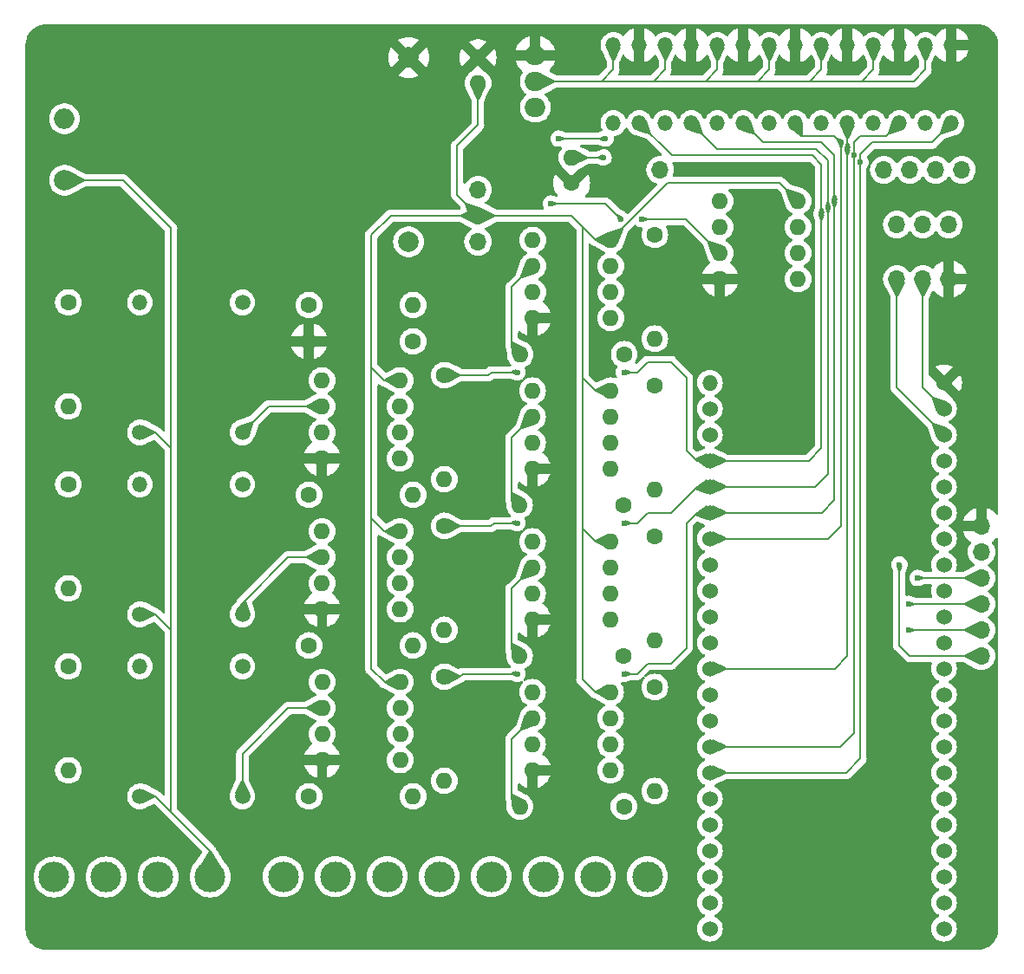
<source format=gbr>
%TF.GenerationSoftware,KiCad,Pcbnew,7.0.10*%
%TF.CreationDate,2024-06-03T10:49:27-03:00*%
%TF.ProjectId,board,626f6172-642e-46b6-9963-61645f706362,1.4*%
%TF.SameCoordinates,Original*%
%TF.FileFunction,Copper,L2,Bot*%
%TF.FilePolarity,Positive*%
%FSLAX46Y46*%
G04 Gerber Fmt 4.6, Leading zero omitted, Abs format (unit mm)*
G04 Created by KiCad (PCBNEW 7.0.10) date 2024-06-03 10:49:27*
%MOMM*%
%LPD*%
G01*
G04 APERTURE LIST*
%TA.AperFunction,ComponentPad*%
%ADD10O,1.600000X1.600000*%
%TD*%
%TA.AperFunction,ComponentPad*%
%ADD11O,1.500000X1.500000*%
%TD*%
%TA.AperFunction,ComponentPad*%
%ADD12C,1.600000*%
%TD*%
%TA.AperFunction,ComponentPad*%
%ADD13O,2.000000X2.000000*%
%TD*%
%TA.AperFunction,ComponentPad*%
%ADD14C,2.000000*%
%TD*%
%TA.AperFunction,ComponentPad*%
%ADD15O,1.530000X1.530000*%
%TD*%
%TA.AperFunction,ComponentPad*%
%ADD16C,1.530000*%
%TD*%
%TA.AperFunction,ComponentPad*%
%ADD17O,1.508000X1.508000*%
%TD*%
%TA.AperFunction,ComponentPad*%
%ADD18C,1.508000*%
%TD*%
%TA.AperFunction,ComponentPad*%
%ADD19O,3.000000X3.000000*%
%TD*%
%TA.AperFunction,ComponentPad*%
%ADD20C,3.000000*%
%TD*%
%TA.AperFunction,ComponentPad*%
%ADD21O,1.700000X1.700000*%
%TD*%
%TA.AperFunction,ComponentPad*%
%ADD22O,2.000000X1.905000*%
%TD*%
%TA.AperFunction,ViaPad*%
%ADD23C,0.600000*%
%TD*%
%TA.AperFunction,Conductor*%
%ADD24C,0.200000*%
%TD*%
G04 APERTURE END LIST*
D10*
%TO.P,AMP3,1*%
%TO.N,Net-(AMP3B-+)*%
X128280000Y-106944000D03*
%TO.P,AMP3,2,-*%
%TO.N,TP C-1*%
X128280000Y-109484000D03*
%TO.P,AMP3,3,+*%
%TO.N,TC A-1*%
X128280000Y-112024000D03*
%TO.P,AMP3,4,V-*%
%TO.N,GND*%
X128280000Y-114564000D03*
%TO.P,AMP3,5,+*%
%TO.N,Net-(AMP3B-+)*%
X135900000Y-114564000D03*
%TO.P,AMP3,6,-*%
%TO.N,Net-(AMP3B--)*%
X135900000Y-112024000D03*
%TO.P,AMP3,7*%
X135900000Y-109484000D03*
%TO.P,AMP3,8,V+*%
%TO.N,Vin*%
X135900000Y-106944000D03*
%TD*%
D11*
%TO.P,DZ14,1,K*%
%TO.N,Current N*%
X189738000Y-52324000D03*
%TO.P,DZ14,2,A*%
%TO.N,GND*%
X189738000Y-44704000D03*
%TD*%
D12*
%TO.P,R9,1*%
%TO.N,Net-(AMP4B-+)*%
X157780000Y-74920000D03*
D10*
%TO.P,R9,2*%
%TO.N,TC A-2*%
X147620000Y-74920000D03*
%TD*%
%TO.P,AMP8,1*%
%TO.N,TC A-1*%
X167132000Y-59944000D03*
%TO.P,AMP8,2,-*%
X167132000Y-62484000D03*
%TO.P,AMP8,3,+*%
%TO.N,V1.65*%
X167132000Y-65024000D03*
%TO.P,AMP8,4,V-*%
%TO.N,GND*%
X167132000Y-67564000D03*
%TO.P,AMP8,5*%
%TO.N,N/C*%
X174752000Y-67564000D03*
%TO.P,AMP8,6*%
X174752000Y-65024000D03*
%TO.P,AMP8,7*%
X174752000Y-62484000D03*
%TO.P,AMP8,8,V+*%
%TO.N,Vin*%
X174752000Y-59944000D03*
%TD*%
D11*
%TO.P,DZ2,1,K*%
%TO.N,Wave A*%
X159258000Y-52324000D03*
%TO.P,DZ2,2,A*%
%TO.N,GND*%
X159258000Y-44704000D03*
%TD*%
D12*
%TO.P,R7,1*%
%TO.N,TP B-1*%
X126995000Y-103373000D03*
D10*
%TO.P,R7,2*%
%TO.N,Net-(AMP2B-+)*%
X137155000Y-103373000D03*
%TD*%
D13*
%TO.P,PS1,1,AC/L*%
%TO.N,Line A*%
X103124000Y-51912000D03*
D14*
%TO.P,PS1,2,AC/N*%
%TO.N,Neutral*%
X103124000Y-57912000D03*
%TO.P,PS1,3,-Vout*%
%TO.N,GND*%
X136724000Y-45912000D03*
%TO.P,PS1,4,+Vout*%
%TO.N,Net-(PS1-+Vout)*%
X136724000Y-63912000D03*
%TD*%
D12*
%TO.P,R16,1*%
%TO.N,Current A*%
X160772000Y-63236000D03*
D10*
%TO.P,R16,2*%
%TO.N,Net-(AMP4B--)*%
X160772000Y-73396000D03*
%TD*%
D15*
%TO.P,MCU1,J1_1,3V3*%
%TO.N,Vcc*%
X166136800Y-77694000D03*
D16*
%TO.P,MCU1,J1_2,3V3__1*%
%TO.N,unconnected-(MCU1-3V3__1-PadJ1_2)*%
X166136800Y-80234000D03*
%TO.P,MCU1,J1_3,RST*%
%TO.N,unconnected-(MCU1-RST-PadJ1_3)*%
X166136800Y-82774000D03*
%TO.P,MCU1,J1_4,GPIO4*%
%TO.N,Wave A*%
X166136800Y-85314000D03*
%TO.P,MCU1,J1_5,GPIO5*%
%TO.N,Wave B*%
X166136800Y-87854000D03*
%TO.P,MCU1,J1_6,GPIO6*%
%TO.N,Wave C*%
X166136800Y-90394000D03*
%TO.P,MCU1,J1_7,GPIO7*%
%TO.N,Current A*%
X166136800Y-92934000D03*
%TO.P,MCU1,J1_8,GPIO15*%
%TO.N,CS*%
X166136800Y-95474000D03*
%TO.P,MCU1,J1_9,GPIO16*%
%TO.N,MOSI*%
X166136800Y-98014000D03*
%TO.P,MCU1,J1_10,GPIO17*%
%TO.N,SCK*%
X166136800Y-100554000D03*
%TO.P,MCU1,J1_11,GPIO18*%
%TO.N,MISO*%
X166136800Y-103094000D03*
%TO.P,MCU1,J1_12,GPIO8*%
%TO.N,Current B*%
X166136800Y-105634000D03*
%TO.P,MCU1,J1_13,GPIO3*%
%TO.N,unconnected-(MCU1-GPIO3-PadJ1_13)*%
X166136800Y-108174000D03*
%TO.P,MCU1,J1_14,GPIO46*%
%TO.N,unconnected-(MCU1-GPIO46-PadJ1_14)*%
X166136800Y-110714000D03*
%TO.P,MCU1,J1_15,GPIO9*%
%TO.N,Current C*%
X166136800Y-113254000D03*
%TO.P,MCU1,J1_16,GPIO10*%
%TO.N,Current N*%
X166136800Y-115794000D03*
%TO.P,MCU1,J1_17,GPIO11*%
%TO.N,unconnected-(MCU1-GPIO11-PadJ1_17)*%
X166136800Y-118334000D03*
%TO.P,MCU1,J1_18,GPIO12*%
%TO.N,unconnected-(MCU1-GPIO12-PadJ1_18)*%
X166136800Y-120874000D03*
%TO.P,MCU1,J1_19,GPIO13*%
%TO.N,unconnected-(MCU1-GPIO13-PadJ1_19)*%
X166136800Y-123414000D03*
%TO.P,MCU1,J1_20,GPIO14*%
%TO.N,unconnected-(MCU1-GPIO14-PadJ1_20)*%
X166136800Y-125954000D03*
%TO.P,MCU1,J1_21,5V0*%
%TO.N,unconnected-(MCU1-5V0-PadJ1_21)*%
X166136800Y-128494000D03*
%TO.P,MCU1,J1_22,GND*%
%TO.N,unconnected-(MCU1-GND-PadJ1_22)*%
X166136800Y-131034000D03*
%TO.P,MCU1,J3_1,GND__1*%
%TO.N,GND*%
X188996800Y-77694000D03*
%TO.P,MCU1,J3_2,U0TXD/GPIO43*%
%TO.N,UART TX*%
X188996800Y-80234000D03*
%TO.P,MCU1,J3_3,U0RXD/GPIO44*%
%TO.N,UART RX*%
X188996800Y-82774000D03*
%TO.P,MCU1,J3_4,GPIO1*%
%TO.N,unconnected-(MCU1-GPIO1-PadJ3_4)*%
X188996800Y-85314000D03*
%TO.P,MCU1,J3_5,GPIO2*%
%TO.N,unconnected-(MCU1-GPIO2-PadJ3_5)*%
X188996800Y-87854000D03*
%TO.P,MCU1,J3_6,MTMS/GPIO42*%
%TO.N,unconnected-(MCU1-MTMS{slash}GPIO42-PadJ3_6)*%
X188996800Y-90394000D03*
%TO.P,MCU1,J3_7,MTDI/GPIO41*%
%TO.N,unconnected-(MCU1-MTDI{slash}GPIO41-PadJ3_7)*%
X188996800Y-92934000D03*
%TO.P,MCU1,J3_8,MTDO/GPIO40*%
%TO.N,unconnected-(MCU1-MTDO{slash}GPIO40-PadJ3_8)*%
X188996800Y-95474000D03*
%TO.P,MCU1,J3_9,MTCK/GPIO39*%
%TO.N,unconnected-(MCU1-MTCK{slash}GPIO39-PadJ3_9)*%
X188996800Y-98014000D03*
%TO.P,MCU1,J3_10,GPIO38*%
%TO.N,unconnected-(MCU1-GPIO38-PadJ3_10)*%
X188996800Y-100554000D03*
%TO.P,MCU1,J3_11,GPIO37*%
%TO.N,unconnected-(MCU1-GPIO37-PadJ3_11)*%
X188996800Y-103094000D03*
%TO.P,MCU1,J3_12,GPIO36*%
%TO.N,unconnected-(MCU1-GPIO36-PadJ3_12)*%
X188996800Y-105634000D03*
%TO.P,MCU1,J3_13,GPIO35*%
%TO.N,unconnected-(MCU1-GPIO35-PadJ3_13)*%
X188996800Y-108174000D03*
%TO.P,MCU1,J3_14,GPIO0*%
%TO.N,unconnected-(MCU1-GPIO0-PadJ3_14)*%
X188996800Y-110714000D03*
%TO.P,MCU1,J3_15,GPIO45*%
%TO.N,unconnected-(MCU1-GPIO45-PadJ3_15)*%
X188996800Y-113254000D03*
%TO.P,MCU1,J3_16,GPIO48*%
%TO.N,unconnected-(MCU1-GPIO48-PadJ3_16)*%
X188996800Y-115794000D03*
%TO.P,MCU1,J3_17,GPIO47*%
%TO.N,unconnected-(MCU1-GPIO47-PadJ3_17)*%
X188996800Y-118334000D03*
%TO.P,MCU1,J3_18,GPIO21*%
%TO.N,unconnected-(MCU1-GPIO21-PadJ3_18)*%
X188996800Y-120874000D03*
%TO.P,MCU1,J3_19,USB_D+/GPIO20*%
%TO.N,unconnected-(MCU1-USB_D+{slash}GPIO20-PadJ3_19)*%
X188996800Y-123414000D03*
%TO.P,MCU1,J3_20,USB_D-/GPIO19*%
%TO.N,unconnected-(MCU1-USB_D-{slash}GPIO19-PadJ3_20)*%
X188996800Y-125954000D03*
%TO.P,MCU1,J3_21,GND__2*%
%TO.N,unconnected-(MCU1-GND__2-PadJ3_21)*%
X188996800Y-128494000D03*
%TO.P,MCU1,J3_22,GND__3*%
%TO.N,unconnected-(MCU1-GND__3-PadJ3_22)*%
X188996800Y-131034000D03*
%TD*%
D10*
%TO.P,AMP6,1*%
%TO.N,Net-(AMP6B-+)*%
X148834000Y-93208000D03*
%TO.P,AMP6,2,-*%
%TO.N,TC C-2*%
X148834000Y-95748000D03*
%TO.P,AMP6,3,+*%
%TO.N,TC A-1*%
X148834000Y-98288000D03*
%TO.P,AMP6,4,V-*%
%TO.N,GND*%
X148834000Y-100828000D03*
%TO.P,AMP6,5,+*%
%TO.N,Net-(AMP6B-+)*%
X156454000Y-100828000D03*
%TO.P,AMP6,6,-*%
%TO.N,Net-(AMP6B--)*%
X156454000Y-98288000D03*
%TO.P,AMP6,7*%
X156454000Y-95748000D03*
%TO.P,AMP6,8,V+*%
%TO.N,Vin*%
X156454000Y-93208000D03*
%TD*%
D11*
%TO.P,DZ13,1,K*%
%TO.N,Vcc*%
X187198000Y-44704000D03*
%TO.P,DZ13,2,A*%
%TO.N,Current N*%
X187198000Y-52324000D03*
%TD*%
D10*
%TO.P,AMP4,1*%
%TO.N,Net-(AMP4B-+)*%
X148844000Y-63754000D03*
%TO.P,AMP4,2,-*%
%TO.N,TC A-2*%
X148844000Y-66294000D03*
%TO.P,AMP4,3,+*%
%TO.N,TC A-1*%
X148844000Y-68834000D03*
%TO.P,AMP4,4,V-*%
%TO.N,GND*%
X148844000Y-71374000D03*
%TO.P,AMP4,5,+*%
%TO.N,Net-(AMP4B-+)*%
X156464000Y-71374000D03*
%TO.P,AMP4,6,-*%
%TO.N,Net-(AMP4B--)*%
X156464000Y-68834000D03*
%TO.P,AMP4,7*%
X156464000Y-66294000D03*
%TO.P,AMP4,8,V+*%
%TO.N,Vin*%
X156464000Y-63754000D03*
%TD*%
D12*
%TO.P,R17,1*%
%TO.N,Current B*%
X160772000Y-77968000D03*
D10*
%TO.P,R17,2*%
%TO.N,Net-(AMP5B--)*%
X160772000Y-88128000D03*
%TD*%
D11*
%TO.P,DZ6,1,K*%
%TO.N,Wave C*%
X169418000Y-52329000D03*
%TO.P,DZ6,2,A*%
%TO.N,GND*%
X169418000Y-44709000D03*
%TD*%
%TO.P,DZ5,1,K*%
%TO.N,Vcc*%
X166878000Y-44704000D03*
%TO.P,DZ5,2,A*%
%TO.N,Wave C*%
X166878000Y-52324000D03*
%TD*%
D17*
%TO.P,TP1,1*%
%TO.N,Net-(R3-Pad1)*%
X110490000Y-69850000D03*
D18*
%TO.P,TP1,2*%
%TO.N,Neutral*%
X110490000Y-82550000D03*
%TO.P,TP1,3*%
%TO.N,TP A-1*%
X120490000Y-82550000D03*
%TO.P,TP1,4*%
%TO.N,TC A-1*%
X120490000Y-69850000D03*
%TD*%
D19*
%TO.P,J6,1,Pin_1*%
%TO.N,TC A-1*%
X154960800Y-125954000D03*
D20*
%TO.P,J6,2,Pin_2*%
%TO.N,TC N-2*%
X160040800Y-125954000D03*
%TD*%
D21*
%TO.P,P1,1,Pin_1*%
%TO.N,GND*%
X189484000Y-67564000D03*
%TO.P,P1,2,Pin_2*%
%TO.N,UART TX*%
X186944000Y-67564000D03*
%TO.P,P1,3,Pin_3*%
%TO.N,UART RX*%
X184404000Y-67564000D03*
%TD*%
D12*
%TO.P,R2,1*%
%TO.N,V1.65*%
X137160000Y-73660000D03*
D10*
%TO.P,R2,2*%
%TO.N,GND*%
X127000000Y-73660000D03*
%TD*%
D12*
%TO.P,R18,1*%
%TO.N,Current C*%
X160772000Y-92700000D03*
D10*
%TO.P,R18,2*%
%TO.N,Net-(AMP6B--)*%
X160772000Y-102860000D03*
%TD*%
D12*
%TO.P,R11,1*%
%TO.N,Net-(AMP6B-+)*%
X157724000Y-104384000D03*
D10*
%TO.P,R11,2*%
%TO.N,TC C-2*%
X147564000Y-104384000D03*
%TD*%
D11*
%TO.P,DZ11,1,K*%
%TO.N,Vcc*%
X182118000Y-44704000D03*
%TO.P,DZ11,2,A*%
%TO.N,Current C*%
X182118000Y-52324000D03*
%TD*%
D21*
%TO.P,SW1,1,C*%
%TO.N,unconnected-(SW1-C-Pad1)*%
X143510000Y-58832000D03*
%TO.P,SW1,2,B*%
%TO.N,Vin*%
X143510000Y-61372000D03*
%TO.P,SW1,3,A*%
%TO.N,Net-(PS1-+Vout)*%
X143510000Y-63912000D03*
%TD*%
D12*
%TO.P,R6,1*%
%TO.N,TP A-1*%
X127000000Y-88646000D03*
D10*
%TO.P,R6,2*%
%TO.N,Net-(AMP1B-+)*%
X137160000Y-88646000D03*
%TD*%
D11*
%TO.P,DZ3,1,K*%
%TO.N,Vcc*%
X161798000Y-44694000D03*
%TO.P,DZ3,2,A*%
%TO.N,Wave B*%
X161798000Y-52314000D03*
%TD*%
D12*
%TO.P,R10,1*%
%TO.N,Net-(AMP5B-+)*%
X157714000Y-89642000D03*
D10*
%TO.P,R10,2*%
%TO.N,TC B-2*%
X147554000Y-89642000D03*
%TD*%
D17*
%TO.P,TP2,1*%
%TO.N,Net-(R4-Pad1)*%
X110490000Y-87630000D03*
D18*
%TO.P,TP2,2*%
%TO.N,Neutral*%
X110490000Y-100330000D03*
%TO.P,TP2,3*%
%TO.N,TP B-1*%
X120490000Y-100330000D03*
%TO.P,TP2,4*%
%TO.N,TC A-1*%
X120490000Y-87630000D03*
%TD*%
D12*
%TO.P,R3,1*%
%TO.N,Net-(R3-Pad1)*%
X103505000Y-69850000D03*
D10*
%TO.P,R3,2*%
%TO.N,Line A*%
X103505000Y-80010000D03*
%TD*%
D12*
%TO.P,R12,1*%
%TO.N,Net-(AMP7B-+)*%
X157754800Y-119096000D03*
D10*
%TO.P,R12,2*%
%TO.N,TC N-2*%
X147594800Y-119096000D03*
%TD*%
D11*
%TO.P,DZ12,1,K*%
%TO.N,Current C*%
X184658000Y-52329000D03*
%TO.P,DZ12,2,A*%
%TO.N,GND*%
X184658000Y-44709000D03*
%TD*%
D10*
%TO.P,C2,1*%
%TO.N,Vcc*%
X152654000Y-55690888D03*
D12*
%TO.P,C2,2*%
%TO.N,GND*%
X152654000Y-58190888D03*
%TD*%
D19*
%TO.P,J3,1,Pin_1*%
%TO.N,TC A-1*%
X124480800Y-125954000D03*
D20*
%TO.P,J3,2,Pin_2*%
%TO.N,TC A-2*%
X129560800Y-125954000D03*
%TD*%
D19*
%TO.P,J1,1,Pin_1*%
%TO.N,Line A*%
X102108000Y-125984000D03*
D20*
%TO.P,J1,2,Pin_2*%
%TO.N,Line B*%
X107188000Y-125984000D03*
%TD*%
D12*
%TO.P,R19,1*%
%TO.N,Current N*%
X160772000Y-107432000D03*
D10*
%TO.P,R19,2*%
%TO.N,Net-(AMP7B--)*%
X160772000Y-117592000D03*
%TD*%
D21*
%TO.P,P4,1,Pin_1*%
%TO.N,Wave C*%
X189484707Y-62230707D03*
%TO.P,P4,2,Pin_2*%
%TO.N,Wave B*%
X186944707Y-62230707D03*
%TO.P,P4,3,Pin_3*%
%TO.N,Wave A*%
X184404707Y-62230707D03*
%TD*%
D12*
%TO.P,R15,1*%
%TO.N,Wave C*%
X140208000Y-106426000D03*
D10*
%TO.P,R15,2*%
%TO.N,Net-(AMP3B--)*%
X140208000Y-116586000D03*
%TD*%
D11*
%TO.P,DZ9,1,K*%
%TO.N,Vcc*%
X177038000Y-44699000D03*
%TO.P,DZ9,2,A*%
%TO.N,Current B*%
X177038000Y-52319000D03*
%TD*%
%TO.P,DZ7,1,K*%
%TO.N,Vcc*%
X171958000Y-44699000D03*
%TO.P,DZ7,2,A*%
%TO.N,Current A*%
X171958000Y-52319000D03*
%TD*%
D19*
%TO.P,J5,1,Pin_1*%
%TO.N,TC A-1*%
X144800800Y-125954000D03*
D20*
%TO.P,J5,2,Pin_2*%
%TO.N,TC C-2*%
X149880800Y-125954000D03*
%TD*%
D21*
%TO.P,P5,1,Pin_1*%
%TO.N,GND*%
X192659000Y-91694000D03*
%TO.P,P5,2,Pin_2*%
%TO.N,Vcc*%
X192659000Y-94234000D03*
%TO.P,P5,3,Pin_3*%
%TO.N,MISO*%
X192659000Y-96774000D03*
%TO.P,P5,4,Pin_4*%
%TO.N,MOSI*%
X192659000Y-99314000D03*
%TO.P,P5,5,Pin_5*%
%TO.N,SCK*%
X192659000Y-101854000D03*
%TO.P,P5,6,Pin_6*%
%TO.N,CS*%
X192659000Y-104394000D03*
%TD*%
D11*
%TO.P,DZ4,1,K*%
%TO.N,Wave B*%
X164338000Y-52324000D03*
%TO.P,DZ4,2,A*%
%TO.N,GND*%
X164338000Y-44704000D03*
%TD*%
D21*
%TO.P,P3,1,Pin_1*%
%TO.N,Current A*%
X190755000Y-56896000D03*
%TO.P,P3,2,Pin_2*%
%TO.N,Current B*%
X188215000Y-56896000D03*
%TO.P,P3,3,Pin_3*%
%TO.N,Current C*%
X185675000Y-56896000D03*
%TO.P,P3,4,Pin_4*%
%TO.N,Current N*%
X183135000Y-56896000D03*
%TD*%
D12*
%TO.P,R13,1*%
%TO.N,Wave A*%
X140208000Y-76962000D03*
D10*
%TO.P,R13,2*%
%TO.N,Net-(AMP1B--)*%
X140208000Y-87122000D03*
%TD*%
D17*
%TO.P,TP3,1*%
%TO.N,Net-(R5-Pad1)*%
X110490000Y-105410000D03*
D18*
%TO.P,TP3,2*%
%TO.N,Neutral*%
X110490000Y-118110000D03*
%TO.P,TP3,3*%
%TO.N,TP C-1*%
X120490000Y-118110000D03*
%TO.P,TP3,4*%
%TO.N,TC A-1*%
X120490000Y-105410000D03*
%TD*%
D11*
%TO.P,DZ1,1,K*%
%TO.N,Vcc*%
X156718000Y-44699000D03*
%TO.P,DZ1,2,A*%
%TO.N,Wave A*%
X156718000Y-52319000D03*
%TD*%
D10*
%TO.P,C1,1*%
%TO.N,Vin*%
X143510000Y-48427000D03*
D12*
%TO.P,C1,2*%
%TO.N,GND*%
X143510000Y-45927000D03*
%TD*%
%TO.P,R8,1*%
%TO.N,TP C-1*%
X127000000Y-118110000D03*
D10*
%TO.P,R8,2*%
%TO.N,Net-(AMP3B-+)*%
X137160000Y-118110000D03*
%TD*%
D19*
%TO.P,J2,1,Pin_1*%
%TO.N,Line C*%
X112268000Y-125984000D03*
D20*
%TO.P,J2,2,Pin_2*%
%TO.N,Neutral*%
X117348000Y-125984000D03*
%TD*%
D21*
%TO.P,P2,1,Pin_1*%
%TO.N,TC A-1*%
X161290000Y-56896000D03*
%TD*%
D22*
%TO.P,PS2,1,GND*%
%TO.N,GND*%
X149098000Y-45720000D03*
%TO.P,PS2,2,VO*%
%TO.N,Vcc*%
X149098000Y-48260000D03*
%TO.P,PS2,3,VI*%
%TO.N,Vin*%
X149098000Y-50800000D03*
%TD*%
D12*
%TO.P,R14,1*%
%TO.N,Wave B*%
X140203000Y-91689000D03*
D10*
%TO.P,R14,2*%
%TO.N,Net-(AMP2B--)*%
X140203000Y-101849000D03*
%TD*%
D11*
%TO.P,DZ8,1,K*%
%TO.N,Current A*%
X174498000Y-52324000D03*
%TO.P,DZ8,2,A*%
%TO.N,GND*%
X174498000Y-44704000D03*
%TD*%
%TO.P,DZ10,1,K*%
%TO.N,Current B*%
X179578000Y-52324000D03*
%TO.P,DZ10,2,A*%
%TO.N,GND*%
X179578000Y-44704000D03*
%TD*%
D12*
%TO.P,R4,1*%
%TO.N,Net-(R4-Pad1)*%
X103505000Y-87630000D03*
D10*
%TO.P,R4,2*%
%TO.N,Line B*%
X103505000Y-97790000D03*
%TD*%
D12*
%TO.P,R5,1*%
%TO.N,Net-(R5-Pad1)*%
X103505000Y-105410000D03*
D10*
%TO.P,R5,2*%
%TO.N,Line C*%
X103505000Y-115570000D03*
%TD*%
%TO.P,AMP7,1*%
%TO.N,Net-(AMP7B-+)*%
X148824000Y-107930000D03*
%TO.P,AMP7,2,-*%
%TO.N,TC N-2*%
X148824000Y-110470000D03*
%TO.P,AMP7,3,+*%
%TO.N,TC A-1*%
X148824000Y-113010000D03*
%TO.P,AMP7,4,V-*%
%TO.N,GND*%
X148824000Y-115550000D03*
%TO.P,AMP7,5,+*%
%TO.N,Net-(AMP7B-+)*%
X156444000Y-115550000D03*
%TO.P,AMP7,6,-*%
%TO.N,Net-(AMP7B--)*%
X156444000Y-113010000D03*
%TO.P,AMP7,7*%
X156444000Y-110470000D03*
%TO.P,AMP7,8,V+*%
%TO.N,Vin*%
X156444000Y-107930000D03*
%TD*%
%TO.P,AMP5,1*%
%TO.N,Net-(AMP5B-+)*%
X148834000Y-78476000D03*
%TO.P,AMP5,2,-*%
%TO.N,TC B-2*%
X148834000Y-81016000D03*
%TO.P,AMP5,3,+*%
%TO.N,TC A-1*%
X148834000Y-83556000D03*
%TO.P,AMP5,4,V-*%
%TO.N,GND*%
X148834000Y-86096000D03*
%TO.P,AMP5,5,+*%
%TO.N,Net-(AMP5B-+)*%
X156454000Y-86096000D03*
%TO.P,AMP5,6,-*%
%TO.N,Net-(AMP5B--)*%
X156454000Y-83556000D03*
%TO.P,AMP5,7*%
X156454000Y-81016000D03*
%TO.P,AMP5,8,V+*%
%TO.N,Vin*%
X156454000Y-78476000D03*
%TD*%
D12*
%TO.P,R1,1*%
%TO.N,Vcc*%
X127000000Y-70104000D03*
D10*
%TO.P,R1,2*%
%TO.N,V1.65*%
X137160000Y-70104000D03*
%TD*%
D19*
%TO.P,J4,1,Pin_1*%
%TO.N,TC A-1*%
X134640800Y-125954000D03*
D20*
%TO.P,J4,2,Pin_2*%
%TO.N,TC B-2*%
X139720800Y-125954000D03*
%TD*%
D10*
%TO.P,AMP2,1*%
%TO.N,Net-(AMP2B-+)*%
X128275000Y-92207000D03*
%TO.P,AMP2,2,-*%
%TO.N,TP B-1*%
X128275000Y-94747000D03*
%TO.P,AMP2,3,+*%
%TO.N,TC A-1*%
X128275000Y-97287000D03*
%TO.P,AMP2,4,V-*%
%TO.N,GND*%
X128275000Y-99827000D03*
%TO.P,AMP2,5,+*%
%TO.N,Net-(AMP2B-+)*%
X135895000Y-99827000D03*
%TO.P,AMP2,6,-*%
%TO.N,Net-(AMP2B--)*%
X135895000Y-97287000D03*
%TO.P,AMP2,7*%
X135895000Y-94747000D03*
%TO.P,AMP2,8,V+*%
%TO.N,Vin*%
X135895000Y-92207000D03*
%TD*%
%TO.P,AMP1,1*%
%TO.N,Net-(AMP1B-+)*%
X128270000Y-77470000D03*
%TO.P,AMP1,2,-*%
%TO.N,TP A-1*%
X128270000Y-80010000D03*
%TO.P,AMP1,3,+*%
%TO.N,TC A-1*%
X128270000Y-82550000D03*
%TO.P,AMP1,4,V-*%
%TO.N,GND*%
X128270000Y-85090000D03*
%TO.P,AMP1,5,+*%
%TO.N,Net-(AMP1B-+)*%
X135890000Y-85090000D03*
%TO.P,AMP1,6,-*%
%TO.N,Net-(AMP1B--)*%
X135890000Y-82550000D03*
%TO.P,AMP1,7*%
X135890000Y-80010000D03*
%TO.P,AMP1,8,V+*%
%TO.N,Vin*%
X135890000Y-77470000D03*
%TD*%
D23*
%TO.N,Vcc*%
X155766888Y-55690888D03*
%TO.N,Current A*%
X178943000Y-54229000D03*
%TO.N,Current B*%
X179578000Y-54864000D03*
%TO.N,Current C*%
X180213000Y-55499000D03*
%TO.N,Current N*%
X180848000Y-56134000D03*
%TO.N,TC A-1*%
X151384000Y-53848000D03*
X155956000Y-53848000D03*
%TO.N,V1.65*%
X150622000Y-60198000D03*
X157480000Y-61722000D03*
X159512000Y-61722000D03*
%TO.N,Wave A*%
X177038000Y-61214000D03*
X147340800Y-76678000D03*
X157754800Y-76678000D03*
%TO.N,Wave B*%
X157754800Y-91410000D03*
X147340800Y-91410000D03*
X177673000Y-60579000D03*
%TO.N,Wave C*%
X178308000Y-59944000D03*
X157754800Y-106142000D03*
X147340800Y-106142000D03*
%TO.N,CS*%
X184658000Y-95474000D03*
%TO.N,MOSI*%
X185547000Y-99314000D03*
%TO.N,SCK*%
X185547000Y-101854000D03*
%TO.N,MISO*%
X186436000Y-96774000D03*
%TD*%
D24*
%TO.N,Neutral*%
X110490000Y-82550000D02*
X112014000Y-82550000D01*
X110490000Y-118110000D02*
X112014000Y-118110000D01*
X112014000Y-100330000D02*
X113538000Y-101854000D01*
X113538000Y-119634000D02*
X117348000Y-123444000D01*
X117348000Y-123444000D02*
X117348000Y-125984000D01*
X113538000Y-84074000D02*
X113538000Y-62611000D01*
X110490000Y-100330000D02*
X112014000Y-100330000D01*
X113538000Y-101854000D02*
X113538000Y-119634000D01*
X113538000Y-62611000D02*
X108839000Y-57912000D01*
X112014000Y-118110000D02*
X113538000Y-119634000D01*
X113538000Y-84074000D02*
X113538000Y-101854000D01*
X108839000Y-57912000D02*
X103124000Y-57912000D01*
X112014000Y-82550000D02*
X113538000Y-84074000D01*
%TO.N,Vcc*%
X177038000Y-47117000D02*
X175895000Y-48260000D01*
X170815000Y-48260000D02*
X165735000Y-48260000D01*
X165735000Y-48260000D02*
X160655000Y-48260000D01*
X182118000Y-44704000D02*
X182118000Y-47117000D01*
X166878000Y-47117000D02*
X165735000Y-48260000D01*
X155575000Y-48260000D02*
X156718000Y-47117000D01*
X187198000Y-44704000D02*
X187198000Y-47117000D01*
X160655000Y-48260000D02*
X161798000Y-47117000D01*
X166878000Y-44704000D02*
X166878000Y-47117000D01*
X182118000Y-47117000D02*
X180975000Y-48260000D01*
X175895000Y-48260000D02*
X170815000Y-48260000D01*
X155575000Y-48260000D02*
X160655000Y-48260000D01*
X161798000Y-47117000D02*
X161798000Y-44694000D01*
X186055000Y-48260000D02*
X180975000Y-48260000D01*
X180975000Y-48260000D02*
X175895000Y-48260000D01*
X187198000Y-47117000D02*
X186055000Y-48260000D01*
X155766888Y-55690888D02*
X152654000Y-55690888D01*
X171958000Y-47117000D02*
X170815000Y-48260000D01*
X171958000Y-44699000D02*
X171958000Y-47117000D01*
X149098000Y-48260000D02*
X155575000Y-48260000D01*
X177038000Y-44699000D02*
X177038000Y-47117000D01*
X156718000Y-47117000D02*
X156718000Y-44699000D01*
%TO.N,GND*%
X136724000Y-45912000D02*
X136844000Y-45912000D01*
X151648000Y-83282000D02*
X151658800Y-83282000D01*
X131059000Y-97043000D02*
X131059000Y-97023000D01*
%TO.N,Current A*%
X174498000Y-52959000D02*
X174498000Y-52324000D01*
X178943000Y-54229000D02*
X178943000Y-91694000D01*
X175133000Y-53594000D02*
X174498000Y-52959000D01*
X178943000Y-91694000D02*
X177703000Y-92934000D01*
X178943000Y-54229000D02*
X178308000Y-53594000D01*
X178308000Y-53594000D02*
X175133000Y-53594000D01*
X177703000Y-92934000D02*
X166136800Y-92934000D01*
%TO.N,Current B*%
X179578000Y-54864000D02*
X179578000Y-104394000D01*
X179578000Y-52324000D02*
X179578000Y-54864000D01*
X178338000Y-105634000D02*
X166136800Y-105634000D01*
X179578000Y-104394000D02*
X178338000Y-105634000D01*
%TO.N,Current C*%
X183393000Y-53594000D02*
X180848000Y-53594000D01*
X180213000Y-54229000D02*
X180213000Y-111950500D01*
X180213000Y-111950500D02*
X178909500Y-113254000D01*
X178909500Y-113254000D02*
X166136800Y-113254000D01*
X180848000Y-53594000D02*
X180213000Y-54229000D01*
X184658000Y-52329000D02*
X183393000Y-53594000D01*
%TO.N,Current N*%
X189738000Y-52324000D02*
X187833000Y-54229000D01*
X180848000Y-114427000D02*
X179481000Y-115794000D01*
X180848000Y-55372000D02*
X180848000Y-114427000D01*
X179481000Y-115794000D02*
X166136800Y-115794000D01*
X187833000Y-54229000D02*
X181991000Y-54229000D01*
X181991000Y-54229000D02*
X180848000Y-55372000D01*
%TO.N,TC A-2*%
X147620000Y-74920000D02*
X146802000Y-74102000D01*
X146802000Y-68336000D02*
X148844000Y-66294000D01*
X146802000Y-74102000D02*
X146802000Y-68336000D01*
%TO.N,TC A-1*%
X155956000Y-53848000D02*
X151384000Y-53848000D01*
%TO.N,TP A-1*%
X128270000Y-80010000D02*
X123030000Y-80010000D01*
X123030000Y-80010000D02*
X120490000Y-82550000D01*
%TO.N,TP C-1*%
X128280000Y-109484000D02*
X124958000Y-109484000D01*
X120490000Y-113952000D02*
X120490000Y-118110000D01*
X124958000Y-109484000D02*
X120490000Y-113952000D01*
%TO.N,TP B-1*%
X128275000Y-94747000D02*
X128270000Y-94742000D01*
X128270000Y-94742000D02*
X124968000Y-94742000D01*
X124968000Y-94742000D02*
X120490000Y-99220000D01*
X120490000Y-99220000D02*
X120490000Y-100330000D01*
%TO.N,V1.65*%
X150622000Y-60198000D02*
X155956000Y-60198000D01*
X155956000Y-60198000D02*
X157480000Y-61722000D01*
X159512000Y-61722000D02*
X163830000Y-61722000D01*
X163830000Y-61722000D02*
X167132000Y-65024000D01*
%TO.N,TC B-2*%
X146802000Y-88890000D02*
X146802000Y-83048000D01*
X146802000Y-83048000D02*
X148834000Y-81016000D01*
X147554000Y-89642000D02*
X146802000Y-88890000D01*
%TO.N,Wave A*%
X176149000Y-55499000D02*
X162433000Y-55499000D01*
X162433000Y-55499000D02*
X159258000Y-52324000D01*
X140208000Y-76962000D02*
X144526000Y-76962000D01*
X177038000Y-56388000D02*
X176149000Y-55499000D01*
X177038000Y-61214000D02*
X177038000Y-56388000D01*
X160040800Y-75662000D02*
X159024800Y-76678000D01*
X144810000Y-76678000D02*
X147340800Y-76678000D01*
X159024800Y-76678000D02*
X157754800Y-76678000D01*
X144526000Y-76962000D02*
X144810000Y-76678000D01*
X166136800Y-85314000D02*
X164866800Y-85314000D01*
X177038000Y-61214000D02*
X177038000Y-84074000D01*
X163850800Y-77186000D02*
X162326800Y-75662000D01*
X164866800Y-85314000D02*
X163850800Y-84298000D01*
X175798000Y-85314000D02*
X166136800Y-85314000D01*
X163850800Y-84298000D02*
X163850800Y-77186000D01*
X177038000Y-84074000D02*
X175798000Y-85314000D01*
X162326800Y-75662000D02*
X160040800Y-75662000D01*
%TO.N,Wave B*%
X177673000Y-56007000D02*
X176530000Y-54864000D01*
X162326800Y-90394000D02*
X164866800Y-87854000D01*
X159024800Y-91410000D02*
X160040800Y-90394000D01*
X176530000Y-54864000D02*
X166878000Y-54864000D01*
X157754800Y-91410000D02*
X159024800Y-91410000D01*
X145064000Y-91410000D02*
X147340800Y-91410000D01*
X147340800Y-91410000D02*
X147370800Y-91440000D01*
X176433000Y-87854000D02*
X166136800Y-87854000D01*
X141732000Y-91694000D02*
X144780000Y-91694000D01*
X164866800Y-87854000D02*
X166136800Y-87854000D01*
X166878000Y-54864000D02*
X164338000Y-52324000D01*
X177673000Y-60579000D02*
X177673000Y-86614000D01*
X177673000Y-60579000D02*
X177673000Y-56007000D01*
X144780000Y-91694000D02*
X145064000Y-91410000D01*
X177673000Y-86614000D02*
X176433000Y-87854000D01*
X160040800Y-90394000D02*
X162326800Y-90394000D01*
X140203000Y-91689000D02*
X141727000Y-91689000D01*
%TO.N,Wave C*%
X160040800Y-105126000D02*
X159024800Y-106142000D01*
X178308000Y-89154000D02*
X177068000Y-90394000D01*
X178308000Y-59944000D02*
X178308000Y-55499000D01*
X177068000Y-90394000D02*
X166136800Y-90394000D01*
X177038000Y-54229000D02*
X171318000Y-54229000D01*
X147340800Y-106142000D02*
X142016000Y-106142000D01*
X178308000Y-55499000D02*
X177038000Y-54229000D01*
X162326800Y-105126000D02*
X160040800Y-105126000D01*
X163850800Y-91410000D02*
X163850800Y-103602000D01*
X163850800Y-103602000D02*
X162326800Y-105126000D01*
X159024800Y-106142000D02*
X157754800Y-106142000D01*
X141732000Y-106426000D02*
X140208000Y-106426000D01*
X164866800Y-90394000D02*
X163850800Y-91410000D01*
X166136800Y-90394000D02*
X164866800Y-90394000D01*
X142016000Y-106142000D02*
X141732000Y-106426000D01*
X171318000Y-54229000D02*
X169418000Y-52329000D01*
X178308000Y-59944000D02*
X178308000Y-89154000D01*
%TO.N,CS*%
X185674000Y-104394000D02*
X184658000Y-103378000D01*
X192659000Y-104394000D02*
X185674000Y-104394000D01*
X184658000Y-103378000D02*
X184658000Y-95474000D01*
%TO.N,MOSI*%
X192659000Y-99314000D02*
X185547000Y-99314000D01*
%TO.N,SCK*%
X192659000Y-101854000D02*
X185547000Y-101854000D01*
%TO.N,MISO*%
X192659000Y-96774000D02*
X186436000Y-96774000D01*
%TO.N,TC N-2*%
X147594800Y-119096000D02*
X146792000Y-118293200D01*
X146792000Y-118293200D02*
X146792000Y-112502000D01*
X146792000Y-112502000D02*
X148824000Y-110470000D01*
%TO.N,UART TX*%
X188996800Y-80234000D02*
X186944000Y-78181200D01*
X186944000Y-78181200D02*
X186944000Y-67564000D01*
%TO.N,UART RX*%
X184404000Y-67564000D02*
X184404000Y-78181200D01*
X184404000Y-78181200D02*
X188996800Y-82774000D01*
%TO.N,Vin*%
X154980800Y-93208000D02*
X156454000Y-93208000D01*
X135895000Y-92207000D02*
X134371000Y-92207000D01*
X154980800Y-78476000D02*
X153690800Y-77186000D01*
X153690800Y-106650000D02*
X153690800Y-91918000D01*
X153690800Y-62454000D02*
X153690800Y-77186000D01*
X156464000Y-63754000D02*
X154990800Y-63754000D01*
X156454000Y-78476000D02*
X154980800Y-78476000D01*
X141478000Y-59340000D02*
X143510000Y-61372000D01*
X174752000Y-59944000D02*
X172974000Y-58166000D01*
X133096000Y-63246000D02*
X133096000Y-105664000D01*
X143510000Y-52514500D02*
X141478000Y-54546500D01*
X134366000Y-77470000D02*
X133096000Y-76200000D01*
X152608800Y-61372000D02*
X143510000Y-61372000D01*
X134371000Y-92207000D02*
X133091000Y-90927000D01*
X135890000Y-77470000D02*
X134366000Y-77470000D01*
X154990800Y-63754000D02*
X153690800Y-62454000D01*
X134970000Y-61372000D02*
X133096000Y-63246000D01*
X133096000Y-105664000D02*
X134376000Y-106944000D01*
X156444000Y-107930000D02*
X154970800Y-107930000D01*
X134376000Y-106944000D02*
X135900000Y-106944000D01*
X154970800Y-107930000D02*
X153690800Y-106650000D01*
X143510000Y-61372000D02*
X134970000Y-61372000D01*
X143510000Y-48427000D02*
X143510000Y-52514500D01*
X153695400Y-62458600D02*
X152608800Y-61372000D01*
X172974000Y-58166000D02*
X162052000Y-58166000D01*
X153690800Y-91918000D02*
X154980800Y-93208000D01*
X153690800Y-77186000D02*
X153690800Y-91918000D01*
X141478000Y-54546500D02*
X141478000Y-59340000D01*
X162052000Y-58166000D02*
X156464000Y-63754000D01*
%TO.N,TC C-2*%
X147564000Y-104384000D02*
X146792000Y-103612000D01*
X146792000Y-103612000D02*
X146792000Y-97790000D01*
X146792000Y-97790000D02*
X148834000Y-95748000D01*
%TD*%
%TA.AperFunction,Conductor*%
%TO.N,GND*%
G36*
X175915942Y-56119185D02*
G01*
X175936584Y-56135819D01*
X176401181Y-56600416D01*
X176434666Y-56661739D01*
X176437500Y-56688097D01*
X176437500Y-60488972D01*
X176429978Y-60531503D01*
X176289831Y-60915320D01*
X176276928Y-60955882D01*
X176276925Y-60955894D01*
X176276754Y-60957281D01*
X176270735Y-60983006D01*
X176252631Y-61034745D01*
X176252631Y-61034746D01*
X176232435Y-61213996D01*
X176232435Y-61214003D01*
X176252631Y-61393252D01*
X176280268Y-61472236D01*
X176284570Y-61487663D01*
X176289833Y-61512685D01*
X176429978Y-61896494D01*
X176437500Y-61939025D01*
X176437500Y-83773903D01*
X176417815Y-83840942D01*
X176401181Y-83861584D01*
X175585584Y-84677181D01*
X175524261Y-84710666D01*
X175497903Y-84713500D01*
X167823045Y-84713500D01*
X167768446Y-84700832D01*
X166663324Y-84158860D01*
X166652990Y-84153994D01*
X166600723Y-84107626D01*
X166581821Y-84040362D01*
X166602287Y-83973557D01*
X166653409Y-83929426D01*
X166656019Y-83928208D01*
X166771967Y-83874142D01*
X166953355Y-83747132D01*
X167109932Y-83590555D01*
X167236942Y-83409167D01*
X167330523Y-83208480D01*
X167387835Y-82994591D01*
X167406898Y-82776697D01*
X167407134Y-82774001D01*
X167407134Y-82773998D01*
X167391954Y-82600489D01*
X167387835Y-82553409D01*
X167330523Y-82339520D01*
X167326704Y-82331331D01*
X167280545Y-82232341D01*
X167236942Y-82138833D01*
X167109932Y-81957445D01*
X166953355Y-81800868D01*
X166771967Y-81673858D01*
X166760978Y-81668734D01*
X166648708Y-81616382D01*
X166596268Y-81570210D01*
X166577116Y-81503017D01*
X166597331Y-81436136D01*
X166648708Y-81391618D01*
X166648712Y-81391616D01*
X166771967Y-81334142D01*
X166953355Y-81207132D01*
X167109932Y-81050555D01*
X167236942Y-80869167D01*
X167330523Y-80668480D01*
X167387835Y-80454591D01*
X167406898Y-80236697D01*
X167407134Y-80234001D01*
X167407134Y-80233998D01*
X167401620Y-80170974D01*
X167387835Y-80013409D01*
X167330523Y-79799520D01*
X167322963Y-79783308D01*
X167274693Y-79679791D01*
X167236942Y-79598833D01*
X167109932Y-79417445D01*
X166953355Y-79260868D01*
X166771967Y-79133858D01*
X166760978Y-79128734D01*
X166648708Y-79076382D01*
X166596268Y-79030210D01*
X166577116Y-78963017D01*
X166597331Y-78896136D01*
X166648708Y-78851618D01*
X166771967Y-78794142D01*
X166953355Y-78667132D01*
X167109932Y-78510555D01*
X167236942Y-78329167D01*
X167330523Y-78128480D01*
X167387835Y-77914591D01*
X167406898Y-77696697D01*
X167407134Y-77694001D01*
X167407134Y-77693998D01*
X167394108Y-77545112D01*
X167387835Y-77473409D01*
X167330523Y-77259520D01*
X167325674Y-77249122D01*
X167277886Y-77146638D01*
X167236942Y-77058833D01*
X167109932Y-76877445D01*
X166953355Y-76720868D01*
X166771967Y-76593858D01*
X166771963Y-76593856D01*
X166571286Y-76500279D01*
X166571275Y-76500275D01*
X166357392Y-76442965D01*
X166357385Y-76442964D01*
X166136802Y-76423666D01*
X166136798Y-76423666D01*
X165916214Y-76442964D01*
X165916207Y-76442965D01*
X165702324Y-76500275D01*
X165702313Y-76500279D01*
X165501636Y-76593856D01*
X165501634Y-76593857D01*
X165320244Y-76720868D01*
X165163668Y-76877444D01*
X165036657Y-77058834D01*
X165036656Y-77058836D01*
X164943079Y-77259513D01*
X164943075Y-77259524D01*
X164885765Y-77473407D01*
X164885764Y-77473414D01*
X164866466Y-77693998D01*
X164866466Y-77694001D01*
X164885764Y-77914585D01*
X164885765Y-77914592D01*
X164943075Y-78128475D01*
X164943079Y-78128486D01*
X165027319Y-78309139D01*
X165036658Y-78329167D01*
X165163668Y-78510555D01*
X165320245Y-78667132D01*
X165501633Y-78794142D01*
X165556117Y-78819548D01*
X165624891Y-78851618D01*
X165677331Y-78897790D01*
X165696483Y-78964983D01*
X165676267Y-79031865D01*
X165624891Y-79076382D01*
X165501636Y-79133856D01*
X165501634Y-79133857D01*
X165320244Y-79260868D01*
X165163668Y-79417444D01*
X165036657Y-79598834D01*
X165036656Y-79598836D01*
X164943079Y-79799513D01*
X164943075Y-79799524D01*
X164885765Y-80013407D01*
X164885764Y-80013414D01*
X164866466Y-80233998D01*
X164866466Y-80234001D01*
X164885764Y-80454585D01*
X164885765Y-80454592D01*
X164943075Y-80668475D01*
X164943079Y-80668486D01*
X165027319Y-80849139D01*
X165036658Y-80869167D01*
X165163668Y-81050555D01*
X165320245Y-81207132D01*
X165501633Y-81334142D01*
X165562973Y-81362745D01*
X165624891Y-81391618D01*
X165677331Y-81437790D01*
X165696483Y-81504983D01*
X165676267Y-81571865D01*
X165624891Y-81616382D01*
X165501636Y-81673856D01*
X165501634Y-81673857D01*
X165320244Y-81800868D01*
X165163668Y-81957444D01*
X165036657Y-82138834D01*
X165036656Y-82138836D01*
X164943079Y-82339513D01*
X164943075Y-82339524D01*
X164885765Y-82553407D01*
X164885764Y-82553414D01*
X164866466Y-82773998D01*
X164866466Y-82774001D01*
X164885764Y-82994585D01*
X164885765Y-82994592D01*
X164943075Y-83208475D01*
X164943079Y-83208486D01*
X165027316Y-83389133D01*
X165036658Y-83409167D01*
X165163668Y-83590555D01*
X165320245Y-83747132D01*
X165501633Y-83874142D01*
X165565058Y-83903717D01*
X165618494Y-83928635D01*
X165670934Y-83974807D01*
X165690086Y-84042000D01*
X165669870Y-84108882D01*
X165616705Y-84154216D01*
X165613593Y-84155557D01*
X164943726Y-84433366D01*
X164874259Y-84440865D01*
X164811767Y-84409618D01*
X164808542Y-84406507D01*
X164487619Y-84085584D01*
X164454134Y-84024261D01*
X164451300Y-83997903D01*
X164451300Y-77233487D01*
X164452361Y-77217301D01*
X164456482Y-77186000D01*
X164456482Y-77185998D01*
X164435844Y-77029239D01*
X164435844Y-77029238D01*
X164375336Y-76883159D01*
X164375335Y-76883158D01*
X164375335Y-76883157D01*
X164300788Y-76786005D01*
X164300770Y-76785983D01*
X164279081Y-76757717D01*
X164254033Y-76738497D01*
X164241838Y-76727802D01*
X162784999Y-75270964D01*
X162774304Y-75258769D01*
X162755083Y-75233719D01*
X162741402Y-75223221D01*
X162629641Y-75137464D01*
X162483562Y-75076956D01*
X162483560Y-75076955D01*
X162366161Y-75061500D01*
X162326800Y-75056318D01*
X162295497Y-75060439D01*
X162279313Y-75061500D01*
X160088287Y-75061500D01*
X160072102Y-75060439D01*
X160040800Y-75056318D01*
X160001439Y-75061500D01*
X159884039Y-75076955D01*
X159884037Y-75076956D01*
X159737957Y-75137464D01*
X159612518Y-75233716D01*
X159593289Y-75258775D01*
X159582598Y-75270965D01*
X159047967Y-75805596D01*
X158986644Y-75839081D01*
X158916952Y-75834097D01*
X158861019Y-75792225D01*
X158836602Y-75726761D01*
X158851454Y-75658488D01*
X158858702Y-75646806D01*
X158910568Y-75572734D01*
X159006739Y-75366496D01*
X159065635Y-75146692D01*
X159085468Y-74920000D01*
X159065635Y-74693308D01*
X159006739Y-74473504D01*
X158910568Y-74267266D01*
X158780047Y-74080861D01*
X158780045Y-74080858D01*
X158619141Y-73919954D01*
X158432734Y-73789432D01*
X158432732Y-73789431D01*
X158226497Y-73693261D01*
X158226488Y-73693258D01*
X158006697Y-73634366D01*
X158006693Y-73634365D01*
X158006692Y-73634365D01*
X158006691Y-73634364D01*
X158006686Y-73634364D01*
X157780002Y-73614532D01*
X157779998Y-73614532D01*
X157553313Y-73634364D01*
X157553302Y-73634366D01*
X157333511Y-73693258D01*
X157333502Y-73693261D01*
X157127267Y-73789431D01*
X157127265Y-73789432D01*
X156940858Y-73919954D01*
X156779954Y-74080858D01*
X156649432Y-74267265D01*
X156649431Y-74267267D01*
X156553261Y-74473502D01*
X156553258Y-74473511D01*
X156494366Y-74693302D01*
X156494364Y-74693313D01*
X156474532Y-74919998D01*
X156474532Y-74920001D01*
X156494364Y-75146686D01*
X156494366Y-75146697D01*
X156553258Y-75366488D01*
X156553261Y-75366497D01*
X156649431Y-75572732D01*
X156649432Y-75572734D01*
X156779954Y-75759141D01*
X156940858Y-75920045D01*
X157083667Y-76020040D01*
X157127292Y-76074616D01*
X157134486Y-76144115D01*
X157117538Y-76187587D01*
X157029011Y-76328476D01*
X156969431Y-76498745D01*
X156969430Y-76498750D01*
X156949235Y-76677996D01*
X156949235Y-76678003D01*
X156969430Y-76857249D01*
X156969431Y-76857254D01*
X157029012Y-77027525D01*
X157055598Y-77069837D01*
X157074598Y-77137073D01*
X157054230Y-77203909D01*
X157000962Y-77249122D01*
X156931705Y-77258359D01*
X156905800Y-77250497D01*
X156905577Y-77251111D01*
X156900488Y-77249258D01*
X156680697Y-77190366D01*
X156680693Y-77190365D01*
X156680692Y-77190365D01*
X156680691Y-77190364D01*
X156680686Y-77190364D01*
X156454002Y-77170532D01*
X156453998Y-77170532D01*
X156227313Y-77190364D01*
X156227302Y-77190366D01*
X156007506Y-77249260D01*
X155952091Y-77275099D01*
X155937658Y-77280760D01*
X155914992Y-77288050D01*
X155139032Y-77666695D01*
X155070151Y-77678404D01*
X155005874Y-77651014D01*
X154996972Y-77642936D01*
X154327619Y-76973583D01*
X154294134Y-76912260D01*
X154291300Y-76885902D01*
X154291300Y-73396001D01*
X159466532Y-73396001D01*
X159486364Y-73622686D01*
X159486366Y-73622697D01*
X159545258Y-73842488D01*
X159545261Y-73842497D01*
X159641431Y-74048732D01*
X159641432Y-74048734D01*
X159771954Y-74235141D01*
X159932858Y-74396045D01*
X159932861Y-74396047D01*
X160119266Y-74526568D01*
X160325504Y-74622739D01*
X160545308Y-74681635D01*
X160707230Y-74695801D01*
X160771998Y-74701468D01*
X160772000Y-74701468D01*
X160772002Y-74701468D01*
X160828673Y-74696509D01*
X160998692Y-74681635D01*
X161218496Y-74622739D01*
X161424734Y-74526568D01*
X161611139Y-74396047D01*
X161772047Y-74235139D01*
X161902568Y-74048734D01*
X161998739Y-73842496D01*
X162057635Y-73622692D01*
X162077468Y-73396000D01*
X162057635Y-73169308D01*
X161998739Y-72949504D01*
X161902568Y-72743266D01*
X161772047Y-72556861D01*
X161772045Y-72556858D01*
X161611141Y-72395954D01*
X161424734Y-72265432D01*
X161424732Y-72265431D01*
X161218497Y-72169261D01*
X161218488Y-72169258D01*
X160998697Y-72110366D01*
X160998693Y-72110365D01*
X160998692Y-72110365D01*
X160998691Y-72110364D01*
X160998686Y-72110364D01*
X160772002Y-72090532D01*
X160771998Y-72090532D01*
X160545313Y-72110364D01*
X160545302Y-72110366D01*
X160325511Y-72169258D01*
X160325502Y-72169261D01*
X160119267Y-72265431D01*
X160119265Y-72265432D01*
X159932858Y-72395954D01*
X159771954Y-72556858D01*
X159641432Y-72743265D01*
X159641431Y-72743267D01*
X159545261Y-72949502D01*
X159545258Y-72949511D01*
X159486366Y-73169302D01*
X159486364Y-73169313D01*
X159466532Y-73395998D01*
X159466532Y-73396001D01*
X154291300Y-73396001D01*
X154291300Y-64203097D01*
X154310985Y-64136058D01*
X154363789Y-64090303D01*
X154432947Y-64080359D01*
X154496503Y-64109384D01*
X154502981Y-64115416D01*
X154532599Y-64145034D01*
X154543293Y-64157228D01*
X154562515Y-64182279D01*
X154562516Y-64182280D01*
X154562518Y-64182282D01*
X154632586Y-64236047D01*
X154687957Y-64278535D01*
X154687958Y-64278535D01*
X154687959Y-64278536D01*
X154834038Y-64339044D01*
X154854973Y-64341800D01*
X154900279Y-64357060D01*
X155750014Y-64842319D01*
X155759641Y-64848420D01*
X155811266Y-64884568D01*
X155869276Y-64911618D01*
X155921713Y-64957788D01*
X155940866Y-65024982D01*
X155920651Y-65091863D01*
X155869277Y-65136380D01*
X155811268Y-65163430D01*
X155811265Y-65163432D01*
X155624858Y-65293954D01*
X155463954Y-65454858D01*
X155333432Y-65641265D01*
X155333431Y-65641267D01*
X155237261Y-65847502D01*
X155237258Y-65847511D01*
X155178366Y-66067302D01*
X155178364Y-66067313D01*
X155158532Y-66293998D01*
X155158532Y-66294001D01*
X155178364Y-66520686D01*
X155178366Y-66520697D01*
X155237258Y-66740488D01*
X155237261Y-66740497D01*
X155333431Y-66946732D01*
X155333432Y-66946734D01*
X155463954Y-67133141D01*
X155624858Y-67294045D01*
X155624861Y-67294047D01*
X155811266Y-67424568D01*
X155869275Y-67451618D01*
X155921714Y-67497791D01*
X155940866Y-67564984D01*
X155920650Y-67631865D01*
X155869275Y-67676382D01*
X155811267Y-67703431D01*
X155811265Y-67703432D01*
X155624858Y-67833954D01*
X155463954Y-67994858D01*
X155333432Y-68181265D01*
X155333431Y-68181267D01*
X155237261Y-68387502D01*
X155237258Y-68387511D01*
X155178366Y-68607302D01*
X155178364Y-68607313D01*
X155158532Y-68833998D01*
X155158532Y-68834001D01*
X155178364Y-69060686D01*
X155178366Y-69060697D01*
X155237258Y-69280488D01*
X155237261Y-69280497D01*
X155333431Y-69486732D01*
X155333432Y-69486734D01*
X155463954Y-69673141D01*
X155624858Y-69834045D01*
X155624861Y-69834047D01*
X155811266Y-69964568D01*
X155869275Y-69991618D01*
X155921714Y-70037791D01*
X155940866Y-70104984D01*
X155920650Y-70171865D01*
X155869275Y-70216382D01*
X155811267Y-70243431D01*
X155811265Y-70243432D01*
X155624858Y-70373954D01*
X155463954Y-70534858D01*
X155333432Y-70721265D01*
X155333431Y-70721267D01*
X155237261Y-70927502D01*
X155237258Y-70927511D01*
X155178366Y-71147302D01*
X155178364Y-71147313D01*
X155158532Y-71373998D01*
X155158532Y-71374001D01*
X155178364Y-71600686D01*
X155178366Y-71600697D01*
X155237258Y-71820488D01*
X155237261Y-71820497D01*
X155333431Y-72026732D01*
X155333432Y-72026734D01*
X155463954Y-72213141D01*
X155624858Y-72374045D01*
X155648813Y-72390818D01*
X155811266Y-72504568D01*
X156017504Y-72600739D01*
X156017509Y-72600740D01*
X156017511Y-72600741D01*
X156070415Y-72614916D01*
X156237308Y-72659635D01*
X156399230Y-72673801D01*
X156463998Y-72679468D01*
X156464000Y-72679468D01*
X156464002Y-72679468D01*
X156520673Y-72674509D01*
X156690692Y-72659635D01*
X156910496Y-72600739D01*
X157116734Y-72504568D01*
X157303139Y-72374047D01*
X157464047Y-72213139D01*
X157594568Y-72026734D01*
X157690739Y-71820496D01*
X157749635Y-71600692D01*
X157769468Y-71374000D01*
X157749635Y-71147308D01*
X157694243Y-70940580D01*
X157690741Y-70927511D01*
X157690738Y-70927502D01*
X157671015Y-70885206D01*
X157594568Y-70721266D01*
X157464047Y-70534861D01*
X157464045Y-70534858D01*
X157303141Y-70373954D01*
X157116734Y-70243432D01*
X157116728Y-70243429D01*
X157058725Y-70216382D01*
X157006285Y-70170210D01*
X156987133Y-70103017D01*
X157007348Y-70036135D01*
X157058725Y-69991618D01*
X157116734Y-69964568D01*
X157303139Y-69834047D01*
X157464047Y-69673139D01*
X157594568Y-69486734D01*
X157690739Y-69280496D01*
X157749635Y-69060692D01*
X157769468Y-68834000D01*
X157749635Y-68607308D01*
X157690739Y-68387504D01*
X157594568Y-68181266D01*
X157512458Y-68064000D01*
X165399832Y-68064000D01*
X165407146Y-68096047D01*
X165407149Y-68096056D01*
X165505710Y-68347183D01*
X165640600Y-68580818D01*
X165808810Y-68791748D01*
X166006571Y-68975242D01*
X166229483Y-69127220D01*
X166229485Y-69127221D01*
X166472538Y-69244269D01*
X166632000Y-69293456D01*
X166632000Y-68064000D01*
X167632000Y-68064000D01*
X167632000Y-69293457D01*
X167791444Y-69244275D01*
X167791463Y-69244268D01*
X168034516Y-69127221D01*
X168034517Y-69127220D01*
X168257428Y-68975242D01*
X168455189Y-68791748D01*
X168623399Y-68580818D01*
X168758289Y-68347183D01*
X168856850Y-68096056D01*
X168856853Y-68096047D01*
X168864168Y-68064000D01*
X167632000Y-68064000D01*
X166632000Y-68064000D01*
X165399832Y-68064000D01*
X157512458Y-68064000D01*
X157464047Y-67994861D01*
X157464045Y-67994858D01*
X157303141Y-67833954D01*
X157116734Y-67703432D01*
X157116728Y-67703429D01*
X157058725Y-67676382D01*
X157006285Y-67630210D01*
X156987413Y-67564000D01*
X166727014Y-67564000D01*
X166746835Y-67689148D01*
X166804359Y-67802045D01*
X166893955Y-67891641D01*
X167006852Y-67949165D01*
X167100519Y-67964000D01*
X167163481Y-67964000D01*
X167257148Y-67949165D01*
X167370045Y-67891641D01*
X167459641Y-67802045D01*
X167517165Y-67689148D01*
X167536986Y-67564000D01*
X167517165Y-67438852D01*
X167459641Y-67325955D01*
X167370045Y-67236359D01*
X167257148Y-67178835D01*
X167163481Y-67164000D01*
X167100519Y-67164000D01*
X167006852Y-67178835D01*
X166893955Y-67236359D01*
X166804359Y-67325955D01*
X166746835Y-67438852D01*
X166727014Y-67564000D01*
X156987413Y-67564000D01*
X156987133Y-67563017D01*
X157007348Y-67496135D01*
X157058725Y-67451618D01*
X157116734Y-67424568D01*
X157303139Y-67294047D01*
X157464047Y-67133139D01*
X157594568Y-66946734D01*
X157690739Y-66740496D01*
X157749635Y-66520692D01*
X157769468Y-66294000D01*
X157749635Y-66067308D01*
X157690739Y-65847504D01*
X157594568Y-65641266D01*
X157464047Y-65454861D01*
X157464045Y-65454858D01*
X157303141Y-65293954D01*
X157116734Y-65163432D01*
X157116728Y-65163429D01*
X157058725Y-65136382D01*
X157006285Y-65090210D01*
X156987133Y-65023017D01*
X157007348Y-64956135D01*
X157058725Y-64911618D01*
X157116734Y-64884568D01*
X157303139Y-64754047D01*
X157464047Y-64593139D01*
X157594568Y-64406734D01*
X157690739Y-64200496D01*
X157695246Y-64183672D01*
X157697561Y-64176032D01*
X158101322Y-62984044D01*
X158131083Y-62936150D01*
X158774897Y-62292337D01*
X158836220Y-62258852D01*
X158905912Y-62263836D01*
X158950259Y-62292337D01*
X159009738Y-62351816D01*
X159162478Y-62447789D01*
X159265963Y-62484000D01*
X159332745Y-62507368D01*
X159332750Y-62507369D01*
X159488258Y-62524890D01*
X159552672Y-62551956D01*
X159592227Y-62609551D01*
X159594365Y-62679388D01*
X159586757Y-62700514D01*
X159545263Y-62789497D01*
X159545258Y-62789511D01*
X159486366Y-63009302D01*
X159486364Y-63009313D01*
X159466532Y-63235998D01*
X159466532Y-63236001D01*
X159486364Y-63462686D01*
X159486366Y-63462697D01*
X159545258Y-63682488D01*
X159545261Y-63682497D01*
X159641431Y-63888732D01*
X159641432Y-63888734D01*
X159771954Y-64075141D01*
X159932858Y-64236045D01*
X159932861Y-64236047D01*
X160119266Y-64366568D01*
X160325504Y-64462739D01*
X160545308Y-64521635D01*
X160707230Y-64535801D01*
X160771998Y-64541468D01*
X160772000Y-64541468D01*
X160772002Y-64541468D01*
X160828673Y-64536509D01*
X160998692Y-64521635D01*
X161218496Y-64462739D01*
X161424734Y-64366568D01*
X161611139Y-64236047D01*
X161772047Y-64075139D01*
X161902568Y-63888734D01*
X161998739Y-63682496D01*
X162057635Y-63462692D01*
X162077468Y-63236000D01*
X162057635Y-63009308D01*
X161998739Y-62789504D01*
X161902568Y-62583266D01*
X161856604Y-62517622D01*
X161834277Y-62451416D01*
X161851289Y-62383649D01*
X161902237Y-62335836D01*
X161958180Y-62322500D01*
X163529903Y-62322500D01*
X163596942Y-62342185D01*
X163617584Y-62358819D01*
X165464912Y-64206147D01*
X165494676Y-64254046D01*
X165898433Y-65446023D01*
X165900762Y-65453710D01*
X165905258Y-65470488D01*
X165905260Y-65470492D01*
X165905261Y-65470496D01*
X165908271Y-65476950D01*
X165912668Y-65487659D01*
X165915658Y-65496033D01*
X165915925Y-65496744D01*
X165945223Y-65560802D01*
X165945224Y-65560804D01*
X165948588Y-65566478D01*
X165948326Y-65566632D01*
X165956335Y-65580025D01*
X166001431Y-65676733D01*
X166131951Y-65863137D01*
X166131952Y-65863138D01*
X166131953Y-65863139D01*
X166147504Y-65878690D01*
X166180990Y-65940011D01*
X166176007Y-66009703D01*
X166134137Y-66065637D01*
X166129676Y-66068825D01*
X166006575Y-66152754D01*
X165808810Y-66336251D01*
X165640600Y-66547181D01*
X165505710Y-66780816D01*
X165407149Y-67031943D01*
X165407146Y-67031952D01*
X165399832Y-67064000D01*
X168864167Y-67064000D01*
X168856853Y-67031952D01*
X168856850Y-67031943D01*
X168758289Y-66780816D01*
X168623399Y-66547181D01*
X168455189Y-66336251D01*
X168257428Y-66152757D01*
X168134323Y-66068826D01*
X168090021Y-66014797D01*
X168081962Y-65945393D01*
X168112705Y-65882651D01*
X168116451Y-65878734D01*
X168132047Y-65863139D01*
X168262568Y-65676734D01*
X168358739Y-65470496D01*
X168417635Y-65250692D01*
X168437468Y-65024000D01*
X168417635Y-64797308D01*
X168358739Y-64577504D01*
X168262568Y-64371266D01*
X168161288Y-64226622D01*
X168132045Y-64184858D01*
X167971141Y-64023954D01*
X167784734Y-63893432D01*
X167784728Y-63893429D01*
X167726725Y-63866382D01*
X167674285Y-63820210D01*
X167655133Y-63753017D01*
X167675348Y-63686135D01*
X167726725Y-63641618D01*
X167784734Y-63614568D01*
X167971139Y-63484047D01*
X168132047Y-63323139D01*
X168262568Y-63136734D01*
X168358739Y-62930496D01*
X168417635Y-62710692D01*
X168437468Y-62484000D01*
X168417635Y-62257308D01*
X168358739Y-62037504D01*
X168262568Y-61831266D01*
X168132047Y-61644861D01*
X168132045Y-61644858D01*
X167971141Y-61483954D01*
X167784734Y-61353432D01*
X167784728Y-61353429D01*
X167757038Y-61340517D01*
X167726724Y-61326381D01*
X167674285Y-61280210D01*
X167655133Y-61213017D01*
X167675348Y-61146135D01*
X167726725Y-61101618D01*
X167784734Y-61074568D01*
X167971139Y-60944047D01*
X168132047Y-60783139D01*
X168262568Y-60596734D01*
X168358739Y-60390496D01*
X168417635Y-60170692D01*
X168437468Y-59944000D01*
X168417635Y-59717308D01*
X168367414Y-59529879D01*
X168358741Y-59497511D01*
X168358738Y-59497502D01*
X168358392Y-59496760D01*
X168262568Y-59291266D01*
X168161288Y-59146622D01*
X168132045Y-59104858D01*
X168005368Y-58978181D01*
X167971883Y-58916858D01*
X167976867Y-58847166D01*
X168018739Y-58791233D01*
X168084203Y-58766816D01*
X168093049Y-58766500D01*
X172673903Y-58766500D01*
X172740942Y-58786185D01*
X172761584Y-58802819D01*
X173084912Y-59126147D01*
X173114676Y-59174046D01*
X173518433Y-60366023D01*
X173520762Y-60373710D01*
X173525258Y-60390488D01*
X173525260Y-60390492D01*
X173525261Y-60390496D01*
X173528271Y-60396950D01*
X173532668Y-60407659D01*
X173535658Y-60416033D01*
X173535925Y-60416744D01*
X173565223Y-60480802D01*
X173565224Y-60480804D01*
X173568588Y-60486478D01*
X173568326Y-60486632D01*
X173576334Y-60500024D01*
X173579815Y-60507487D01*
X173621431Y-60596733D01*
X173751954Y-60783141D01*
X173912858Y-60944045D01*
X173912861Y-60944047D01*
X174099266Y-61074568D01*
X174157275Y-61101618D01*
X174209714Y-61147791D01*
X174228866Y-61214984D01*
X174208650Y-61281865D01*
X174157275Y-61326381D01*
X174140272Y-61334310D01*
X174099267Y-61353431D01*
X174099265Y-61353432D01*
X173912858Y-61483954D01*
X173751954Y-61644858D01*
X173621432Y-61831265D01*
X173621431Y-61831267D01*
X173525261Y-62037502D01*
X173525258Y-62037511D01*
X173466366Y-62257302D01*
X173466364Y-62257313D01*
X173446532Y-62483998D01*
X173446532Y-62484001D01*
X173466364Y-62710686D01*
X173466366Y-62710697D01*
X173525258Y-62930488D01*
X173525261Y-62930497D01*
X173621431Y-63136732D01*
X173621432Y-63136734D01*
X173751954Y-63323141D01*
X173912858Y-63484045D01*
X173912861Y-63484047D01*
X174099266Y-63614568D01*
X174157275Y-63641618D01*
X174209714Y-63687791D01*
X174228866Y-63754984D01*
X174208650Y-63821865D01*
X174157275Y-63866382D01*
X174099267Y-63893431D01*
X174099265Y-63893432D01*
X173912858Y-64023954D01*
X173751954Y-64184858D01*
X173621432Y-64371265D01*
X173621431Y-64371267D01*
X173525261Y-64577502D01*
X173525258Y-64577511D01*
X173466366Y-64797302D01*
X173466364Y-64797313D01*
X173446532Y-65023998D01*
X173446532Y-65024001D01*
X173466364Y-65250686D01*
X173466366Y-65250697D01*
X173525258Y-65470488D01*
X173525261Y-65470497D01*
X173621431Y-65676732D01*
X173621432Y-65676734D01*
X173751954Y-65863141D01*
X173912858Y-66024045D01*
X173912861Y-66024047D01*
X174099266Y-66154568D01*
X174157275Y-66181618D01*
X174209714Y-66227791D01*
X174228866Y-66294984D01*
X174208650Y-66361865D01*
X174157275Y-66406382D01*
X174099267Y-66433431D01*
X174099265Y-66433432D01*
X173912858Y-66563954D01*
X173751954Y-66724858D01*
X173621432Y-66911265D01*
X173621431Y-66911267D01*
X173525261Y-67117502D01*
X173525258Y-67117511D01*
X173466366Y-67337302D01*
X173466364Y-67337313D01*
X173446532Y-67563998D01*
X173446532Y-67564001D01*
X173466364Y-67790686D01*
X173466366Y-67790697D01*
X173525258Y-68010488D01*
X173525261Y-68010497D01*
X173621431Y-68216732D01*
X173621432Y-68216734D01*
X173751954Y-68403141D01*
X173912858Y-68564045D01*
X173916700Y-68566735D01*
X174099266Y-68694568D01*
X174305504Y-68790739D01*
X174305509Y-68790740D01*
X174305511Y-68790741D01*
X174334588Y-68798532D01*
X174525308Y-68849635D01*
X174687230Y-68863801D01*
X174751998Y-68869468D01*
X174752000Y-68869468D01*
X174752002Y-68869468D01*
X174808673Y-68864509D01*
X174978692Y-68849635D01*
X175198496Y-68790739D01*
X175404734Y-68694568D01*
X175591139Y-68564047D01*
X175752047Y-68403139D01*
X175882568Y-68216734D01*
X175978739Y-68010496D01*
X176037635Y-67790692D01*
X176057468Y-67564000D01*
X176037635Y-67337308D01*
X175978739Y-67117504D01*
X175882568Y-66911266D01*
X175752047Y-66724861D01*
X175752045Y-66724858D01*
X175591141Y-66563954D01*
X175404734Y-66433432D01*
X175404728Y-66433429D01*
X175346725Y-66406382D01*
X175294285Y-66360210D01*
X175275133Y-66293017D01*
X175295348Y-66226135D01*
X175346725Y-66181618D01*
X175404734Y-66154568D01*
X175591139Y-66024047D01*
X175752047Y-65863139D01*
X175882568Y-65676734D01*
X175978739Y-65470496D01*
X176037635Y-65250692D01*
X176057468Y-65024000D01*
X176037635Y-64797308D01*
X175978739Y-64577504D01*
X175882568Y-64371266D01*
X175781288Y-64226622D01*
X175752045Y-64184858D01*
X175591141Y-64023954D01*
X175404734Y-63893432D01*
X175404728Y-63893429D01*
X175346725Y-63866382D01*
X175294285Y-63820210D01*
X175275133Y-63753017D01*
X175295348Y-63686135D01*
X175346725Y-63641618D01*
X175404734Y-63614568D01*
X175591139Y-63484047D01*
X175752047Y-63323139D01*
X175882568Y-63136734D01*
X175978739Y-62930496D01*
X176037635Y-62710692D01*
X176057468Y-62484000D01*
X176037635Y-62257308D01*
X175978739Y-62037504D01*
X175882568Y-61831266D01*
X175752047Y-61644861D01*
X175752045Y-61644858D01*
X175591141Y-61483954D01*
X175404734Y-61353432D01*
X175404728Y-61353429D01*
X175377038Y-61340517D01*
X175346724Y-61326381D01*
X175294285Y-61280210D01*
X175275133Y-61213017D01*
X175295348Y-61146135D01*
X175346725Y-61101618D01*
X175404734Y-61074568D01*
X175591139Y-60944047D01*
X175752047Y-60783139D01*
X175882568Y-60596734D01*
X175978739Y-60390496D01*
X176037635Y-60170692D01*
X176057468Y-59944000D01*
X176037635Y-59717308D01*
X175987414Y-59529879D01*
X175978741Y-59497511D01*
X175978738Y-59497502D01*
X175978392Y-59496760D01*
X175882568Y-59291266D01*
X175781288Y-59146622D01*
X175752045Y-59104858D01*
X175591141Y-58943954D01*
X175404734Y-58813432D01*
X175404732Y-58813431D01*
X175198495Y-58717260D01*
X175198492Y-58717259D01*
X175181722Y-58712766D01*
X175174035Y-58710437D01*
X173982044Y-58306674D01*
X173934145Y-58276910D01*
X173432199Y-57774964D01*
X173421504Y-57762769D01*
X173402283Y-57737719D01*
X173306454Y-57664187D01*
X173276841Y-57641464D01*
X173130762Y-57580956D01*
X173130760Y-57580955D01*
X173013361Y-57565500D01*
X172974000Y-57560318D01*
X172942697Y-57564439D01*
X172926513Y-57565500D01*
X162662560Y-57565500D01*
X162595521Y-57545815D01*
X162549766Y-57493011D01*
X162539822Y-57423853D01*
X162550176Y-57389099D01*
X162563903Y-57359663D01*
X162625063Y-57131408D01*
X162645659Y-56896000D01*
X162625063Y-56660592D01*
X162569287Y-56452429D01*
X162563905Y-56432344D01*
X162563904Y-56432343D01*
X162563903Y-56432337D01*
X162490956Y-56275904D01*
X162480465Y-56206827D01*
X162508985Y-56143043D01*
X162567461Y-56104804D01*
X162603339Y-56099500D01*
X175848903Y-56099500D01*
X175915942Y-56119185D01*
G37*
%TD.AperFunction*%
%TA.AperFunction,Conductor*%
G36*
X192282042Y-42664765D02*
G01*
X192304774Y-42666254D01*
X192536114Y-42681417D01*
X192552172Y-42683532D01*
X192797888Y-42732408D01*
X192813554Y-42736606D01*
X192986905Y-42795450D01*
X193050788Y-42817136D01*
X193065765Y-42823339D01*
X193283336Y-42930633D01*
X193290460Y-42934146D01*
X193304508Y-42942256D01*
X193512815Y-43081443D01*
X193525679Y-43091314D01*
X193714033Y-43256497D01*
X193725502Y-43267966D01*
X193884022Y-43448723D01*
X193890685Y-43456320D01*
X193900559Y-43469188D01*
X194039743Y-43677492D01*
X194047853Y-43691539D01*
X194158657Y-43916227D01*
X194164864Y-43931213D01*
X194245393Y-44168445D01*
X194249591Y-44184111D01*
X194298465Y-44429813D01*
X194300583Y-44445895D01*
X194317235Y-44699956D01*
X194317500Y-44708066D01*
X194317500Y-90449886D01*
X194297815Y-90516925D01*
X194245011Y-90562680D01*
X194175853Y-90572624D01*
X194112297Y-90543599D01*
X194094233Y-90524197D01*
X194060708Y-90479414D01*
X194060698Y-90479402D01*
X193873597Y-90292301D01*
X193873585Y-90292291D01*
X193661736Y-90133702D01*
X193661735Y-90133701D01*
X193429486Y-90006884D01*
X193429487Y-90006884D01*
X193181539Y-89914404D01*
X193159000Y-89909500D01*
X193159000Y-91622111D01*
X193118493Y-91484156D01*
X193040761Y-91363202D01*
X192932100Y-91269048D01*
X192801315Y-91209320D01*
X192694763Y-91194000D01*
X192623237Y-91194000D01*
X192516685Y-91209320D01*
X192385900Y-91269048D01*
X192277239Y-91363202D01*
X192199507Y-91484156D01*
X192159000Y-91622111D01*
X192159000Y-91765889D01*
X192199507Y-91903844D01*
X192277239Y-92024798D01*
X192385900Y-92118952D01*
X192516685Y-92178680D01*
X192623237Y-92194000D01*
X190874501Y-92194000D01*
X190879404Y-92216539D01*
X190971884Y-92464486D01*
X191098701Y-92696735D01*
X191098702Y-92696736D01*
X191257291Y-92908585D01*
X191257301Y-92908597D01*
X191444402Y-93095698D01*
X191444414Y-93095708D01*
X191586390Y-93201991D01*
X191628261Y-93257925D01*
X191633245Y-93327616D01*
X191613654Y-93372381D01*
X191484965Y-93556169D01*
X191484964Y-93556171D01*
X191385098Y-93770335D01*
X191385094Y-93770344D01*
X191323938Y-93998586D01*
X191323936Y-93998596D01*
X191303341Y-94233999D01*
X191303341Y-94234000D01*
X191323936Y-94469403D01*
X191323938Y-94469413D01*
X191385094Y-94697655D01*
X191385096Y-94697659D01*
X191385097Y-94697663D01*
X191408668Y-94748211D01*
X191484965Y-94911830D01*
X191484967Y-94911834D01*
X191574377Y-95039524D01*
X191620505Y-95105401D01*
X191787599Y-95272495D01*
X191891624Y-95345334D01*
X191970250Y-95400389D01*
X192013875Y-95454966D01*
X192021068Y-95524464D01*
X191989546Y-95586819D01*
X191954448Y-95612939D01*
X190856084Y-96160475D01*
X190800763Y-96173500D01*
X190261583Y-96173500D01*
X190194544Y-96153815D01*
X190148789Y-96101011D01*
X190138845Y-96031853D01*
X190149200Y-95997098D01*
X190190523Y-95908480D01*
X190247835Y-95694591D01*
X190267134Y-95474000D01*
X190247835Y-95253409D01*
X190190523Y-95039520D01*
X190096942Y-94838833D01*
X189969932Y-94657445D01*
X189813355Y-94500868D01*
X189631967Y-94373858D01*
X189625679Y-94370926D01*
X189551657Y-94336409D01*
X189508707Y-94316381D01*
X189456268Y-94270210D01*
X189437116Y-94203017D01*
X189457331Y-94136136D01*
X189508708Y-94091618D01*
X189510186Y-94090929D01*
X189631967Y-94034142D01*
X189813355Y-93907132D01*
X189969932Y-93750555D01*
X190096942Y-93569167D01*
X190190523Y-93368480D01*
X190247835Y-93154591D01*
X190267134Y-92934000D01*
X190265536Y-92915739D01*
X190257329Y-92821931D01*
X190247835Y-92713409D01*
X190190523Y-92499520D01*
X190178297Y-92473302D01*
X190100783Y-92307070D01*
X190096942Y-92298833D01*
X189969932Y-92117445D01*
X189813355Y-91960868D01*
X189631967Y-91833858D01*
X189587740Y-91813235D01*
X189508708Y-91776382D01*
X189456268Y-91730210D01*
X189437116Y-91663017D01*
X189457331Y-91596136D01*
X189508708Y-91551618D01*
X189513900Y-91549197D01*
X189631967Y-91494142D01*
X189813355Y-91367132D01*
X189969932Y-91210555D01*
X189981524Y-91194000D01*
X190874501Y-91194000D01*
X192159000Y-91194000D01*
X192159000Y-89909500D01*
X192136460Y-89914404D01*
X191888513Y-90006884D01*
X191656264Y-90133701D01*
X191656263Y-90133702D01*
X191444414Y-90292291D01*
X191444402Y-90292301D01*
X191257301Y-90479402D01*
X191257291Y-90479414D01*
X191098702Y-90691263D01*
X191098701Y-90691264D01*
X190971884Y-90923513D01*
X190879404Y-91171460D01*
X190874501Y-91194000D01*
X189981524Y-91194000D01*
X190096942Y-91029167D01*
X190190523Y-90828480D01*
X190247835Y-90614591D01*
X190267134Y-90394000D01*
X190247835Y-90173409D01*
X190190523Y-89959520D01*
X190186768Y-89951468D01*
X190148167Y-89868686D01*
X190096942Y-89758833D01*
X189969932Y-89577445D01*
X189813355Y-89420868D01*
X189631967Y-89293858D01*
X189556284Y-89258567D01*
X189508708Y-89236382D01*
X189456268Y-89190210D01*
X189437116Y-89123017D01*
X189457331Y-89056136D01*
X189508708Y-89011618D01*
X189513900Y-89009197D01*
X189631967Y-88954142D01*
X189813355Y-88827132D01*
X189969932Y-88670555D01*
X190096942Y-88489167D01*
X190190523Y-88288480D01*
X190247835Y-88074591D01*
X190266898Y-87856697D01*
X190267134Y-87854001D01*
X190267134Y-87853998D01*
X190252043Y-87681511D01*
X190247835Y-87633409D01*
X190190523Y-87419520D01*
X190186704Y-87411331D01*
X190129595Y-87288858D01*
X190096942Y-87218833D01*
X189969932Y-87037445D01*
X189813355Y-86880868D01*
X189631967Y-86753858D01*
X189620978Y-86748734D01*
X189508708Y-86696382D01*
X189456268Y-86650210D01*
X189437116Y-86583017D01*
X189457331Y-86516136D01*
X189508708Y-86471618D01*
X189511063Y-86470520D01*
X189631967Y-86414142D01*
X189813355Y-86287132D01*
X189969932Y-86130555D01*
X190096942Y-85949167D01*
X190190523Y-85748480D01*
X190247835Y-85534591D01*
X190266898Y-85316697D01*
X190267134Y-85314001D01*
X190267134Y-85313998D01*
X190255345Y-85179250D01*
X190247835Y-85093409D01*
X190190523Y-84879520D01*
X190182963Y-84863308D01*
X190133018Y-84756199D01*
X190096942Y-84678833D01*
X189969932Y-84497445D01*
X189813355Y-84340868D01*
X189631967Y-84213858D01*
X189620978Y-84208734D01*
X189508708Y-84156382D01*
X189456268Y-84110210D01*
X189437116Y-84043017D01*
X189457331Y-83976136D01*
X189508708Y-83931618D01*
X189515105Y-83928635D01*
X189631967Y-83874142D01*
X189813355Y-83747132D01*
X189969932Y-83590555D01*
X190096942Y-83409167D01*
X190190523Y-83208480D01*
X190247835Y-82994591D01*
X190266898Y-82776697D01*
X190267134Y-82774001D01*
X190267134Y-82773998D01*
X190251954Y-82600489D01*
X190247835Y-82553409D01*
X190190523Y-82339520D01*
X190186704Y-82331331D01*
X190140545Y-82232341D01*
X190096942Y-82138833D01*
X189969932Y-81957445D01*
X189813355Y-81800868D01*
X189727208Y-81740547D01*
X189631966Y-81673857D01*
X189508707Y-81616381D01*
X189456268Y-81570209D01*
X189437116Y-81503015D01*
X189457332Y-81436134D01*
X189508704Y-81391619D01*
X189631967Y-81334142D01*
X189813355Y-81207132D01*
X189969932Y-81050555D01*
X190096942Y-80869167D01*
X190190523Y-80668480D01*
X190247835Y-80454591D01*
X190266898Y-80236697D01*
X190267134Y-80234001D01*
X190267134Y-80233998D01*
X190261620Y-80170974D01*
X190247835Y-80013409D01*
X190190523Y-79799520D01*
X190182963Y-79783308D01*
X190134693Y-79679791D01*
X190096942Y-79598833D01*
X189969932Y-79417445D01*
X189880798Y-79328311D01*
X189847313Y-79266988D01*
X189846951Y-79251256D01*
X188727268Y-78131575D01*
X188851639Y-78188373D01*
X188960327Y-78204000D01*
X189033273Y-78204000D01*
X189141961Y-78188373D01*
X189275362Y-78127451D01*
X189386195Y-78031413D01*
X189465482Y-77908040D01*
X189506800Y-77767327D01*
X189506800Y-77694000D01*
X189703906Y-77694000D01*
X190547687Y-78537782D01*
X190547688Y-78537782D01*
X190591468Y-78461952D01*
X190688112Y-78215707D01*
X190688117Y-78215690D01*
X190746980Y-77957794D01*
X190766749Y-77694004D01*
X190766749Y-77693995D01*
X190746980Y-77430205D01*
X190688117Y-77172309D01*
X190688112Y-77172292D01*
X190591468Y-76926047D01*
X190591469Y-76926047D01*
X190547687Y-76850217D01*
X189703906Y-77693999D01*
X189703906Y-77694000D01*
X189506800Y-77694000D01*
X189506800Y-77620673D01*
X189465482Y-77479960D01*
X189386195Y-77356587D01*
X189275362Y-77260549D01*
X189141961Y-77199627D01*
X189033273Y-77184000D01*
X188960327Y-77184000D01*
X188851639Y-77199627D01*
X188718238Y-77260549D01*
X188607405Y-77356587D01*
X188528118Y-77479960D01*
X188486800Y-77620673D01*
X188486800Y-77767327D01*
X188528118Y-77908040D01*
X188571972Y-77976279D01*
X188307134Y-77711441D01*
X188307132Y-77711438D01*
X187580819Y-76985125D01*
X187547334Y-76923802D01*
X187544500Y-76897444D01*
X187544500Y-76141917D01*
X188151823Y-76141917D01*
X188996799Y-76986893D01*
X189841776Y-76141916D01*
X189643437Y-76046402D01*
X189643439Y-76046402D01*
X189390652Y-75968427D01*
X189390646Y-75968425D01*
X189129075Y-75929000D01*
X188864524Y-75929000D01*
X188602953Y-75968425D01*
X188602947Y-75968427D01*
X188350161Y-76046402D01*
X188151823Y-76141916D01*
X188151823Y-76141917D01*
X187544500Y-76141917D01*
X187544500Y-69422232D01*
X187557524Y-69366913D01*
X187853617Y-68772945D01*
X187901139Y-68721734D01*
X187968810Y-68704343D01*
X188035141Y-68726298D01*
X188063855Y-68753959D01*
X188082288Y-68778582D01*
X188082301Y-68778597D01*
X188269402Y-68965698D01*
X188269414Y-68965708D01*
X188481263Y-69124297D01*
X188481264Y-69124298D01*
X188713513Y-69251115D01*
X188961457Y-69343594D01*
X188984000Y-69348498D01*
X188984000Y-67635889D01*
X189024507Y-67773844D01*
X189102239Y-67894798D01*
X189210900Y-67988952D01*
X189341685Y-68048680D01*
X189448237Y-68064000D01*
X189519763Y-68064000D01*
X189984000Y-68064000D01*
X189984000Y-69348498D01*
X190006542Y-69343594D01*
X190254486Y-69251115D01*
X190486735Y-69124298D01*
X190486736Y-69124297D01*
X190698585Y-68965708D01*
X190698597Y-68965698D01*
X190885698Y-68778597D01*
X190885708Y-68778585D01*
X191044297Y-68566736D01*
X191044298Y-68566735D01*
X191171115Y-68334486D01*
X191263595Y-68086539D01*
X191268499Y-68064000D01*
X189984000Y-68064000D01*
X189519763Y-68064000D01*
X189626315Y-68048680D01*
X189757100Y-67988952D01*
X189865761Y-67894798D01*
X189943493Y-67773844D01*
X189984000Y-67635889D01*
X189984000Y-67492111D01*
X189943493Y-67354156D01*
X189865761Y-67233202D01*
X189757100Y-67139048D01*
X189626315Y-67079320D01*
X189519763Y-67064000D01*
X189448237Y-67064000D01*
X189341685Y-67079320D01*
X189210900Y-67139048D01*
X189102239Y-67233202D01*
X189024507Y-67354156D01*
X188984000Y-67492111D01*
X188984000Y-65779500D01*
X189984000Y-65779500D01*
X189984000Y-67064000D01*
X191268499Y-67064000D01*
X191263595Y-67041460D01*
X191171115Y-66793513D01*
X191044298Y-66561264D01*
X191044297Y-66561263D01*
X190885708Y-66349414D01*
X190885698Y-66349402D01*
X190698597Y-66162301D01*
X190698585Y-66162291D01*
X190486736Y-66003702D01*
X190486735Y-66003701D01*
X190254486Y-65876884D01*
X190254487Y-65876884D01*
X190006539Y-65784404D01*
X189984000Y-65779500D01*
X188984000Y-65779500D01*
X188961460Y-65784404D01*
X188713513Y-65876884D01*
X188481264Y-66003701D01*
X188481263Y-66003702D01*
X188269414Y-66162291D01*
X188269402Y-66162301D01*
X188082301Y-66349402D01*
X188082290Y-66349414D01*
X187976008Y-66491390D01*
X187920074Y-66533261D01*
X187850382Y-66538245D01*
X187805618Y-66518654D01*
X187621834Y-66389967D01*
X187621830Y-66389965D01*
X187621828Y-66389964D01*
X187407663Y-66290097D01*
X187407659Y-66290096D01*
X187407655Y-66290094D01*
X187179413Y-66228938D01*
X187179403Y-66228936D01*
X186944001Y-66208341D01*
X186943999Y-66208341D01*
X186708596Y-66228936D01*
X186708586Y-66228938D01*
X186480344Y-66290094D01*
X186480335Y-66290098D01*
X186266171Y-66389964D01*
X186266169Y-66389965D01*
X186072597Y-66525505D01*
X185905505Y-66692597D01*
X185775575Y-66878158D01*
X185720998Y-66921783D01*
X185651500Y-66928977D01*
X185589145Y-66897454D01*
X185572425Y-66878158D01*
X185442494Y-66692597D01*
X185275402Y-66525506D01*
X185275395Y-66525501D01*
X185081834Y-66389967D01*
X185081830Y-66389965D01*
X185081828Y-66389964D01*
X184867663Y-66290097D01*
X184867659Y-66290096D01*
X184867655Y-66290094D01*
X184639413Y-66228938D01*
X184639403Y-66228936D01*
X184404001Y-66208341D01*
X184403999Y-66208341D01*
X184168596Y-66228936D01*
X184168586Y-66228938D01*
X183940344Y-66290094D01*
X183940335Y-66290098D01*
X183726171Y-66389964D01*
X183726169Y-66389965D01*
X183532597Y-66525505D01*
X183365505Y-66692597D01*
X183229965Y-66886169D01*
X183229964Y-66886171D01*
X183130098Y-67100335D01*
X183130094Y-67100344D01*
X183068938Y-67328586D01*
X183068936Y-67328596D01*
X183048341Y-67563999D01*
X183048341Y-67564000D01*
X183068936Y-67799403D01*
X183068938Y-67799413D01*
X183130094Y-68027655D01*
X183130096Y-68027660D01*
X183130097Y-68027663D01*
X183151386Y-68073318D01*
X183158864Y-68089354D01*
X183164199Y-68102789D01*
X183171890Y-68126024D01*
X183171893Y-68126030D01*
X183484917Y-68753959D01*
X183753856Y-69293456D01*
X183790475Y-69366913D01*
X183803500Y-69422234D01*
X183803500Y-78133712D01*
X183802439Y-78149897D01*
X183800863Y-78161872D01*
X183798318Y-78181200D01*
X183800093Y-78194686D01*
X183803500Y-78220560D01*
X183803500Y-78220561D01*
X183818955Y-78337960D01*
X183818956Y-78337962D01*
X183879464Y-78484041D01*
X183968878Y-78600568D01*
X183975719Y-78609483D01*
X184000769Y-78628704D01*
X184012964Y-78639399D01*
X187379826Y-82006261D01*
X187409476Y-82053826D01*
X187656630Y-82776697D01*
X187765626Y-83095487D01*
X187797432Y-83188511D01*
X187799875Y-83196531D01*
X187803076Y-83208477D01*
X187803080Y-83208489D01*
X187805073Y-83212762D01*
X187809384Y-83223230D01*
X187813008Y-83233316D01*
X187813251Y-83233958D01*
X187813269Y-83234002D01*
X187842305Y-83297384D01*
X187845658Y-83303034D01*
X187845426Y-83303171D01*
X187853629Y-83316890D01*
X187896658Y-83409167D01*
X188023668Y-83590555D01*
X188180245Y-83747132D01*
X188361633Y-83874142D01*
X188423628Y-83903050D01*
X188484891Y-83931618D01*
X188537331Y-83977790D01*
X188556483Y-84044983D01*
X188536267Y-84111865D01*
X188484891Y-84156382D01*
X188361636Y-84213856D01*
X188361634Y-84213857D01*
X188180244Y-84340868D01*
X188023668Y-84497444D01*
X187896657Y-84678834D01*
X187896656Y-84678836D01*
X187803079Y-84879513D01*
X187803075Y-84879524D01*
X187745765Y-85093407D01*
X187745764Y-85093414D01*
X187726466Y-85313998D01*
X187726466Y-85314001D01*
X187745764Y-85534585D01*
X187745765Y-85534592D01*
X187803075Y-85748475D01*
X187803079Y-85748486D01*
X187880987Y-85915561D01*
X187896658Y-85949167D01*
X188023668Y-86130555D01*
X188180245Y-86287132D01*
X188361633Y-86414142D01*
X188382004Y-86423641D01*
X188484891Y-86471618D01*
X188537331Y-86517790D01*
X188556483Y-86584983D01*
X188536267Y-86651865D01*
X188484891Y-86696382D01*
X188361636Y-86753856D01*
X188361634Y-86753857D01*
X188180244Y-86880868D01*
X188023668Y-87037444D01*
X187896657Y-87218834D01*
X187896656Y-87218836D01*
X187803079Y-87419513D01*
X187803075Y-87419524D01*
X187745765Y-87633407D01*
X187745764Y-87633414D01*
X187726466Y-87853998D01*
X187726466Y-87854001D01*
X187745764Y-88074585D01*
X187745765Y-88074592D01*
X187803075Y-88288475D01*
X187803079Y-88288486D01*
X187895922Y-88487589D01*
X187896658Y-88489167D01*
X188023668Y-88670555D01*
X188180245Y-88827132D01*
X188361633Y-88954142D01*
X188389510Y-88967141D01*
X188484891Y-89011618D01*
X188537331Y-89057790D01*
X188556483Y-89124983D01*
X188536267Y-89191865D01*
X188484891Y-89236382D01*
X188361636Y-89293856D01*
X188361634Y-89293857D01*
X188180244Y-89420868D01*
X188023668Y-89577444D01*
X187896657Y-89758834D01*
X187896656Y-89758836D01*
X187803079Y-89959513D01*
X187803075Y-89959524D01*
X187745765Y-90173407D01*
X187745764Y-90173414D01*
X187726466Y-90393998D01*
X187726466Y-90394001D01*
X187745764Y-90614585D01*
X187745765Y-90614592D01*
X187803075Y-90828475D01*
X187803079Y-90828486D01*
X187890192Y-91015300D01*
X187896658Y-91029167D01*
X188023668Y-91210555D01*
X188180245Y-91367132D01*
X188361633Y-91494142D01*
X188422733Y-91522633D01*
X188484891Y-91551618D01*
X188537331Y-91597790D01*
X188556483Y-91664983D01*
X188536267Y-91731865D01*
X188484891Y-91776382D01*
X188361636Y-91833856D01*
X188361634Y-91833857D01*
X188180244Y-91960868D01*
X188023668Y-92117444D01*
X187896657Y-92298834D01*
X187896656Y-92298836D01*
X187803079Y-92499513D01*
X187803075Y-92499524D01*
X187745765Y-92713407D01*
X187745764Y-92713414D01*
X187726466Y-92933998D01*
X187726466Y-92934001D01*
X187745764Y-93154585D01*
X187745765Y-93154592D01*
X187803075Y-93368475D01*
X187803079Y-93368486D01*
X187880987Y-93535561D01*
X187896658Y-93569167D01*
X188023668Y-93750555D01*
X188180245Y-93907132D01*
X188361633Y-94034142D01*
X188389510Y-94047141D01*
X188484891Y-94091618D01*
X188537331Y-94137790D01*
X188556483Y-94204983D01*
X188536267Y-94271865D01*
X188484891Y-94316382D01*
X188361636Y-94373856D01*
X188361634Y-94373857D01*
X188180244Y-94500868D01*
X188023668Y-94657444D01*
X187896657Y-94838834D01*
X187896656Y-94838836D01*
X187803079Y-95039513D01*
X187803075Y-95039524D01*
X187745765Y-95253407D01*
X187745764Y-95253414D01*
X187726466Y-95473998D01*
X187726466Y-95474001D01*
X187745764Y-95694585D01*
X187745765Y-95694592D01*
X187803075Y-95908475D01*
X187803076Y-95908477D01*
X187803077Y-95908480D01*
X187844399Y-95997096D01*
X187854891Y-96066173D01*
X187826371Y-96129957D01*
X187767895Y-96168196D01*
X187732017Y-96173500D01*
X187161027Y-96173500D01*
X187118496Y-96165978D01*
X186734687Y-96025834D01*
X186723104Y-96022150D01*
X186694111Y-96012927D01*
X186694104Y-96012926D01*
X186694095Y-96012924D01*
X186692718Y-96012754D01*
X186666992Y-96006735D01*
X186615252Y-95988631D01*
X186436004Y-95968435D01*
X186435996Y-95968435D01*
X186256750Y-95988630D01*
X186256745Y-95988631D01*
X186086476Y-96048211D01*
X185933737Y-96144184D01*
X185806184Y-96271737D01*
X185710211Y-96424476D01*
X185650631Y-96594745D01*
X185650630Y-96594750D01*
X185630435Y-96773996D01*
X185630435Y-96774003D01*
X185650630Y-96953249D01*
X185650631Y-96953254D01*
X185710211Y-97123523D01*
X185781931Y-97237664D01*
X185806184Y-97276262D01*
X185933738Y-97403816D01*
X186086478Y-97499789D01*
X186256745Y-97559368D01*
X186256750Y-97559369D01*
X186435996Y-97579565D01*
X186436000Y-97579565D01*
X186436004Y-97579565D01*
X186615249Y-97559369D01*
X186615250Y-97559368D01*
X186615255Y-97559368D01*
X186694251Y-97531725D01*
X186709651Y-97527431D01*
X186734687Y-97522166D01*
X187118495Y-97382022D01*
X187161026Y-97374500D01*
X187704038Y-97374500D01*
X187771077Y-97394185D01*
X187816832Y-97446989D01*
X187826776Y-97516147D01*
X187816421Y-97550903D01*
X187803078Y-97579517D01*
X187803075Y-97579524D01*
X187745765Y-97793407D01*
X187745764Y-97793414D01*
X187726466Y-98013998D01*
X187726466Y-98014001D01*
X187745764Y-98234585D01*
X187745765Y-98234592D01*
X187803075Y-98448475D01*
X187803076Y-98448477D01*
X187803077Y-98448480D01*
X187844399Y-98537096D01*
X187854891Y-98606173D01*
X187826371Y-98669957D01*
X187767895Y-98708196D01*
X187732017Y-98713500D01*
X186272027Y-98713500D01*
X186229496Y-98705978D01*
X185845687Y-98565834D01*
X185833913Y-98562089D01*
X185805111Y-98552927D01*
X185805104Y-98552926D01*
X185805095Y-98552924D01*
X185803718Y-98552754D01*
X185777992Y-98546735D01*
X185726252Y-98528631D01*
X185547004Y-98508435D01*
X185546996Y-98508435D01*
X185396383Y-98525404D01*
X185327561Y-98513349D01*
X185276182Y-98466000D01*
X185258500Y-98402184D01*
X185258500Y-96199025D01*
X185266022Y-96156494D01*
X185283304Y-96109165D01*
X185406166Y-95772686D01*
X185419071Y-95732117D01*
X185419241Y-95730739D01*
X185425262Y-95704994D01*
X185443368Y-95653255D01*
X185443369Y-95653247D01*
X185463565Y-95474003D01*
X185463565Y-95473996D01*
X185443369Y-95294750D01*
X185443368Y-95294745D01*
X185407939Y-95193496D01*
X185383789Y-95124478D01*
X185371798Y-95105395D01*
X185289047Y-94973697D01*
X185287816Y-94971738D01*
X185160262Y-94844184D01*
X185151746Y-94838833D01*
X185007523Y-94748211D01*
X184837254Y-94688631D01*
X184837249Y-94688630D01*
X184658004Y-94668435D01*
X184657996Y-94668435D01*
X184478750Y-94688630D01*
X184478745Y-94688631D01*
X184308476Y-94748211D01*
X184155737Y-94844184D01*
X184028184Y-94971737D01*
X183932211Y-95124476D01*
X183872631Y-95294745D01*
X183872630Y-95294750D01*
X183852435Y-95473996D01*
X183852435Y-95474003D01*
X183872631Y-95653252D01*
X183900268Y-95732236D01*
X183904570Y-95747663D01*
X183909833Y-95772685D01*
X184004466Y-96031853D01*
X184027951Y-96096171D01*
X184049978Y-96156494D01*
X184057500Y-96199025D01*
X184057500Y-103330512D01*
X184056439Y-103346697D01*
X184052318Y-103377998D01*
X184052318Y-103378000D01*
X184057500Y-103417360D01*
X184057500Y-103417361D01*
X184072955Y-103534760D01*
X184072956Y-103534762D01*
X184121252Y-103651360D01*
X184133464Y-103680841D01*
X184209916Y-103780475D01*
X184229719Y-103806283D01*
X184254769Y-103825504D01*
X184266964Y-103836199D01*
X185215799Y-104785034D01*
X185226493Y-104797228D01*
X185242006Y-104817445D01*
X185245718Y-104822282D01*
X185291818Y-104857655D01*
X185334608Y-104890489D01*
X185334609Y-104890491D01*
X185364259Y-104913241D01*
X185371159Y-104918536D01*
X185371161Y-104918536D01*
X185371163Y-104918538D01*
X185444198Y-104948790D01*
X185517238Y-104979044D01*
X185595619Y-104989363D01*
X185673999Y-104999682D01*
X185674000Y-104999682D01*
X185705302Y-104995560D01*
X185721487Y-104994500D01*
X187704038Y-104994500D01*
X187771077Y-105014185D01*
X187816832Y-105066989D01*
X187826776Y-105136147D01*
X187816421Y-105170903D01*
X187803078Y-105199517D01*
X187803075Y-105199524D01*
X187745765Y-105413407D01*
X187745764Y-105413414D01*
X187726466Y-105633998D01*
X187726466Y-105634001D01*
X187745764Y-105854585D01*
X187745765Y-105854592D01*
X187803075Y-106068475D01*
X187803079Y-106068486D01*
X187880987Y-106235561D01*
X187896658Y-106269167D01*
X188023668Y-106450555D01*
X188180245Y-106607132D01*
X188361633Y-106734142D01*
X188390670Y-106747682D01*
X188484891Y-106791618D01*
X188537331Y-106837790D01*
X188556483Y-106904983D01*
X188536267Y-106971865D01*
X188484891Y-107016382D01*
X188361636Y-107073856D01*
X188361634Y-107073857D01*
X188180244Y-107200868D01*
X188023668Y-107357444D01*
X187896657Y-107538834D01*
X187896656Y-107538836D01*
X187803079Y-107739513D01*
X187803075Y-107739524D01*
X187745765Y-107953407D01*
X187745764Y-107953414D01*
X187726466Y-108173998D01*
X187726466Y-108174001D01*
X187745764Y-108394585D01*
X187745765Y-108394592D01*
X187803075Y-108608475D01*
X187803079Y-108608486D01*
X187896656Y-108809163D01*
X187896658Y-108809167D01*
X188023668Y-108990555D01*
X188180245Y-109147132D01*
X188361633Y-109274142D01*
X188423628Y-109303050D01*
X188484891Y-109331618D01*
X188537331Y-109377790D01*
X188556483Y-109444983D01*
X188536267Y-109511865D01*
X188484891Y-109556382D01*
X188361636Y-109613856D01*
X188361634Y-109613857D01*
X188180244Y-109740868D01*
X188023668Y-109897444D01*
X187896657Y-110078834D01*
X187896656Y-110078836D01*
X187803079Y-110279513D01*
X187803075Y-110279524D01*
X187745765Y-110493407D01*
X187745764Y-110493414D01*
X187726466Y-110713998D01*
X187726466Y-110714001D01*
X187745764Y-110934585D01*
X187745765Y-110934592D01*
X187803075Y-111148475D01*
X187803079Y-111148486D01*
X187896656Y-111349163D01*
X187896658Y-111349167D01*
X188023668Y-111530555D01*
X188180245Y-111687132D01*
X188361633Y-111814142D01*
X188423628Y-111843050D01*
X188484891Y-111871618D01*
X188537331Y-111917790D01*
X188556483Y-111984983D01*
X188536267Y-112051865D01*
X188484891Y-112096382D01*
X188361636Y-112153856D01*
X188361634Y-112153857D01*
X188180244Y-112280868D01*
X188023668Y-112437444D01*
X187896657Y-112618834D01*
X187896656Y-112618836D01*
X187803079Y-112819513D01*
X187803075Y-112819524D01*
X187745765Y-113033407D01*
X187745764Y-113033414D01*
X187726466Y-113253998D01*
X187726466Y-113254001D01*
X187745764Y-113474585D01*
X187745765Y-113474592D01*
X187803075Y-113688475D01*
X187803079Y-113688486D01*
X187880987Y-113855561D01*
X187896658Y-113889167D01*
X188023668Y-114070555D01*
X188180245Y-114227132D01*
X188361633Y-114354142D01*
X188416040Y-114379512D01*
X188484891Y-114411618D01*
X188537331Y-114457790D01*
X188556483Y-114524983D01*
X188536267Y-114591865D01*
X188484891Y-114636382D01*
X188361636Y-114693856D01*
X188361634Y-114693857D01*
X188180244Y-114820868D01*
X188023668Y-114977444D01*
X187896657Y-115158834D01*
X187896656Y-115158836D01*
X187803079Y-115359513D01*
X187803075Y-115359524D01*
X187745765Y-115573407D01*
X187745764Y-115573414D01*
X187726466Y-115793998D01*
X187726466Y-115794001D01*
X187745764Y-116014585D01*
X187745765Y-116014592D01*
X187803075Y-116228475D01*
X187803079Y-116228486D01*
X187880987Y-116395561D01*
X187896658Y-116429167D01*
X188023668Y-116610555D01*
X188180245Y-116767132D01*
X188361633Y-116894142D01*
X188423628Y-116923050D01*
X188484891Y-116951618D01*
X188537331Y-116997790D01*
X188556483Y-117064983D01*
X188536267Y-117131865D01*
X188484891Y-117176382D01*
X188361636Y-117233856D01*
X188361634Y-117233857D01*
X188180244Y-117360868D01*
X188023668Y-117517444D01*
X187896657Y-117698834D01*
X187896656Y-117698836D01*
X187803079Y-117899513D01*
X187803075Y-117899524D01*
X187745765Y-118113407D01*
X187745764Y-118113414D01*
X187726466Y-118333998D01*
X187726466Y-118334001D01*
X187745764Y-118554585D01*
X187745765Y-118554592D01*
X187803075Y-118768475D01*
X187803079Y-118768486D01*
X187887319Y-118949139D01*
X187896658Y-118969167D01*
X188023668Y-119150555D01*
X188180245Y-119307132D01*
X188361633Y-119434142D01*
X188423628Y-119463050D01*
X188484891Y-119491618D01*
X188537331Y-119537790D01*
X188556483Y-119604983D01*
X188536267Y-119671865D01*
X188484891Y-119716382D01*
X188361636Y-119773856D01*
X188361634Y-119773857D01*
X188180244Y-119900868D01*
X188023668Y-120057444D01*
X187896657Y-120238834D01*
X187896656Y-120238836D01*
X187803079Y-120439513D01*
X187803075Y-120439524D01*
X187745765Y-120653407D01*
X187745764Y-120653414D01*
X187726466Y-120873998D01*
X187726466Y-120874001D01*
X187745764Y-121094585D01*
X187745765Y-121094592D01*
X187803075Y-121308475D01*
X187803079Y-121308486D01*
X187896656Y-121509163D01*
X187896658Y-121509167D01*
X188023668Y-121690555D01*
X188180245Y-121847132D01*
X188361633Y-121974142D01*
X188423628Y-122003050D01*
X188484891Y-122031618D01*
X188537331Y-122077790D01*
X188556483Y-122144983D01*
X188536267Y-122211865D01*
X188484891Y-122256382D01*
X188361636Y-122313856D01*
X188361634Y-122313857D01*
X188180244Y-122440868D01*
X188023668Y-122597444D01*
X187896657Y-122778834D01*
X187896656Y-122778836D01*
X187803079Y-122979513D01*
X187803075Y-122979524D01*
X187745765Y-123193407D01*
X187745764Y-123193414D01*
X187726466Y-123413998D01*
X187726466Y-123414001D01*
X187745764Y-123634585D01*
X187745765Y-123634592D01*
X187803075Y-123848475D01*
X187803079Y-123848486D01*
X187887547Y-124029628D01*
X187896658Y-124049167D01*
X188023668Y-124230555D01*
X188180245Y-124387132D01*
X188361633Y-124514142D01*
X188423628Y-124543050D01*
X188484891Y-124571618D01*
X188537331Y-124617790D01*
X188556483Y-124684983D01*
X188536267Y-124751865D01*
X188484891Y-124796382D01*
X188361636Y-124853856D01*
X188361634Y-124853857D01*
X188180244Y-124980868D01*
X188023668Y-125137444D01*
X187896657Y-125318834D01*
X187896656Y-125318836D01*
X187803079Y-125519513D01*
X187803075Y-125519524D01*
X187745765Y-125733407D01*
X187745764Y-125733414D01*
X187726466Y-125953998D01*
X187726466Y-125954001D01*
X187745764Y-126174585D01*
X187745765Y-126174592D01*
X187803075Y-126388475D01*
X187803079Y-126388486D01*
X187863956Y-126519037D01*
X187896658Y-126589167D01*
X188023668Y-126770555D01*
X188180245Y-126927132D01*
X188361633Y-127054142D01*
X188392032Y-127068317D01*
X188484891Y-127111618D01*
X188537331Y-127157790D01*
X188556483Y-127224983D01*
X188536267Y-127291865D01*
X188484891Y-127336382D01*
X188361636Y-127393856D01*
X188361634Y-127393857D01*
X188180244Y-127520868D01*
X188023668Y-127677444D01*
X187896657Y-127858834D01*
X187896656Y-127858836D01*
X187803079Y-128059513D01*
X187803075Y-128059524D01*
X187745765Y-128273407D01*
X187745764Y-128273414D01*
X187726466Y-128493998D01*
X187726466Y-128494001D01*
X187745764Y-128714585D01*
X187745765Y-128714592D01*
X187803075Y-128928475D01*
X187803079Y-128928486D01*
X187896656Y-129129163D01*
X187896658Y-129129167D01*
X188023668Y-129310555D01*
X188180245Y-129467132D01*
X188361633Y-129594142D01*
X188423628Y-129623050D01*
X188484891Y-129651618D01*
X188537331Y-129697790D01*
X188556483Y-129764983D01*
X188536267Y-129831865D01*
X188484891Y-129876382D01*
X188361636Y-129933856D01*
X188361634Y-129933857D01*
X188180244Y-130060868D01*
X188023668Y-130217444D01*
X187896657Y-130398834D01*
X187896656Y-130398836D01*
X187803079Y-130599513D01*
X187803075Y-130599524D01*
X187745765Y-130813407D01*
X187745764Y-130813414D01*
X187726466Y-131033998D01*
X187726466Y-131034001D01*
X187745764Y-131254585D01*
X187745765Y-131254592D01*
X187803075Y-131468475D01*
X187803079Y-131468486D01*
X187849492Y-131568019D01*
X187896658Y-131669167D01*
X188023668Y-131850555D01*
X188180245Y-132007132D01*
X188361633Y-132134142D01*
X188482372Y-132190443D01*
X188562313Y-132227720D01*
X188562315Y-132227720D01*
X188562320Y-132227723D01*
X188776209Y-132285035D01*
X188933671Y-132298811D01*
X188996798Y-132304334D01*
X188996800Y-132304334D01*
X188996802Y-132304334D01*
X189059929Y-132298811D01*
X189217391Y-132285035D01*
X189431280Y-132227723D01*
X189631967Y-132134142D01*
X189813355Y-132007132D01*
X189969932Y-131850555D01*
X190096942Y-131669167D01*
X190190523Y-131468480D01*
X190247835Y-131254591D01*
X190267134Y-131034000D01*
X190247835Y-130813409D01*
X190190523Y-130599520D01*
X190096942Y-130398833D01*
X189969932Y-130217445D01*
X189813355Y-130060868D01*
X189631967Y-129933858D01*
X189508707Y-129876381D01*
X189456268Y-129830210D01*
X189437116Y-129763017D01*
X189457331Y-129696136D01*
X189508708Y-129651618D01*
X189631967Y-129594142D01*
X189813355Y-129467132D01*
X189969932Y-129310555D01*
X190096942Y-129129167D01*
X190190523Y-128928480D01*
X190247835Y-128714591D01*
X190267134Y-128494000D01*
X190247835Y-128273409D01*
X190190523Y-128059520D01*
X190096942Y-127858833D01*
X189969932Y-127677445D01*
X189813355Y-127520868D01*
X189631967Y-127393858D01*
X189508707Y-127336381D01*
X189456268Y-127290210D01*
X189437116Y-127223017D01*
X189457331Y-127156136D01*
X189508708Y-127111618D01*
X189631967Y-127054142D01*
X189813355Y-126927132D01*
X189969932Y-126770555D01*
X190096942Y-126589167D01*
X190190523Y-126388480D01*
X190247835Y-126174591D01*
X190267134Y-125954000D01*
X190247835Y-125733409D01*
X190190523Y-125519520D01*
X190096942Y-125318833D01*
X189969932Y-125137445D01*
X189813355Y-124980868D01*
X189631967Y-124853858D01*
X189508707Y-124796381D01*
X189456268Y-124750210D01*
X189437116Y-124683017D01*
X189457331Y-124616136D01*
X189508708Y-124571618D01*
X189631967Y-124514142D01*
X189813355Y-124387132D01*
X189969932Y-124230555D01*
X190096942Y-124049167D01*
X190190523Y-123848480D01*
X190247835Y-123634591D01*
X190267134Y-123414000D01*
X190247835Y-123193409D01*
X190190523Y-122979520D01*
X190096942Y-122778833D01*
X189969932Y-122597445D01*
X189813355Y-122440868D01*
X189631967Y-122313858D01*
X189508707Y-122256381D01*
X189456268Y-122210210D01*
X189437116Y-122143017D01*
X189457331Y-122076136D01*
X189508708Y-122031618D01*
X189631967Y-121974142D01*
X189813355Y-121847132D01*
X189969932Y-121690555D01*
X190096942Y-121509167D01*
X190190523Y-121308480D01*
X190247835Y-121094591D01*
X190267134Y-120874000D01*
X190247835Y-120653409D01*
X190190523Y-120439520D01*
X190096942Y-120238833D01*
X189969932Y-120057445D01*
X189813355Y-119900868D01*
X189631967Y-119773858D01*
X189508707Y-119716381D01*
X189456268Y-119670210D01*
X189437116Y-119603017D01*
X189457331Y-119536136D01*
X189508708Y-119491618D01*
X189631967Y-119434142D01*
X189813355Y-119307132D01*
X189969932Y-119150555D01*
X190096942Y-118969167D01*
X190190523Y-118768480D01*
X190247835Y-118554591D01*
X190266898Y-118336697D01*
X190267134Y-118334001D01*
X190267134Y-118333998D01*
X190247835Y-118113414D01*
X190247835Y-118113409D01*
X190190523Y-117899520D01*
X190186768Y-117891468D01*
X190148949Y-117810364D01*
X190096942Y-117698833D01*
X189969932Y-117517445D01*
X189813355Y-117360868D01*
X189631967Y-117233858D01*
X189624270Y-117230269D01*
X189551657Y-117196409D01*
X189508707Y-117176381D01*
X189456268Y-117130210D01*
X189437116Y-117063017D01*
X189457331Y-116996136D01*
X189508708Y-116951618D01*
X189510186Y-116950929D01*
X189631967Y-116894142D01*
X189813355Y-116767132D01*
X189969932Y-116610555D01*
X190096942Y-116429167D01*
X190190523Y-116228480D01*
X190247835Y-116014591D01*
X190266898Y-115796697D01*
X190267134Y-115794001D01*
X190267134Y-115793998D01*
X190256736Y-115675148D01*
X190247835Y-115573409D01*
X190190523Y-115359520D01*
X190182963Y-115343308D01*
X190104014Y-115174000D01*
X190096942Y-115158833D01*
X189969932Y-114977445D01*
X189813355Y-114820868D01*
X189631967Y-114693858D01*
X189621866Y-114689148D01*
X189508708Y-114636382D01*
X189456268Y-114590210D01*
X189437116Y-114523017D01*
X189457331Y-114456136D01*
X189508708Y-114411618D01*
X189513900Y-114409197D01*
X189631967Y-114354142D01*
X189813355Y-114227132D01*
X189969932Y-114070555D01*
X190096942Y-113889167D01*
X190190523Y-113688480D01*
X190247835Y-113474591D01*
X190267134Y-113254000D01*
X190247835Y-113033409D01*
X190190523Y-112819520D01*
X190173634Y-112783302D01*
X190096943Y-112618836D01*
X190096942Y-112618834D01*
X190096942Y-112618833D01*
X189969932Y-112437445D01*
X189813355Y-112280868D01*
X189631967Y-112153858D01*
X189508707Y-112096381D01*
X189456268Y-112050210D01*
X189437116Y-111983017D01*
X189457331Y-111916136D01*
X189508708Y-111871618D01*
X189549962Y-111852381D01*
X189631967Y-111814142D01*
X189813355Y-111687132D01*
X189969932Y-111530555D01*
X190096942Y-111349167D01*
X190190523Y-111148480D01*
X190247835Y-110934591D01*
X190267134Y-110714000D01*
X190247835Y-110493409D01*
X190190523Y-110279520D01*
X190173634Y-110243302D01*
X190100906Y-110087334D01*
X190096942Y-110078833D01*
X189969932Y-109897445D01*
X189813355Y-109740868D01*
X189631967Y-109613858D01*
X189508707Y-109556381D01*
X189456268Y-109510210D01*
X189437116Y-109443017D01*
X189457331Y-109376136D01*
X189508708Y-109331618D01*
X189549960Y-109312382D01*
X189631967Y-109274142D01*
X189813355Y-109147132D01*
X189969932Y-108990555D01*
X190096942Y-108809167D01*
X190190523Y-108608480D01*
X190247835Y-108394591D01*
X190267134Y-108174000D01*
X190263644Y-108134114D01*
X190258435Y-108074567D01*
X190247835Y-107953409D01*
X190190523Y-107739520D01*
X190186768Y-107731468D01*
X190099129Y-107543524D01*
X190096942Y-107538833D01*
X189969932Y-107357445D01*
X189813355Y-107200868D01*
X189631967Y-107073858D01*
X189508707Y-107016381D01*
X189456268Y-106970210D01*
X189437116Y-106903017D01*
X189457331Y-106836136D01*
X189508708Y-106791618D01*
X189510186Y-106790929D01*
X189631967Y-106734142D01*
X189813355Y-106607132D01*
X189969932Y-106450555D01*
X190096942Y-106269167D01*
X190190523Y-106068480D01*
X190247835Y-105854591D01*
X190266898Y-105636697D01*
X190267134Y-105634001D01*
X190267134Y-105633998D01*
X190260394Y-105556956D01*
X190247835Y-105413409D01*
X190190523Y-105199520D01*
X190177179Y-105170903D01*
X190166688Y-105101826D01*
X190195209Y-105038042D01*
X190253686Y-104999803D01*
X190289562Y-104994500D01*
X190800765Y-104994500D01*
X190856086Y-105007525D01*
X192096938Y-105626091D01*
X192096978Y-105626110D01*
X192112425Y-105633486D01*
X192113156Y-105633820D01*
X192154338Y-105649208D01*
X192163320Y-105652973D01*
X192195337Y-105667903D01*
X192423592Y-105729063D01*
X192611918Y-105745539D01*
X192658999Y-105749659D01*
X192659000Y-105749659D01*
X192659001Y-105749659D01*
X192698234Y-105746226D01*
X192894408Y-105729063D01*
X193122663Y-105667903D01*
X193336830Y-105568035D01*
X193530401Y-105432495D01*
X193697495Y-105265401D01*
X193833035Y-105071830D01*
X193932903Y-104857663D01*
X193994063Y-104629408D01*
X194014659Y-104394000D01*
X193994063Y-104158592D01*
X193932903Y-103930337D01*
X193833035Y-103716171D01*
X193821110Y-103699139D01*
X193697494Y-103522597D01*
X193530402Y-103355506D01*
X193530396Y-103355501D01*
X193344842Y-103225575D01*
X193301217Y-103170998D01*
X193294023Y-103101500D01*
X193325546Y-103039145D01*
X193344842Y-103022425D01*
X193481834Y-102926502D01*
X193530401Y-102892495D01*
X193697495Y-102725401D01*
X193833035Y-102531830D01*
X193932903Y-102317663D01*
X193994063Y-102089408D01*
X194014659Y-101854000D01*
X193994063Y-101618592D01*
X193947626Y-101445285D01*
X193932905Y-101390344D01*
X193932904Y-101390343D01*
X193932903Y-101390337D01*
X193833035Y-101176171D01*
X193812031Y-101146173D01*
X193697494Y-100982597D01*
X193530402Y-100815506D01*
X193530396Y-100815501D01*
X193344842Y-100685575D01*
X193301217Y-100630998D01*
X193294023Y-100561500D01*
X193325546Y-100499145D01*
X193344842Y-100482425D01*
X193456467Y-100404264D01*
X193530401Y-100352495D01*
X193697495Y-100185401D01*
X193833035Y-99991830D01*
X193932903Y-99777663D01*
X193994063Y-99549408D01*
X194014659Y-99314000D01*
X194012992Y-99294952D01*
X194008134Y-99239419D01*
X193994063Y-99078592D01*
X193932903Y-98850337D01*
X193833035Y-98636171D01*
X193828112Y-98629139D01*
X193697494Y-98442597D01*
X193530402Y-98275506D01*
X193530396Y-98275501D01*
X193344842Y-98145575D01*
X193301217Y-98090998D01*
X193294023Y-98021500D01*
X193325546Y-97959145D01*
X193344842Y-97942425D01*
X193367026Y-97926891D01*
X193530401Y-97812495D01*
X193697495Y-97645401D01*
X193833035Y-97451830D01*
X193932903Y-97237663D01*
X193994063Y-97009408D01*
X194014659Y-96774000D01*
X193994063Y-96538592D01*
X193932903Y-96310337D01*
X193833035Y-96096171D01*
X193825119Y-96084865D01*
X193697494Y-95902597D01*
X193530402Y-95735506D01*
X193530396Y-95735501D01*
X193344842Y-95605575D01*
X193301217Y-95550998D01*
X193294023Y-95481500D01*
X193325546Y-95419145D01*
X193344842Y-95402425D01*
X193426376Y-95345334D01*
X193530401Y-95272495D01*
X193697495Y-95105401D01*
X193833035Y-94911830D01*
X193932903Y-94697663D01*
X193994063Y-94469408D01*
X194014659Y-94234000D01*
X193994063Y-93998592D01*
X193932903Y-93770337D01*
X193833035Y-93556171D01*
X193829357Y-93550918D01*
X193704345Y-93372381D01*
X193682018Y-93306175D01*
X193699028Y-93238408D01*
X193731610Y-93201991D01*
X193873579Y-93095714D01*
X193873597Y-93095698D01*
X194060698Y-92908597D01*
X194060714Y-92908579D01*
X194094233Y-92863803D01*
X194150166Y-92821931D01*
X194219857Y-92816947D01*
X194281181Y-92850431D01*
X194314666Y-92911754D01*
X194317500Y-92938113D01*
X194317500Y-131059933D01*
X194317235Y-131068043D01*
X194300583Y-131322104D01*
X194298465Y-131338186D01*
X194249591Y-131583888D01*
X194245393Y-131599554D01*
X194164864Y-131836786D01*
X194158657Y-131851772D01*
X194047853Y-132076460D01*
X194039743Y-132090507D01*
X193900559Y-132298811D01*
X193890685Y-132311679D01*
X193725502Y-132500033D01*
X193714033Y-132511502D01*
X193525679Y-132676685D01*
X193512811Y-132686559D01*
X193304507Y-132825743D01*
X193290460Y-132833853D01*
X193065772Y-132944657D01*
X193050786Y-132950864D01*
X192813554Y-133031393D01*
X192797888Y-133035591D01*
X192552186Y-133084465D01*
X192536104Y-133086583D01*
X192282043Y-133103235D01*
X192273933Y-133103500D01*
X101350067Y-133103500D01*
X101341957Y-133103235D01*
X101087895Y-133086583D01*
X101071814Y-133084465D01*
X101036770Y-133077494D01*
X100826111Y-133035591D01*
X100810445Y-133031393D01*
X100573213Y-132950864D01*
X100558227Y-132944657D01*
X100333539Y-132833853D01*
X100319492Y-132825743D01*
X100111188Y-132686559D01*
X100098320Y-132676685D01*
X99909966Y-132511502D01*
X99898497Y-132500033D01*
X99733314Y-132311679D01*
X99723440Y-132298811D01*
X99714235Y-132285035D01*
X99584256Y-132090507D01*
X99576146Y-132076460D01*
X99541957Y-132007131D01*
X99465339Y-131851765D01*
X99459135Y-131836786D01*
X99378606Y-131599554D01*
X99374408Y-131583888D01*
X99325532Y-131338172D01*
X99323417Y-131322114D01*
X99306765Y-131068042D01*
X99306500Y-131059933D01*
X99306500Y-125984001D01*
X100102390Y-125984001D01*
X100122804Y-126269433D01*
X100183628Y-126549037D01*
X100183630Y-126549043D01*
X100183631Y-126549046D01*
X100283633Y-126817161D01*
X100283635Y-126817166D01*
X100420770Y-127068309D01*
X100420775Y-127068317D01*
X100592254Y-127297387D01*
X100592270Y-127297405D01*
X100794594Y-127499729D01*
X100794612Y-127499745D01*
X101023682Y-127671224D01*
X101023690Y-127671229D01*
X101274833Y-127808364D01*
X101274832Y-127808364D01*
X101274836Y-127808365D01*
X101274839Y-127808367D01*
X101542954Y-127908369D01*
X101542960Y-127908370D01*
X101542962Y-127908371D01*
X101822566Y-127969195D01*
X101822568Y-127969195D01*
X101822572Y-127969196D01*
X102076220Y-127987337D01*
X102107999Y-127989610D01*
X102108000Y-127989610D01*
X102108001Y-127989610D01*
X102136595Y-127987564D01*
X102393428Y-127969196D01*
X102437495Y-127959610D01*
X102673037Y-127908371D01*
X102673037Y-127908370D01*
X102673046Y-127908369D01*
X102941161Y-127808367D01*
X103192315Y-127671226D01*
X103421395Y-127499739D01*
X103623739Y-127297395D01*
X103795226Y-127068315D01*
X103932367Y-126817161D01*
X104032369Y-126549046D01*
X104093196Y-126269428D01*
X104113610Y-125984001D01*
X105182390Y-125984001D01*
X105202804Y-126269433D01*
X105263628Y-126549037D01*
X105263630Y-126549043D01*
X105263631Y-126549046D01*
X105363633Y-126817161D01*
X105363635Y-126817166D01*
X105500770Y-127068309D01*
X105500775Y-127068317D01*
X105672254Y-127297387D01*
X105672270Y-127297405D01*
X105874594Y-127499729D01*
X105874612Y-127499745D01*
X106103682Y-127671224D01*
X106103690Y-127671229D01*
X106354833Y-127808364D01*
X106354832Y-127808364D01*
X106354836Y-127808365D01*
X106354839Y-127808367D01*
X106622954Y-127908369D01*
X106622960Y-127908370D01*
X106622962Y-127908371D01*
X106902566Y-127969195D01*
X106902568Y-127969195D01*
X106902572Y-127969196D01*
X107156220Y-127987337D01*
X107187999Y-127989610D01*
X107188000Y-127989610D01*
X107188001Y-127989610D01*
X107216595Y-127987564D01*
X107473428Y-127969196D01*
X107517495Y-127959610D01*
X107753037Y-127908371D01*
X107753037Y-127908370D01*
X107753046Y-127908369D01*
X108021161Y-127808367D01*
X108272315Y-127671226D01*
X108501395Y-127499739D01*
X108703739Y-127297395D01*
X108875226Y-127068315D01*
X109012367Y-126817161D01*
X109112369Y-126549046D01*
X109173196Y-126269428D01*
X109193610Y-125984001D01*
X110262390Y-125984001D01*
X110282804Y-126269433D01*
X110343628Y-126549037D01*
X110343630Y-126549043D01*
X110343631Y-126549046D01*
X110443633Y-126817161D01*
X110443635Y-126817166D01*
X110580770Y-127068309D01*
X110580775Y-127068317D01*
X110752254Y-127297387D01*
X110752270Y-127297405D01*
X110954594Y-127499729D01*
X110954612Y-127499745D01*
X111183682Y-127671224D01*
X111183690Y-127671229D01*
X111434833Y-127808364D01*
X111434832Y-127808364D01*
X111434836Y-127808365D01*
X111434839Y-127808367D01*
X111702954Y-127908369D01*
X111702960Y-127908370D01*
X111702962Y-127908371D01*
X111982566Y-127969195D01*
X111982568Y-127969195D01*
X111982572Y-127969196D01*
X112236220Y-127987337D01*
X112267999Y-127989610D01*
X112268000Y-127989610D01*
X112268001Y-127989610D01*
X112296595Y-127987564D01*
X112553428Y-127969196D01*
X112597495Y-127959610D01*
X112833037Y-127908371D01*
X112833037Y-127908370D01*
X112833046Y-127908369D01*
X113101161Y-127808367D01*
X113352315Y-127671226D01*
X113581395Y-127499739D01*
X113783739Y-127297395D01*
X113955226Y-127068315D01*
X114092367Y-126817161D01*
X114192369Y-126549046D01*
X114253196Y-126269428D01*
X114273610Y-125984000D01*
X114271464Y-125954001D01*
X114269519Y-125926808D01*
X114253196Y-125698572D01*
X114192369Y-125418954D01*
X114092367Y-125150839D01*
X114085053Y-125137445D01*
X113955229Y-124899690D01*
X113955224Y-124899682D01*
X113783745Y-124670612D01*
X113783729Y-124670594D01*
X113581405Y-124468270D01*
X113581387Y-124468254D01*
X113352317Y-124296775D01*
X113352309Y-124296770D01*
X113101166Y-124159635D01*
X113101167Y-124159635D01*
X112993915Y-124119632D01*
X112833046Y-124059631D01*
X112833043Y-124059630D01*
X112833037Y-124059628D01*
X112553433Y-123998804D01*
X112268001Y-123978390D01*
X112267999Y-123978390D01*
X111982566Y-123998804D01*
X111702962Y-124059628D01*
X111434833Y-124159635D01*
X111183690Y-124296770D01*
X111183682Y-124296775D01*
X110954612Y-124468254D01*
X110954594Y-124468270D01*
X110752270Y-124670594D01*
X110752254Y-124670612D01*
X110580775Y-124899682D01*
X110580770Y-124899690D01*
X110443635Y-125150833D01*
X110343628Y-125418962D01*
X110282804Y-125698566D01*
X110262390Y-125983998D01*
X110262390Y-125984001D01*
X109193610Y-125984001D01*
X109193610Y-125984000D01*
X109191464Y-125954001D01*
X109189519Y-125926808D01*
X109173196Y-125698572D01*
X109112369Y-125418954D01*
X109012367Y-125150839D01*
X109005053Y-125137445D01*
X108875229Y-124899690D01*
X108875224Y-124899682D01*
X108703745Y-124670612D01*
X108703729Y-124670594D01*
X108501405Y-124468270D01*
X108501387Y-124468254D01*
X108272317Y-124296775D01*
X108272309Y-124296770D01*
X108021166Y-124159635D01*
X108021167Y-124159635D01*
X107913915Y-124119632D01*
X107753046Y-124059631D01*
X107753043Y-124059630D01*
X107753037Y-124059628D01*
X107473433Y-123998804D01*
X107188001Y-123978390D01*
X107187999Y-123978390D01*
X106902566Y-123998804D01*
X106622962Y-124059628D01*
X106354833Y-124159635D01*
X106103690Y-124296770D01*
X106103682Y-124296775D01*
X105874612Y-124468254D01*
X105874594Y-124468270D01*
X105672270Y-124670594D01*
X105672254Y-124670612D01*
X105500775Y-124899682D01*
X105500770Y-124899690D01*
X105363635Y-125150833D01*
X105263628Y-125418962D01*
X105202804Y-125698566D01*
X105182390Y-125983998D01*
X105182390Y-125984001D01*
X104113610Y-125984001D01*
X104113610Y-125984000D01*
X104111464Y-125954001D01*
X104109519Y-125926808D01*
X104093196Y-125698572D01*
X104032369Y-125418954D01*
X103932367Y-125150839D01*
X103925053Y-125137445D01*
X103795229Y-124899690D01*
X103795224Y-124899682D01*
X103623745Y-124670612D01*
X103623729Y-124670594D01*
X103421405Y-124468270D01*
X103421387Y-124468254D01*
X103192317Y-124296775D01*
X103192309Y-124296770D01*
X102941166Y-124159635D01*
X102941167Y-124159635D01*
X102833915Y-124119632D01*
X102673046Y-124059631D01*
X102673043Y-124059630D01*
X102673037Y-124059628D01*
X102393433Y-123998804D01*
X102108001Y-123978390D01*
X102107999Y-123978390D01*
X101822566Y-123998804D01*
X101542962Y-124059628D01*
X101274833Y-124159635D01*
X101023690Y-124296770D01*
X101023682Y-124296775D01*
X100794612Y-124468254D01*
X100794594Y-124468270D01*
X100592270Y-124670594D01*
X100592254Y-124670612D01*
X100420775Y-124899682D01*
X100420770Y-124899690D01*
X100283635Y-125150833D01*
X100183628Y-125418962D01*
X100122804Y-125698566D01*
X100102390Y-125983998D01*
X100102390Y-125984001D01*
X99306500Y-125984001D01*
X99306500Y-115570001D01*
X102199532Y-115570001D01*
X102219364Y-115796686D01*
X102219366Y-115796697D01*
X102278258Y-116016488D01*
X102278261Y-116016497D01*
X102374431Y-116222732D01*
X102374432Y-116222734D01*
X102504954Y-116409141D01*
X102665858Y-116570045D01*
X102665861Y-116570047D01*
X102852266Y-116700568D01*
X103058504Y-116796739D01*
X103278308Y-116855635D01*
X103416749Y-116867747D01*
X103504998Y-116875468D01*
X103505000Y-116875468D01*
X103505002Y-116875468D01*
X103561673Y-116870509D01*
X103731692Y-116855635D01*
X103951496Y-116796739D01*
X104157734Y-116700568D01*
X104344139Y-116570047D01*
X104505047Y-116409139D01*
X104635568Y-116222734D01*
X104731739Y-116016496D01*
X104790635Y-115796692D01*
X104810468Y-115570000D01*
X104790635Y-115343308D01*
X104731739Y-115123504D01*
X104635568Y-114917266D01*
X104505047Y-114730861D01*
X104505045Y-114730858D01*
X104344141Y-114569954D01*
X104157734Y-114439432D01*
X104157732Y-114439431D01*
X103951497Y-114343261D01*
X103951488Y-114343258D01*
X103731697Y-114284366D01*
X103731693Y-114284365D01*
X103731692Y-114284365D01*
X103731691Y-114284364D01*
X103731686Y-114284364D01*
X103505002Y-114264532D01*
X103504998Y-114264532D01*
X103278313Y-114284364D01*
X103278302Y-114284366D01*
X103058511Y-114343258D01*
X103058502Y-114343261D01*
X102852267Y-114439431D01*
X102852265Y-114439432D01*
X102665858Y-114569954D01*
X102504954Y-114730858D01*
X102374432Y-114917265D01*
X102374431Y-114917267D01*
X102278261Y-115123502D01*
X102278258Y-115123511D01*
X102219366Y-115343302D01*
X102219364Y-115343313D01*
X102199532Y-115569998D01*
X102199532Y-115570001D01*
X99306500Y-115570001D01*
X99306500Y-105410001D01*
X102199532Y-105410001D01*
X102219364Y-105636686D01*
X102219366Y-105636697D01*
X102278258Y-105856488D01*
X102278261Y-105856497D01*
X102374431Y-106062732D01*
X102374432Y-106062734D01*
X102504954Y-106249141D01*
X102665858Y-106410045D01*
X102665861Y-106410047D01*
X102852266Y-106540568D01*
X103058504Y-106636739D01*
X103058509Y-106636740D01*
X103058511Y-106636741D01*
X103107995Y-106650000D01*
X103278308Y-106695635D01*
X103440230Y-106709801D01*
X103504998Y-106715468D01*
X103505000Y-106715468D01*
X103505002Y-106715468D01*
X103561673Y-106710509D01*
X103731692Y-106695635D01*
X103951496Y-106636739D01*
X104157734Y-106540568D01*
X104344139Y-106410047D01*
X104505047Y-106249139D01*
X104635568Y-106062734D01*
X104731739Y-105856496D01*
X104790635Y-105636692D01*
X104810468Y-105410002D01*
X109230708Y-105410002D01*
X109249838Y-105628668D01*
X109249839Y-105628675D01*
X109260351Y-105667905D01*
X109306653Y-105840703D01*
X109306654Y-105840706D01*
X109306655Y-105840708D01*
X109399419Y-106039642D01*
X109399423Y-106039650D01*
X109525322Y-106219452D01*
X109525327Y-106219458D01*
X109680541Y-106374672D01*
X109680547Y-106374677D01*
X109860349Y-106500576D01*
X109860351Y-106500577D01*
X109860354Y-106500579D01*
X110059297Y-106593347D01*
X110271326Y-106650161D01*
X110427521Y-106663826D01*
X110489998Y-106669292D01*
X110490000Y-106669292D01*
X110490002Y-106669292D01*
X110544668Y-106664509D01*
X110708674Y-106650161D01*
X110920703Y-106593347D01*
X111119646Y-106500579D01*
X111299457Y-106374674D01*
X111454674Y-106219457D01*
X111580579Y-106039646D01*
X111673347Y-105840703D01*
X111730161Y-105628674D01*
X111748381Y-105420415D01*
X111749292Y-105410002D01*
X111749292Y-105409997D01*
X111742117Y-105327997D01*
X111730161Y-105191326D01*
X111673347Y-104979297D01*
X111580579Y-104780354D01*
X111580577Y-104780351D01*
X111580576Y-104780349D01*
X111454677Y-104600547D01*
X111454672Y-104600541D01*
X111299458Y-104445327D01*
X111299452Y-104445322D01*
X111119650Y-104319423D01*
X111119642Y-104319419D01*
X110920708Y-104226655D01*
X110920706Y-104226654D01*
X110920703Y-104226653D01*
X110752506Y-104181584D01*
X110708675Y-104169839D01*
X110708668Y-104169838D01*
X110490002Y-104150708D01*
X110489998Y-104150708D01*
X110271331Y-104169838D01*
X110271324Y-104169839D01*
X110148902Y-104202642D01*
X110059297Y-104226653D01*
X110059295Y-104226653D01*
X110059291Y-104226655D01*
X109860357Y-104319419D01*
X109860349Y-104319423D01*
X109680547Y-104445322D01*
X109680541Y-104445327D01*
X109525327Y-104600541D01*
X109525322Y-104600547D01*
X109399423Y-104780349D01*
X109399419Y-104780357D01*
X109306655Y-104979291D01*
X109306653Y-104979295D01*
X109306653Y-104979297D01*
X109292129Y-105033500D01*
X109249839Y-105191324D01*
X109249838Y-105191331D01*
X109230708Y-105409997D01*
X109230708Y-105410002D01*
X104810468Y-105410002D01*
X104810468Y-105410000D01*
X104808197Y-105384047D01*
X104800678Y-105298097D01*
X104790635Y-105183308D01*
X104731739Y-104963504D01*
X104635568Y-104757266D01*
X104505047Y-104570861D01*
X104505045Y-104570858D01*
X104344141Y-104409954D01*
X104157734Y-104279432D01*
X104157732Y-104279431D01*
X103951497Y-104183261D01*
X103951488Y-104183258D01*
X103731697Y-104124366D01*
X103731693Y-104124365D01*
X103731692Y-104124365D01*
X103731691Y-104124364D01*
X103731686Y-104124364D01*
X103505002Y-104104532D01*
X103504998Y-104104532D01*
X103278313Y-104124364D01*
X103278302Y-104124366D01*
X103058511Y-104183258D01*
X103058502Y-104183261D01*
X102852267Y-104279431D01*
X102852265Y-104279432D01*
X102665858Y-104409954D01*
X102504954Y-104570858D01*
X102374432Y-104757265D01*
X102374431Y-104757267D01*
X102278261Y-104963502D01*
X102278258Y-104963511D01*
X102219366Y-105183302D01*
X102219364Y-105183313D01*
X102199532Y-105409998D01*
X102199532Y-105410001D01*
X99306500Y-105410001D01*
X99306500Y-97790001D01*
X102199532Y-97790001D01*
X102219364Y-98016686D01*
X102219366Y-98016697D01*
X102278258Y-98236488D01*
X102278261Y-98236497D01*
X102374431Y-98442732D01*
X102374432Y-98442734D01*
X102504954Y-98629141D01*
X102665858Y-98790045D01*
X102665861Y-98790047D01*
X102852266Y-98920568D01*
X103058504Y-99016739D01*
X103058509Y-99016740D01*
X103058511Y-99016741D01*
X103111415Y-99030916D01*
X103278308Y-99075635D01*
X103440230Y-99089801D01*
X103504998Y-99095468D01*
X103505000Y-99095468D01*
X103505002Y-99095468D01*
X103561673Y-99090509D01*
X103731692Y-99075635D01*
X103951496Y-99016739D01*
X104157734Y-98920568D01*
X104344139Y-98790047D01*
X104505047Y-98629139D01*
X104635568Y-98442734D01*
X104731739Y-98236496D01*
X104790635Y-98016692D01*
X104810468Y-97790000D01*
X104790635Y-97563308D01*
X104731739Y-97343504D01*
X104635568Y-97137266D01*
X104505047Y-96950861D01*
X104505045Y-96950858D01*
X104344141Y-96789954D01*
X104157734Y-96659432D01*
X104157732Y-96659431D01*
X103951497Y-96563261D01*
X103951488Y-96563258D01*
X103731697Y-96504366D01*
X103731693Y-96504365D01*
X103731692Y-96504365D01*
X103731691Y-96504364D01*
X103731686Y-96504364D01*
X103505002Y-96484532D01*
X103504998Y-96484532D01*
X103278313Y-96504364D01*
X103278302Y-96504366D01*
X103058511Y-96563258D01*
X103058502Y-96563261D01*
X102852267Y-96659431D01*
X102852265Y-96659432D01*
X102665858Y-96789954D01*
X102504954Y-96950858D01*
X102374432Y-97137265D01*
X102374431Y-97137267D01*
X102278261Y-97343502D01*
X102278258Y-97343511D01*
X102219366Y-97563302D01*
X102219364Y-97563313D01*
X102199532Y-97789998D01*
X102199532Y-97790001D01*
X99306500Y-97790001D01*
X99306500Y-87630001D01*
X102199532Y-87630001D01*
X102219364Y-87856686D01*
X102219366Y-87856697D01*
X102278258Y-88076488D01*
X102278261Y-88076497D01*
X102374431Y-88282732D01*
X102374432Y-88282734D01*
X102504954Y-88469141D01*
X102665858Y-88630045D01*
X102665861Y-88630047D01*
X102852266Y-88760568D01*
X103058504Y-88856739D01*
X103278308Y-88915635D01*
X103440230Y-88929801D01*
X103504998Y-88935468D01*
X103505000Y-88935468D01*
X103505002Y-88935468D01*
X103561673Y-88930509D01*
X103731692Y-88915635D01*
X103951496Y-88856739D01*
X104157734Y-88760568D01*
X104344139Y-88630047D01*
X104505047Y-88469139D01*
X104635568Y-88282734D01*
X104731739Y-88076496D01*
X104790635Y-87856692D01*
X104810468Y-87630002D01*
X109230708Y-87630002D01*
X109249838Y-87848668D01*
X109249839Y-87848675D01*
X109251266Y-87854000D01*
X109306653Y-88060703D01*
X109306654Y-88060706D01*
X109306655Y-88060708D01*
X109399419Y-88259642D01*
X109399423Y-88259650D01*
X109525322Y-88439452D01*
X109525327Y-88439458D01*
X109680541Y-88594672D01*
X109680547Y-88594677D01*
X109860349Y-88720576D01*
X109860351Y-88720577D01*
X109860354Y-88720579D01*
X110059297Y-88813347D01*
X110271326Y-88870161D01*
X110427521Y-88883826D01*
X110489998Y-88889292D01*
X110490000Y-88889292D01*
X110490002Y-88889292D01*
X110544668Y-88884509D01*
X110708674Y-88870161D01*
X110920703Y-88813347D01*
X111119646Y-88720579D01*
X111299457Y-88594674D01*
X111454674Y-88439457D01*
X111580579Y-88259646D01*
X111673347Y-88060703D01*
X111730161Y-87848674D01*
X111749292Y-87630000D01*
X111730161Y-87411326D01*
X111673347Y-87199297D01*
X111580579Y-87000354D01*
X111580577Y-87000351D01*
X111580576Y-87000349D01*
X111454677Y-86820547D01*
X111454672Y-86820541D01*
X111299458Y-86665327D01*
X111299452Y-86665322D01*
X111119650Y-86539423D01*
X111119642Y-86539419D01*
X110920708Y-86446655D01*
X110920706Y-86446654D01*
X110920703Y-86446653D01*
X110752506Y-86401584D01*
X110708675Y-86389839D01*
X110708668Y-86389838D01*
X110490002Y-86370708D01*
X110489998Y-86370708D01*
X110271331Y-86389838D01*
X110271324Y-86389839D01*
X110180616Y-86414145D01*
X110059297Y-86446653D01*
X110059295Y-86446653D01*
X110059291Y-86446655D01*
X109860357Y-86539419D01*
X109860349Y-86539423D01*
X109680547Y-86665322D01*
X109680541Y-86665327D01*
X109525327Y-86820541D01*
X109525322Y-86820547D01*
X109399423Y-87000349D01*
X109399419Y-87000357D01*
X109306655Y-87199291D01*
X109306653Y-87199295D01*
X109306653Y-87199297D01*
X109292129Y-87253500D01*
X109249839Y-87411324D01*
X109249838Y-87411331D01*
X109230708Y-87629997D01*
X109230708Y-87630002D01*
X104810468Y-87630002D01*
X104810468Y-87630000D01*
X104790635Y-87403308D01*
X104731739Y-87183504D01*
X104635568Y-86977266D01*
X104505047Y-86790861D01*
X104505045Y-86790858D01*
X104344141Y-86629954D01*
X104157734Y-86499432D01*
X104157732Y-86499431D01*
X103951497Y-86403261D01*
X103951488Y-86403258D01*
X103731697Y-86344366D01*
X103731693Y-86344365D01*
X103731692Y-86344365D01*
X103731691Y-86344364D01*
X103731686Y-86344364D01*
X103505002Y-86324532D01*
X103504998Y-86324532D01*
X103278313Y-86344364D01*
X103278302Y-86344366D01*
X103058511Y-86403258D01*
X103058502Y-86403261D01*
X102852267Y-86499431D01*
X102852265Y-86499432D01*
X102665858Y-86629954D01*
X102504954Y-86790858D01*
X102374432Y-86977265D01*
X102374431Y-86977267D01*
X102278261Y-87183502D01*
X102278258Y-87183511D01*
X102219366Y-87403302D01*
X102219364Y-87403313D01*
X102199532Y-87629998D01*
X102199532Y-87630001D01*
X99306500Y-87630001D01*
X99306500Y-80010001D01*
X102199532Y-80010001D01*
X102219364Y-80236686D01*
X102219366Y-80236697D01*
X102278258Y-80456488D01*
X102278261Y-80456497D01*
X102374431Y-80662732D01*
X102374432Y-80662734D01*
X102504954Y-80849141D01*
X102665858Y-81010045D01*
X102665861Y-81010047D01*
X102852266Y-81140568D01*
X103058504Y-81236739D01*
X103058509Y-81236740D01*
X103058511Y-81236741D01*
X103111415Y-81250916D01*
X103278308Y-81295635D01*
X103440230Y-81309801D01*
X103504998Y-81315468D01*
X103505000Y-81315468D01*
X103505002Y-81315468D01*
X103561673Y-81310509D01*
X103731692Y-81295635D01*
X103951496Y-81236739D01*
X104157734Y-81140568D01*
X104344139Y-81010047D01*
X104505047Y-80849139D01*
X104635568Y-80662734D01*
X104731739Y-80456496D01*
X104790635Y-80236692D01*
X104810468Y-80010000D01*
X104790635Y-79783308D01*
X104733593Y-79570422D01*
X104731741Y-79563511D01*
X104731738Y-79563502D01*
X104635568Y-79357266D01*
X104505047Y-79170861D01*
X104505045Y-79170858D01*
X104344141Y-79009954D01*
X104157734Y-78879432D01*
X104157732Y-78879431D01*
X103951497Y-78783261D01*
X103951488Y-78783258D01*
X103731697Y-78724366D01*
X103731693Y-78724365D01*
X103731692Y-78724365D01*
X103731691Y-78724364D01*
X103731686Y-78724364D01*
X103505002Y-78704532D01*
X103504998Y-78704532D01*
X103278313Y-78724364D01*
X103278302Y-78724366D01*
X103058511Y-78783258D01*
X103058502Y-78783261D01*
X102852267Y-78879431D01*
X102852265Y-78879432D01*
X102665858Y-79009954D01*
X102504954Y-79170858D01*
X102374432Y-79357265D01*
X102374431Y-79357267D01*
X102278261Y-79563502D01*
X102278258Y-79563511D01*
X102219366Y-79783302D01*
X102219364Y-79783313D01*
X102199532Y-80009998D01*
X102199532Y-80010001D01*
X99306500Y-80010001D01*
X99306500Y-69850001D01*
X102199532Y-69850001D01*
X102219364Y-70076686D01*
X102219366Y-70076697D01*
X102278258Y-70296488D01*
X102278261Y-70296497D01*
X102374431Y-70502732D01*
X102374432Y-70502734D01*
X102504954Y-70689141D01*
X102665858Y-70850045D01*
X102665861Y-70850047D01*
X102852266Y-70980568D01*
X103058504Y-71076739D01*
X103278308Y-71135635D01*
X103440230Y-71149801D01*
X103504998Y-71155468D01*
X103505000Y-71155468D01*
X103505002Y-71155468D01*
X103561673Y-71150509D01*
X103731692Y-71135635D01*
X103951496Y-71076739D01*
X104157734Y-70980568D01*
X104344139Y-70850047D01*
X104505047Y-70689139D01*
X104635568Y-70502734D01*
X104731739Y-70296496D01*
X104790635Y-70076692D01*
X104810468Y-69850002D01*
X109230708Y-69850002D01*
X109249317Y-70062716D01*
X109249839Y-70068674D01*
X109306653Y-70280703D01*
X109306654Y-70280706D01*
X109306655Y-70280708D01*
X109399419Y-70479642D01*
X109399423Y-70479650D01*
X109525322Y-70659452D01*
X109525327Y-70659458D01*
X109680541Y-70814672D01*
X109680547Y-70814677D01*
X109860349Y-70940576D01*
X109860351Y-70940577D01*
X109860354Y-70940579D01*
X110059297Y-71033347D01*
X110271326Y-71090161D01*
X110427521Y-71103826D01*
X110489998Y-71109292D01*
X110490000Y-71109292D01*
X110490002Y-71109292D01*
X110549975Y-71104045D01*
X110708674Y-71090161D01*
X110920703Y-71033347D01*
X111119646Y-70940579D01*
X111299457Y-70814674D01*
X111454674Y-70659457D01*
X111580579Y-70479646D01*
X111673347Y-70280703D01*
X111730161Y-70068674D01*
X111746770Y-69878825D01*
X111749292Y-69850002D01*
X111749292Y-69849997D01*
X111733819Y-69673137D01*
X111730161Y-69631326D01*
X111673347Y-69419297D01*
X111580579Y-69220354D01*
X111580577Y-69220351D01*
X111580576Y-69220349D01*
X111454677Y-69040547D01*
X111454672Y-69040541D01*
X111299458Y-68885327D01*
X111299452Y-68885322D01*
X111119650Y-68759423D01*
X111119642Y-68759419D01*
X110920708Y-68666655D01*
X110920706Y-68666654D01*
X110920703Y-68666653D01*
X110758754Y-68623258D01*
X110708675Y-68609839D01*
X110708668Y-68609838D01*
X110490002Y-68590708D01*
X110489998Y-68590708D01*
X110271331Y-68609838D01*
X110271324Y-68609839D01*
X110148902Y-68642642D01*
X110059297Y-68666653D01*
X110059295Y-68666653D01*
X110059291Y-68666655D01*
X109860357Y-68759419D01*
X109860349Y-68759423D01*
X109680547Y-68885322D01*
X109680541Y-68885327D01*
X109525327Y-69040541D01*
X109525322Y-69040547D01*
X109399423Y-69220349D01*
X109399419Y-69220357D01*
X109306655Y-69419291D01*
X109249839Y-69631324D01*
X109249838Y-69631331D01*
X109230708Y-69849997D01*
X109230708Y-69850002D01*
X104810468Y-69850002D01*
X104810468Y-69850000D01*
X104790635Y-69623308D01*
X104731739Y-69403504D01*
X104635568Y-69197266D01*
X104505047Y-69010861D01*
X104505045Y-69010858D01*
X104344141Y-68849954D01*
X104157734Y-68719432D01*
X104157732Y-68719431D01*
X103951497Y-68623261D01*
X103951488Y-68623258D01*
X103731697Y-68564366D01*
X103731693Y-68564365D01*
X103731692Y-68564365D01*
X103731691Y-68564364D01*
X103731686Y-68564364D01*
X103505002Y-68544532D01*
X103504998Y-68544532D01*
X103278313Y-68564364D01*
X103278302Y-68564366D01*
X103058511Y-68623258D01*
X103058502Y-68623261D01*
X102852267Y-68719431D01*
X102852265Y-68719432D01*
X102665858Y-68849954D01*
X102504954Y-69010858D01*
X102374432Y-69197265D01*
X102374431Y-69197267D01*
X102278261Y-69403502D01*
X102278258Y-69403511D01*
X102219366Y-69623302D01*
X102219364Y-69623313D01*
X102199532Y-69849998D01*
X102199532Y-69850001D01*
X99306500Y-69850001D01*
X99306500Y-57912005D01*
X101618357Y-57912005D01*
X101638890Y-58159812D01*
X101638892Y-58159824D01*
X101699936Y-58400881D01*
X101799826Y-58628606D01*
X101935833Y-58836782D01*
X101935836Y-58836785D01*
X102104256Y-59019738D01*
X102300491Y-59172474D01*
X102519190Y-59290828D01*
X102754386Y-59371571D01*
X102999665Y-59412500D01*
X103248335Y-59412500D01*
X103493614Y-59371571D01*
X103728810Y-59290828D01*
X103752453Y-59278031D01*
X103755117Y-59276632D01*
X105228629Y-58526009D01*
X105284914Y-58512500D01*
X108538903Y-58512500D01*
X108605942Y-58532185D01*
X108626584Y-58548819D01*
X112901181Y-62823416D01*
X112934666Y-62884739D01*
X112937500Y-62911097D01*
X112937500Y-82324902D01*
X112917815Y-82391941D01*
X112865011Y-82437696D01*
X112795853Y-82447640D01*
X112732297Y-82418615D01*
X112725819Y-82412583D01*
X112472199Y-82158964D01*
X112461503Y-82146767D01*
X112442286Y-82121722D01*
X112442283Y-82121720D01*
X112442282Y-82121718D01*
X112316841Y-82025464D01*
X112316839Y-82025463D01*
X112170758Y-81964954D01*
X112162911Y-81962852D01*
X112163020Y-81962443D01*
X112133503Y-81953539D01*
X111011838Y-81404776D01*
X110997470Y-81398026D01*
X110997437Y-81398011D01*
X110996807Y-81397727D01*
X110996799Y-81397724D01*
X110996795Y-81397722D01*
X110974068Y-81389292D01*
X110955260Y-81382316D01*
X110945994Y-81378445D01*
X110920703Y-81366653D01*
X110920701Y-81366652D01*
X110708675Y-81309839D01*
X110708668Y-81309838D01*
X110490002Y-81290708D01*
X110489998Y-81290708D01*
X110271331Y-81309838D01*
X110271324Y-81309839D01*
X110148902Y-81342642D01*
X110059297Y-81366653D01*
X110059295Y-81366653D01*
X110059291Y-81366655D01*
X109860357Y-81459419D01*
X109860349Y-81459423D01*
X109680547Y-81585322D01*
X109680541Y-81585327D01*
X109525327Y-81740541D01*
X109525322Y-81740547D01*
X109399423Y-81920349D01*
X109399419Y-81920357D01*
X109306655Y-82119291D01*
X109306653Y-82119295D01*
X109306653Y-82119297D01*
X109282642Y-82208902D01*
X109249839Y-82331324D01*
X109249838Y-82331331D01*
X109230708Y-82549997D01*
X109230708Y-82550002D01*
X109249838Y-82768668D01*
X109249839Y-82768675D01*
X109251266Y-82774000D01*
X109306653Y-82980703D01*
X109306654Y-82980706D01*
X109306655Y-82980708D01*
X109399419Y-83179642D01*
X109399423Y-83179650D01*
X109525322Y-83359452D01*
X109525327Y-83359458D01*
X109680541Y-83514672D01*
X109680547Y-83514677D01*
X109860349Y-83640576D01*
X109860351Y-83640577D01*
X109860354Y-83640579D01*
X110059297Y-83733347D01*
X110271326Y-83790161D01*
X110427521Y-83803826D01*
X110489998Y-83809292D01*
X110490000Y-83809292D01*
X110490002Y-83809292D01*
X110544668Y-83804509D01*
X110708674Y-83790161D01*
X110920703Y-83733347D01*
X110974440Y-83708288D01*
X110988730Y-83702676D01*
X111011864Y-83695210D01*
X111803974Y-83307678D01*
X111872842Y-83295899D01*
X111937147Y-83323223D01*
X111946136Y-83331372D01*
X112424057Y-83809292D01*
X112901181Y-84286416D01*
X112934666Y-84347739D01*
X112937500Y-84374097D01*
X112937500Y-100104902D01*
X112917815Y-100171941D01*
X112865011Y-100217696D01*
X112795853Y-100227640D01*
X112732297Y-100198615D01*
X112725819Y-100192583D01*
X112472199Y-99938964D01*
X112461504Y-99926769D01*
X112442283Y-99901719D01*
X112439127Y-99899297D01*
X112316841Y-99805464D01*
X112316839Y-99805463D01*
X112170758Y-99744954D01*
X112162911Y-99742852D01*
X112163020Y-99742443D01*
X112133503Y-99733539D01*
X111011838Y-99184776D01*
X110997470Y-99178026D01*
X110997437Y-99178011D01*
X110996807Y-99177727D01*
X110996799Y-99177724D01*
X110996795Y-99177722D01*
X110974068Y-99169292D01*
X110955260Y-99162316D01*
X110945994Y-99158445D01*
X110920703Y-99146653D01*
X110920701Y-99146652D01*
X110708675Y-99089839D01*
X110708668Y-99089838D01*
X110490002Y-99070708D01*
X110489998Y-99070708D01*
X110271331Y-99089838D01*
X110271324Y-99089839D01*
X110148902Y-99122642D01*
X110059297Y-99146653D01*
X110059295Y-99146653D01*
X110059291Y-99146655D01*
X109860357Y-99239419D01*
X109860349Y-99239423D01*
X109680547Y-99365322D01*
X109680541Y-99365327D01*
X109525327Y-99520541D01*
X109525322Y-99520547D01*
X109399423Y-99700349D01*
X109399419Y-99700357D01*
X109306655Y-99899291D01*
X109306653Y-99899295D01*
X109306653Y-99899297D01*
X109290912Y-99958042D01*
X109249839Y-100111324D01*
X109249838Y-100111331D01*
X109230708Y-100329997D01*
X109230708Y-100330002D01*
X109249838Y-100548668D01*
X109249839Y-100548675D01*
X109260900Y-100589955D01*
X109306653Y-100760703D01*
X109306654Y-100760706D01*
X109306655Y-100760708D01*
X109399419Y-100959642D01*
X109399423Y-100959650D01*
X109525322Y-101139452D01*
X109525327Y-101139458D01*
X109680541Y-101294672D01*
X109680547Y-101294677D01*
X109860349Y-101420576D01*
X109860351Y-101420577D01*
X109860354Y-101420579D01*
X110059297Y-101513347D01*
X110271326Y-101570161D01*
X110427521Y-101583826D01*
X110489998Y-101589292D01*
X110490000Y-101589292D01*
X110490002Y-101589292D01*
X110544668Y-101584509D01*
X110708674Y-101570161D01*
X110920703Y-101513347D01*
X110974440Y-101488288D01*
X110988730Y-101482676D01*
X111011864Y-101475210D01*
X111803974Y-101087678D01*
X111872842Y-101075899D01*
X111937147Y-101103223D01*
X111946136Y-101111372D01*
X112424057Y-101589292D01*
X112901181Y-102066416D01*
X112934666Y-102127739D01*
X112937500Y-102154097D01*
X112937500Y-117884902D01*
X112917815Y-117951941D01*
X112865011Y-117997696D01*
X112795853Y-118007640D01*
X112732297Y-117978615D01*
X112725819Y-117972583D01*
X112472199Y-117718964D01*
X112461504Y-117706769D01*
X112442283Y-117681719D01*
X112439127Y-117679297D01*
X112316841Y-117585464D01*
X112316839Y-117585463D01*
X112170758Y-117524954D01*
X112162911Y-117522852D01*
X112163020Y-117522443D01*
X112133503Y-117513539D01*
X111011838Y-116964776D01*
X110997470Y-116958026D01*
X110997437Y-116958011D01*
X110996807Y-116957727D01*
X110996799Y-116957724D01*
X110996795Y-116957722D01*
X110973656Y-116949140D01*
X110955260Y-116942316D01*
X110945994Y-116938445D01*
X110920703Y-116926653D01*
X110920701Y-116926652D01*
X110708675Y-116869839D01*
X110708668Y-116869838D01*
X110490002Y-116850708D01*
X110489998Y-116850708D01*
X110271331Y-116869838D01*
X110271324Y-116869839D01*
X110179586Y-116894421D01*
X110059297Y-116926653D01*
X110059295Y-116926653D01*
X110059291Y-116926655D01*
X109860357Y-117019419D01*
X109860349Y-117019423D01*
X109680547Y-117145322D01*
X109680541Y-117145327D01*
X109525327Y-117300541D01*
X109525322Y-117300547D01*
X109399423Y-117480349D01*
X109399419Y-117480357D01*
X109306655Y-117679291D01*
X109306653Y-117679295D01*
X109306653Y-117679297D01*
X109296666Y-117716568D01*
X109249839Y-117891324D01*
X109249838Y-117891331D01*
X109230708Y-118109997D01*
X109230708Y-118110002D01*
X109249838Y-118328668D01*
X109249839Y-118328675D01*
X109251266Y-118334000D01*
X109306653Y-118540703D01*
X109306654Y-118540706D01*
X109306655Y-118540708D01*
X109399419Y-118739642D01*
X109399423Y-118739650D01*
X109525322Y-118919452D01*
X109525327Y-118919458D01*
X109680541Y-119074672D01*
X109680547Y-119074677D01*
X109860349Y-119200576D01*
X109860351Y-119200577D01*
X109860354Y-119200579D01*
X110059297Y-119293347D01*
X110271326Y-119350161D01*
X110427521Y-119363826D01*
X110489998Y-119369292D01*
X110490000Y-119369292D01*
X110490002Y-119369292D01*
X110544668Y-119364509D01*
X110708674Y-119350161D01*
X110920703Y-119293347D01*
X110974440Y-119268288D01*
X110988730Y-119262676D01*
X111011864Y-119255210D01*
X111803975Y-118867678D01*
X111872841Y-118855899D01*
X111937146Y-118883223D01*
X111946146Y-118891382D01*
X113079803Y-120025039D01*
X113090497Y-120037233D01*
X113109717Y-120062281D01*
X113134769Y-120081504D01*
X113146964Y-120092199D01*
X116534579Y-123479814D01*
X116568064Y-123541137D01*
X116563080Y-123610829D01*
X116551308Y-123634387D01*
X115993068Y-124505735D01*
X115976340Y-124526523D01*
X115832268Y-124670597D01*
X115832251Y-124670616D01*
X115660775Y-124899682D01*
X115660770Y-124899690D01*
X115523635Y-125150833D01*
X115423628Y-125418962D01*
X115362804Y-125698566D01*
X115342390Y-125983998D01*
X115342390Y-125984001D01*
X115362804Y-126269433D01*
X115423628Y-126549037D01*
X115423630Y-126549043D01*
X115423631Y-126549046D01*
X115523633Y-126817161D01*
X115523635Y-126817166D01*
X115660770Y-127068309D01*
X115660775Y-127068317D01*
X115832254Y-127297387D01*
X115832270Y-127297405D01*
X116034594Y-127499729D01*
X116034612Y-127499745D01*
X116263682Y-127671224D01*
X116263690Y-127671229D01*
X116514833Y-127808364D01*
X116514832Y-127808364D01*
X116514836Y-127808365D01*
X116514839Y-127808367D01*
X116782954Y-127908369D01*
X116782960Y-127908370D01*
X116782962Y-127908371D01*
X117062566Y-127969195D01*
X117062568Y-127969195D01*
X117062572Y-127969196D01*
X117316220Y-127987337D01*
X117347999Y-127989610D01*
X117348000Y-127989610D01*
X117348001Y-127989610D01*
X117376595Y-127987564D01*
X117633428Y-127969196D01*
X117677495Y-127959610D01*
X117913037Y-127908371D01*
X117913037Y-127908370D01*
X117913046Y-127908369D01*
X118181161Y-127808367D01*
X118432315Y-127671226D01*
X118661395Y-127499739D01*
X118863739Y-127297395D01*
X119035226Y-127068315D01*
X119172367Y-126817161D01*
X119272369Y-126549046D01*
X119333196Y-126269428D01*
X119353610Y-125984000D01*
X119351464Y-125954001D01*
X122475190Y-125954001D01*
X122495604Y-126239433D01*
X122556428Y-126519037D01*
X122556430Y-126519043D01*
X122556431Y-126519046D01*
X122582584Y-126589165D01*
X122656435Y-126787166D01*
X122793570Y-127038309D01*
X122793575Y-127038317D01*
X122965054Y-127267387D01*
X122965070Y-127267405D01*
X123167394Y-127469729D01*
X123167412Y-127469745D01*
X123396482Y-127641224D01*
X123396490Y-127641229D01*
X123647633Y-127778364D01*
X123647632Y-127778364D01*
X123647636Y-127778365D01*
X123647639Y-127778367D01*
X123915754Y-127878369D01*
X123915760Y-127878370D01*
X123915762Y-127878371D01*
X124195366Y-127939195D01*
X124195368Y-127939195D01*
X124195372Y-127939196D01*
X124449020Y-127957337D01*
X124480799Y-127959610D01*
X124480800Y-127959610D01*
X124480801Y-127959610D01*
X124509395Y-127957564D01*
X124766228Y-127939196D01*
X125045846Y-127878369D01*
X125313961Y-127778367D01*
X125565115Y-127641226D01*
X125794195Y-127469739D01*
X125996539Y-127267395D01*
X126168026Y-127038315D01*
X126305167Y-126787161D01*
X126405169Y-126519046D01*
X126465996Y-126239428D01*
X126486410Y-125954001D01*
X127555190Y-125954001D01*
X127575604Y-126239433D01*
X127636428Y-126519037D01*
X127636430Y-126519043D01*
X127636431Y-126519046D01*
X127662584Y-126589165D01*
X127736435Y-126787166D01*
X127873570Y-127038309D01*
X127873575Y-127038317D01*
X128045054Y-127267387D01*
X128045070Y-127267405D01*
X128247394Y-127469729D01*
X128247412Y-127469745D01*
X128476482Y-127641224D01*
X128476490Y-127641229D01*
X128727633Y-127778364D01*
X128727632Y-127778364D01*
X128727636Y-127778365D01*
X128727639Y-127778367D01*
X128995754Y-127878369D01*
X128995760Y-127878370D01*
X128995762Y-127878371D01*
X129275366Y-127939195D01*
X129275368Y-127939195D01*
X129275372Y-127939196D01*
X129529020Y-127957337D01*
X129560799Y-127959610D01*
X129560800Y-127959610D01*
X129560801Y-127959610D01*
X129589395Y-127957564D01*
X129846228Y-127939196D01*
X130125846Y-127878369D01*
X130393961Y-127778367D01*
X130645115Y-127641226D01*
X130874195Y-127469739D01*
X131076539Y-127267395D01*
X131248026Y-127038315D01*
X131385167Y-126787161D01*
X131485169Y-126519046D01*
X131545996Y-126239428D01*
X131566410Y-125954001D01*
X132635190Y-125954001D01*
X132655604Y-126239433D01*
X132716428Y-126519037D01*
X132716430Y-126519043D01*
X132716431Y-126519046D01*
X132742584Y-126589165D01*
X132816435Y-126787166D01*
X132953570Y-127038309D01*
X132953575Y-127038317D01*
X133125054Y-127267387D01*
X133125070Y-127267405D01*
X133327394Y-127469729D01*
X133327412Y-127469745D01*
X133556482Y-127641224D01*
X133556490Y-127641229D01*
X133807633Y-127778364D01*
X133807632Y-127778364D01*
X133807636Y-127778365D01*
X133807639Y-127778367D01*
X134075754Y-127878369D01*
X134075760Y-127878370D01*
X134075762Y-127878371D01*
X134355366Y-127939195D01*
X134355368Y-127939195D01*
X134355372Y-127939196D01*
X134609020Y-127957337D01*
X134640799Y-127959610D01*
X134640800Y-127959610D01*
X134640801Y-127959610D01*
X134669395Y-127957564D01*
X134926228Y-127939196D01*
X135205846Y-127878369D01*
X135473961Y-127778367D01*
X135725115Y-127641226D01*
X135954195Y-127469739D01*
X136156539Y-127267395D01*
X136328026Y-127038315D01*
X136465167Y-126787161D01*
X136565169Y-126519046D01*
X136625996Y-126239428D01*
X136646410Y-125954001D01*
X137715190Y-125954001D01*
X137735604Y-126239433D01*
X137796428Y-126519037D01*
X137796430Y-126519043D01*
X137796431Y-126519046D01*
X137822584Y-126589165D01*
X137896435Y-126787166D01*
X138033570Y-127038309D01*
X138033575Y-127038317D01*
X138205054Y-127267387D01*
X138205070Y-127267405D01*
X138407394Y-127469729D01*
X138407412Y-127469745D01*
X138636482Y-127641224D01*
X138636490Y-127641229D01*
X138887633Y-127778364D01*
X138887632Y-127778364D01*
X138887636Y-127778365D01*
X138887639Y-127778367D01*
X139155754Y-127878369D01*
X139155760Y-127878370D01*
X139155762Y-127878371D01*
X139435366Y-127939195D01*
X139435368Y-127939195D01*
X139435372Y-127939196D01*
X139689020Y-127957337D01*
X139720799Y-127959610D01*
X139720800Y-127959610D01*
X139720801Y-127959610D01*
X139749395Y-127957564D01*
X140006228Y-127939196D01*
X140285846Y-127878369D01*
X140553961Y-127778367D01*
X140805115Y-127641226D01*
X141034195Y-127469739D01*
X141236539Y-127267395D01*
X141408026Y-127038315D01*
X141545167Y-126787161D01*
X141645169Y-126519046D01*
X141705996Y-126239428D01*
X141726410Y-125954001D01*
X142795190Y-125954001D01*
X142815604Y-126239433D01*
X142876428Y-126519037D01*
X142876430Y-126519043D01*
X142876431Y-126519046D01*
X142902584Y-126589165D01*
X142976435Y-126787166D01*
X143113570Y-127038309D01*
X143113575Y-127038317D01*
X143285054Y-127267387D01*
X143285070Y-127267405D01*
X143487394Y-127469729D01*
X143487412Y-127469745D01*
X143716482Y-127641224D01*
X143716490Y-127641229D01*
X143967633Y-127778364D01*
X143967632Y-127778364D01*
X143967636Y-127778365D01*
X143967639Y-127778367D01*
X144235754Y-127878369D01*
X144235760Y-127878370D01*
X144235762Y-127878371D01*
X144515366Y-127939195D01*
X144515368Y-127939195D01*
X144515372Y-127939196D01*
X144769020Y-127957337D01*
X144800799Y-127959610D01*
X144800800Y-127959610D01*
X144800801Y-127959610D01*
X144829395Y-127957564D01*
X145086228Y-127939196D01*
X145365846Y-127878369D01*
X145633961Y-127778367D01*
X145885115Y-127641226D01*
X146114195Y-127469739D01*
X146316539Y-127267395D01*
X146488026Y-127038315D01*
X146625167Y-126787161D01*
X146725169Y-126519046D01*
X146785996Y-126239428D01*
X146806410Y-125954001D01*
X147875190Y-125954001D01*
X147895604Y-126239433D01*
X147956428Y-126519037D01*
X147956430Y-126519043D01*
X147956431Y-126519046D01*
X147982584Y-126589165D01*
X148056435Y-126787166D01*
X148193570Y-127038309D01*
X148193575Y-127038317D01*
X148365054Y-127267387D01*
X148365070Y-127267405D01*
X148567394Y-127469729D01*
X148567412Y-127469745D01*
X148796482Y-127641224D01*
X148796490Y-127641229D01*
X149047633Y-127778364D01*
X149047632Y-127778364D01*
X149047636Y-127778365D01*
X149047639Y-127778367D01*
X149315754Y-127878369D01*
X149315760Y-127878370D01*
X149315762Y-127878371D01*
X149595366Y-127939195D01*
X149595368Y-127939195D01*
X149595372Y-127939196D01*
X149849020Y-127957337D01*
X149880799Y-127959610D01*
X149880800Y-127959610D01*
X149880801Y-127959610D01*
X149909395Y-127957564D01*
X150166228Y-127939196D01*
X150445846Y-127878369D01*
X150713961Y-127778367D01*
X150965115Y-127641226D01*
X151194195Y-127469739D01*
X151396539Y-127267395D01*
X151568026Y-127038315D01*
X151705167Y-126787161D01*
X151805169Y-126519046D01*
X151865996Y-126239428D01*
X151886410Y-125954001D01*
X152955190Y-125954001D01*
X152975604Y-126239433D01*
X153036428Y-126519037D01*
X153036430Y-126519043D01*
X153036431Y-126519046D01*
X153062584Y-126589165D01*
X153136435Y-126787166D01*
X153273570Y-127038309D01*
X153273575Y-127038317D01*
X153445054Y-127267387D01*
X153445070Y-127267405D01*
X153647394Y-127469729D01*
X153647412Y-127469745D01*
X153876482Y-127641224D01*
X153876490Y-127641229D01*
X154127633Y-127778364D01*
X154127632Y-127778364D01*
X154127636Y-127778365D01*
X154127639Y-127778367D01*
X154395754Y-127878369D01*
X154395760Y-127878370D01*
X154395762Y-127878371D01*
X154675366Y-127939195D01*
X154675368Y-127939195D01*
X154675372Y-127939196D01*
X154929020Y-127957337D01*
X154960799Y-127959610D01*
X154960800Y-127959610D01*
X154960801Y-127959610D01*
X154989395Y-127957564D01*
X155246228Y-127939196D01*
X155525846Y-127878369D01*
X155793961Y-127778367D01*
X156045115Y-127641226D01*
X156274195Y-127469739D01*
X156476539Y-127267395D01*
X156648026Y-127038315D01*
X156785167Y-126787161D01*
X156885169Y-126519046D01*
X156945996Y-126239428D01*
X156966410Y-125954001D01*
X158035190Y-125954001D01*
X158055604Y-126239433D01*
X158116428Y-126519037D01*
X158116430Y-126519043D01*
X158116431Y-126519046D01*
X158142584Y-126589165D01*
X158216435Y-126787166D01*
X158353570Y-127038309D01*
X158353575Y-127038317D01*
X158525054Y-127267387D01*
X158525070Y-127267405D01*
X158727394Y-127469729D01*
X158727412Y-127469745D01*
X158956482Y-127641224D01*
X158956490Y-127641229D01*
X159207633Y-127778364D01*
X159207632Y-127778364D01*
X159207636Y-127778365D01*
X159207639Y-127778367D01*
X159475754Y-127878369D01*
X159475760Y-127878370D01*
X159475762Y-127878371D01*
X159755366Y-127939195D01*
X159755368Y-127939195D01*
X159755372Y-127939196D01*
X160009020Y-127957337D01*
X160040799Y-127959610D01*
X160040800Y-127959610D01*
X160040801Y-127959610D01*
X160069395Y-127957564D01*
X160326228Y-127939196D01*
X160605846Y-127878369D01*
X160873961Y-127778367D01*
X161125115Y-127641226D01*
X161354195Y-127469739D01*
X161556539Y-127267395D01*
X161728026Y-127038315D01*
X161865167Y-126787161D01*
X161965169Y-126519046D01*
X162025996Y-126239428D01*
X162046410Y-125954000D01*
X162025996Y-125668572D01*
X161993570Y-125519513D01*
X161965171Y-125388962D01*
X161965170Y-125388960D01*
X161965169Y-125388954D01*
X161865167Y-125120839D01*
X161744407Y-124899685D01*
X161728029Y-124869690D01*
X161728024Y-124869682D01*
X161556545Y-124640612D01*
X161556529Y-124640594D01*
X161354205Y-124438270D01*
X161354187Y-124438254D01*
X161125117Y-124266775D01*
X161125109Y-124266770D01*
X160873966Y-124129635D01*
X160873967Y-124129635D01*
X160766715Y-124089632D01*
X160605846Y-124029631D01*
X160605843Y-124029630D01*
X160605837Y-124029628D01*
X160326233Y-123968804D01*
X160040801Y-123948390D01*
X160040799Y-123948390D01*
X159755366Y-123968804D01*
X159475762Y-124029628D01*
X159207633Y-124129635D01*
X158956490Y-124266770D01*
X158956482Y-124266775D01*
X158727412Y-124438254D01*
X158727394Y-124438270D01*
X158525070Y-124640594D01*
X158525054Y-124640612D01*
X158353575Y-124869682D01*
X158353570Y-124869690D01*
X158216435Y-125120833D01*
X158116428Y-125388962D01*
X158055604Y-125668566D01*
X158035190Y-125953998D01*
X158035190Y-125954001D01*
X156966410Y-125954001D01*
X156966410Y-125954000D01*
X156945996Y-125668572D01*
X156913570Y-125519513D01*
X156885171Y-125388962D01*
X156885170Y-125388960D01*
X156885169Y-125388954D01*
X156785167Y-125120839D01*
X156664407Y-124899685D01*
X156648029Y-124869690D01*
X156648024Y-124869682D01*
X156476545Y-124640612D01*
X156476529Y-124640594D01*
X156274205Y-124438270D01*
X156274187Y-124438254D01*
X156045117Y-124266775D01*
X156045109Y-124266770D01*
X155793966Y-124129635D01*
X155793967Y-124129635D01*
X155686715Y-124089632D01*
X155525846Y-124029631D01*
X155525843Y-124029630D01*
X155525837Y-124029628D01*
X155246233Y-123968804D01*
X154960801Y-123948390D01*
X154960799Y-123948390D01*
X154675366Y-123968804D01*
X154395762Y-124029628D01*
X154127633Y-124129635D01*
X153876490Y-124266770D01*
X153876482Y-124266775D01*
X153647412Y-124438254D01*
X153647394Y-124438270D01*
X153445070Y-124640594D01*
X153445054Y-124640612D01*
X153273575Y-124869682D01*
X153273570Y-124869690D01*
X153136435Y-125120833D01*
X153036428Y-125388962D01*
X152975604Y-125668566D01*
X152955190Y-125953998D01*
X152955190Y-125954001D01*
X151886410Y-125954001D01*
X151886410Y-125954000D01*
X151865996Y-125668572D01*
X151833570Y-125519513D01*
X151805171Y-125388962D01*
X151805170Y-125388960D01*
X151805169Y-125388954D01*
X151705167Y-125120839D01*
X151584407Y-124899685D01*
X151568029Y-124869690D01*
X151568024Y-124869682D01*
X151396545Y-124640612D01*
X151396529Y-124640594D01*
X151194205Y-124438270D01*
X151194187Y-124438254D01*
X150965117Y-124266775D01*
X150965109Y-124266770D01*
X150713966Y-124129635D01*
X150713967Y-124129635D01*
X150606715Y-124089632D01*
X150445846Y-124029631D01*
X150445843Y-124029630D01*
X150445837Y-124029628D01*
X150166233Y-123968804D01*
X149880801Y-123948390D01*
X149880799Y-123948390D01*
X149595366Y-123968804D01*
X149315762Y-124029628D01*
X149047633Y-124129635D01*
X148796490Y-124266770D01*
X148796482Y-124266775D01*
X148567412Y-124438254D01*
X148567394Y-124438270D01*
X148365070Y-124640594D01*
X148365054Y-124640612D01*
X148193575Y-124869682D01*
X148193570Y-124869690D01*
X148056435Y-125120833D01*
X147956428Y-125388962D01*
X147895604Y-125668566D01*
X147875190Y-125953998D01*
X147875190Y-125954001D01*
X146806410Y-125954001D01*
X146806410Y-125954000D01*
X146785996Y-125668572D01*
X146753570Y-125519513D01*
X146725171Y-125388962D01*
X146725170Y-125388960D01*
X146725169Y-125388954D01*
X146625167Y-125120839D01*
X146504407Y-124899685D01*
X146488029Y-124869690D01*
X146488024Y-124869682D01*
X146316545Y-124640612D01*
X146316529Y-124640594D01*
X146114205Y-124438270D01*
X146114187Y-124438254D01*
X145885117Y-124266775D01*
X145885109Y-124266770D01*
X145633966Y-124129635D01*
X145633967Y-124129635D01*
X145526715Y-124089632D01*
X145365846Y-124029631D01*
X145365843Y-124029630D01*
X145365837Y-124029628D01*
X145086233Y-123968804D01*
X144800801Y-123948390D01*
X144800799Y-123948390D01*
X144515366Y-123968804D01*
X144235762Y-124029628D01*
X143967633Y-124129635D01*
X143716490Y-124266770D01*
X143716482Y-124266775D01*
X143487412Y-124438254D01*
X143487394Y-124438270D01*
X143285070Y-124640594D01*
X143285054Y-124640612D01*
X143113575Y-124869682D01*
X143113570Y-124869690D01*
X142976435Y-125120833D01*
X142876428Y-125388962D01*
X142815604Y-125668566D01*
X142795190Y-125953998D01*
X142795190Y-125954001D01*
X141726410Y-125954001D01*
X141726410Y-125954000D01*
X141705996Y-125668572D01*
X141673570Y-125519513D01*
X141645171Y-125388962D01*
X141645170Y-125388960D01*
X141645169Y-125388954D01*
X141545167Y-125120839D01*
X141424407Y-124899685D01*
X141408029Y-124869690D01*
X141408024Y-124869682D01*
X141236545Y-124640612D01*
X141236529Y-124640594D01*
X141034205Y-124438270D01*
X141034187Y-124438254D01*
X140805117Y-124266775D01*
X140805109Y-124266770D01*
X140553966Y-124129635D01*
X140553967Y-124129635D01*
X140446715Y-124089632D01*
X140285846Y-124029631D01*
X140285843Y-124029630D01*
X140285837Y-124029628D01*
X140006233Y-123968804D01*
X139720801Y-123948390D01*
X139720799Y-123948390D01*
X139435366Y-123968804D01*
X139155762Y-124029628D01*
X138887633Y-124129635D01*
X138636490Y-124266770D01*
X138636482Y-124266775D01*
X138407412Y-124438254D01*
X138407394Y-124438270D01*
X138205070Y-124640594D01*
X138205054Y-124640612D01*
X138033575Y-124869682D01*
X138033570Y-124869690D01*
X137896435Y-125120833D01*
X137796428Y-125388962D01*
X137735604Y-125668566D01*
X137715190Y-125953998D01*
X137715190Y-125954001D01*
X136646410Y-125954001D01*
X136646410Y-125954000D01*
X136625996Y-125668572D01*
X136593570Y-125519513D01*
X136565171Y-125388962D01*
X136565170Y-125388960D01*
X136565169Y-125388954D01*
X136465167Y-125120839D01*
X136344407Y-124899685D01*
X136328029Y-124869690D01*
X136328024Y-124869682D01*
X136156545Y-124640612D01*
X136156529Y-124640594D01*
X135954205Y-124438270D01*
X135954187Y-124438254D01*
X135725117Y-124266775D01*
X135725109Y-124266770D01*
X135473966Y-124129635D01*
X135473967Y-124129635D01*
X135366715Y-124089632D01*
X135205846Y-124029631D01*
X135205843Y-124029630D01*
X135205837Y-124029628D01*
X134926233Y-123968804D01*
X134640801Y-123948390D01*
X134640799Y-123948390D01*
X134355366Y-123968804D01*
X134075762Y-124029628D01*
X133807633Y-124129635D01*
X133556490Y-124266770D01*
X133556482Y-124266775D01*
X133327412Y-124438254D01*
X133327394Y-124438270D01*
X133125070Y-124640594D01*
X133125054Y-124640612D01*
X132953575Y-124869682D01*
X132953570Y-124869690D01*
X132816435Y-125120833D01*
X132716428Y-125388962D01*
X132655604Y-125668566D01*
X132635190Y-125953998D01*
X132635190Y-125954001D01*
X131566410Y-125954001D01*
X131566410Y-125954000D01*
X131545996Y-125668572D01*
X131513570Y-125519513D01*
X131485171Y-125388962D01*
X131485170Y-125388960D01*
X131485169Y-125388954D01*
X131385167Y-125120839D01*
X131264407Y-124899685D01*
X131248029Y-124869690D01*
X131248024Y-124869682D01*
X131076545Y-124640612D01*
X131076529Y-124640594D01*
X130874205Y-124438270D01*
X130874187Y-124438254D01*
X130645117Y-124266775D01*
X130645109Y-124266770D01*
X130393966Y-124129635D01*
X130393967Y-124129635D01*
X130286715Y-124089632D01*
X130125846Y-124029631D01*
X130125843Y-124029630D01*
X130125837Y-124029628D01*
X129846233Y-123968804D01*
X129560801Y-123948390D01*
X129560799Y-123948390D01*
X129275366Y-123968804D01*
X128995762Y-124029628D01*
X128727633Y-124129635D01*
X128476490Y-124266770D01*
X128476482Y-124266775D01*
X128247412Y-124438254D01*
X128247394Y-124438270D01*
X128045070Y-124640594D01*
X128045054Y-124640612D01*
X127873575Y-124869682D01*
X127873570Y-124869690D01*
X127736435Y-125120833D01*
X127636428Y-125388962D01*
X127575604Y-125668566D01*
X127555190Y-125953998D01*
X127555190Y-125954001D01*
X126486410Y-125954001D01*
X126486410Y-125954000D01*
X126465996Y-125668572D01*
X126433570Y-125519513D01*
X126405171Y-125388962D01*
X126405170Y-125388960D01*
X126405169Y-125388954D01*
X126305167Y-125120839D01*
X126184407Y-124899685D01*
X126168029Y-124869690D01*
X126168024Y-124869682D01*
X125996545Y-124640612D01*
X125996529Y-124640594D01*
X125794205Y-124438270D01*
X125794187Y-124438254D01*
X125565117Y-124266775D01*
X125565109Y-124266770D01*
X125313966Y-124129635D01*
X125313967Y-124129635D01*
X125206715Y-124089632D01*
X125045846Y-124029631D01*
X125045843Y-124029630D01*
X125045837Y-124029628D01*
X124766233Y-123968804D01*
X124480801Y-123948390D01*
X124480799Y-123948390D01*
X124195366Y-123968804D01*
X123915762Y-124029628D01*
X123647633Y-124129635D01*
X123396490Y-124266770D01*
X123396482Y-124266775D01*
X123167412Y-124438254D01*
X123167394Y-124438270D01*
X122965070Y-124640594D01*
X122965054Y-124640612D01*
X122793575Y-124869682D01*
X122793570Y-124869690D01*
X122656435Y-125120833D01*
X122556428Y-125388962D01*
X122495604Y-125668566D01*
X122475190Y-125953998D01*
X122475190Y-125954001D01*
X119351464Y-125954001D01*
X119349519Y-125926808D01*
X119333196Y-125698572D01*
X119272369Y-125418954D01*
X119172367Y-125150839D01*
X119165053Y-125137445D01*
X119035229Y-124899690D01*
X119035224Y-124899682D01*
X118863745Y-124670612D01*
X118863736Y-124670602D01*
X118800857Y-124607723D01*
X118719656Y-124526522D01*
X118702932Y-124505738D01*
X118678922Y-124468261D01*
X117950745Y-123331660D01*
X117937186Y-123294541D01*
X117935148Y-123295088D01*
X117933045Y-123287241D01*
X117872537Y-123141161D01*
X117872535Y-123141158D01*
X117821399Y-123074516D01*
X117776281Y-123015717D01*
X117751228Y-122996493D01*
X117739034Y-122985799D01*
X114174819Y-119421584D01*
X114141334Y-119360261D01*
X114138500Y-119333903D01*
X114138500Y-118110002D01*
X119230708Y-118110002D01*
X119249838Y-118328668D01*
X119249839Y-118328675D01*
X119251266Y-118334000D01*
X119306653Y-118540703D01*
X119306654Y-118540706D01*
X119306655Y-118540708D01*
X119399419Y-118739642D01*
X119399423Y-118739650D01*
X119525322Y-118919452D01*
X119525327Y-118919458D01*
X119680541Y-119074672D01*
X119680547Y-119074677D01*
X119860349Y-119200576D01*
X119860351Y-119200577D01*
X119860354Y-119200579D01*
X120059297Y-119293347D01*
X120271326Y-119350161D01*
X120427521Y-119363826D01*
X120489998Y-119369292D01*
X120490000Y-119369292D01*
X120490002Y-119369292D01*
X120544668Y-119364509D01*
X120708674Y-119350161D01*
X120920703Y-119293347D01*
X121119646Y-119200579D01*
X121299457Y-119074674D01*
X121454674Y-118919457D01*
X121580579Y-118739646D01*
X121673347Y-118540703D01*
X121730161Y-118328674D01*
X121749292Y-118110001D01*
X125694532Y-118110001D01*
X125714364Y-118336686D01*
X125714366Y-118336697D01*
X125773258Y-118556488D01*
X125773261Y-118556497D01*
X125869431Y-118762732D01*
X125869432Y-118762734D01*
X125999954Y-118949141D01*
X126160858Y-119110045D01*
X126160861Y-119110047D01*
X126347266Y-119240568D01*
X126553504Y-119336739D01*
X126773308Y-119395635D01*
X126935230Y-119409801D01*
X126999998Y-119415468D01*
X127000000Y-119415468D01*
X127000002Y-119415468D01*
X127056673Y-119410509D01*
X127226692Y-119395635D01*
X127446496Y-119336739D01*
X127652734Y-119240568D01*
X127839139Y-119110047D01*
X128000047Y-118949139D01*
X128130568Y-118762734D01*
X128226739Y-118556496D01*
X128285635Y-118336692D01*
X128305468Y-118110001D01*
X135854532Y-118110001D01*
X135874364Y-118336686D01*
X135874366Y-118336697D01*
X135933258Y-118556488D01*
X135933261Y-118556497D01*
X136029431Y-118762732D01*
X136029432Y-118762734D01*
X136159954Y-118949141D01*
X136320858Y-119110045D01*
X136320861Y-119110047D01*
X136507266Y-119240568D01*
X136713504Y-119336739D01*
X136933308Y-119395635D01*
X137095230Y-119409801D01*
X137159998Y-119415468D01*
X137160000Y-119415468D01*
X137160002Y-119415468D01*
X137216673Y-119410509D01*
X137386692Y-119395635D01*
X137606496Y-119336739D01*
X137812734Y-119240568D01*
X137999139Y-119110047D01*
X138160047Y-118949139D01*
X138290568Y-118762734D01*
X138386739Y-118556496D01*
X138445635Y-118336692D01*
X138465468Y-118110000D01*
X138445635Y-117883308D01*
X138390971Y-117679297D01*
X138386741Y-117663511D01*
X138386738Y-117663502D01*
X138378021Y-117644809D01*
X138290568Y-117457266D01*
X138160047Y-117270861D01*
X138160045Y-117270858D01*
X137999141Y-117109954D01*
X137812734Y-116979432D01*
X137812732Y-116979431D01*
X137606497Y-116883261D01*
X137606488Y-116883258D01*
X137386697Y-116824366D01*
X137386693Y-116824365D01*
X137386692Y-116824365D01*
X137386691Y-116824364D01*
X137386686Y-116824364D01*
X137160002Y-116804532D01*
X137159998Y-116804532D01*
X136933313Y-116824364D01*
X136933302Y-116824366D01*
X136713511Y-116883258D01*
X136713502Y-116883261D01*
X136507267Y-116979431D01*
X136507265Y-116979432D01*
X136320858Y-117109954D01*
X136159954Y-117270858D01*
X136029432Y-117457265D01*
X136029431Y-117457267D01*
X135933261Y-117663502D01*
X135933258Y-117663511D01*
X135874366Y-117883302D01*
X135874364Y-117883313D01*
X135854532Y-118109998D01*
X135854532Y-118110001D01*
X128305468Y-118110001D01*
X128305468Y-118110000D01*
X128285635Y-117883308D01*
X128230971Y-117679297D01*
X128226741Y-117663511D01*
X128226738Y-117663502D01*
X128218021Y-117644809D01*
X128130568Y-117457266D01*
X128000047Y-117270861D01*
X128000045Y-117270858D01*
X127839141Y-117109954D01*
X127652734Y-116979432D01*
X127652732Y-116979431D01*
X127446497Y-116883261D01*
X127446488Y-116883258D01*
X127226697Y-116824366D01*
X127226693Y-116824365D01*
X127226692Y-116824365D01*
X127226691Y-116824364D01*
X127226686Y-116824364D01*
X127000002Y-116804532D01*
X126999998Y-116804532D01*
X126773313Y-116824364D01*
X126773302Y-116824366D01*
X126553511Y-116883258D01*
X126553502Y-116883261D01*
X126347267Y-116979431D01*
X126347265Y-116979432D01*
X126160858Y-117109954D01*
X125999954Y-117270858D01*
X125869432Y-117457265D01*
X125869431Y-117457267D01*
X125773261Y-117663502D01*
X125773258Y-117663511D01*
X125714366Y-117883302D01*
X125714364Y-117883313D01*
X125694532Y-118109998D01*
X125694532Y-118110001D01*
X121749292Y-118110001D01*
X121749292Y-118110000D01*
X121730161Y-117891326D01*
X121673347Y-117679297D01*
X121648288Y-117625559D01*
X121642675Y-117611265D01*
X121635210Y-117588135D01*
X121144927Y-116586001D01*
X138902532Y-116586001D01*
X138922364Y-116812686D01*
X138922366Y-116812697D01*
X138981258Y-117032488D01*
X138981261Y-117032497D01*
X139077431Y-117238732D01*
X139077432Y-117238734D01*
X139207954Y-117425141D01*
X139368858Y-117586045D01*
X139393892Y-117603574D01*
X139555266Y-117716568D01*
X139761504Y-117812739D01*
X139761509Y-117812740D01*
X139761511Y-117812741D01*
X139814415Y-117826916D01*
X139981308Y-117871635D01*
X140143230Y-117885801D01*
X140207998Y-117891468D01*
X140208000Y-117891468D01*
X140208002Y-117891468D01*
X140264673Y-117886509D01*
X140434692Y-117871635D01*
X140654496Y-117812739D01*
X140860734Y-117716568D01*
X141047139Y-117586047D01*
X141208047Y-117425139D01*
X141338568Y-117238734D01*
X141434739Y-117032496D01*
X141493635Y-116812692D01*
X141513468Y-116586000D01*
X141493635Y-116359308D01*
X141434739Y-116139504D01*
X141338568Y-115933266D01*
X141208047Y-115746861D01*
X141208045Y-115746858D01*
X141047141Y-115585954D01*
X140860734Y-115455432D01*
X140860732Y-115455431D01*
X140654497Y-115359261D01*
X140654488Y-115359258D01*
X140434697Y-115300366D01*
X140434693Y-115300365D01*
X140434692Y-115300365D01*
X140434691Y-115300364D01*
X140434686Y-115300364D01*
X140208002Y-115280532D01*
X140207998Y-115280532D01*
X139981313Y-115300364D01*
X139981302Y-115300366D01*
X139761511Y-115359258D01*
X139761502Y-115359261D01*
X139555267Y-115455431D01*
X139555265Y-115455432D01*
X139368858Y-115585954D01*
X139207954Y-115746858D01*
X139077432Y-115933265D01*
X139077431Y-115933267D01*
X138981261Y-116139502D01*
X138981258Y-116139511D01*
X138922366Y-116359302D01*
X138922364Y-116359313D01*
X138902532Y-116585998D01*
X138902532Y-116586001D01*
X121144927Y-116586001D01*
X121103116Y-116500539D01*
X121090500Y-116446045D01*
X121090500Y-115064000D01*
X126547832Y-115064000D01*
X126555146Y-115096047D01*
X126555149Y-115096056D01*
X126653710Y-115347183D01*
X126788600Y-115580818D01*
X126956810Y-115791748D01*
X127154571Y-115975242D01*
X127377483Y-116127220D01*
X127377485Y-116127221D01*
X127620538Y-116244269D01*
X127780000Y-116293456D01*
X127780000Y-115064000D01*
X128780000Y-115064000D01*
X128780000Y-116293457D01*
X128939444Y-116244275D01*
X128939463Y-116244268D01*
X129182516Y-116127221D01*
X129182517Y-116127220D01*
X129405428Y-115975242D01*
X129603189Y-115791748D01*
X129771399Y-115580818D01*
X129906289Y-115347183D01*
X130004850Y-115096056D01*
X130004853Y-115096047D01*
X130012168Y-115064000D01*
X128780000Y-115064000D01*
X127780000Y-115064000D01*
X126547832Y-115064000D01*
X121090500Y-115064000D01*
X121090500Y-114564000D01*
X127875014Y-114564000D01*
X127894835Y-114689148D01*
X127952359Y-114802045D01*
X128041955Y-114891641D01*
X128154852Y-114949165D01*
X128248519Y-114964000D01*
X128311481Y-114964000D01*
X128405148Y-114949165D01*
X128518045Y-114891641D01*
X128607641Y-114802045D01*
X128665165Y-114689148D01*
X128684986Y-114564000D01*
X128665165Y-114438852D01*
X128607641Y-114325955D01*
X128518045Y-114236359D01*
X128405148Y-114178835D01*
X128311481Y-114164000D01*
X128248519Y-114164000D01*
X128154852Y-114178835D01*
X128041955Y-114236359D01*
X127952359Y-114325955D01*
X127894835Y-114438852D01*
X127875014Y-114564000D01*
X121090500Y-114564000D01*
X121090500Y-114252097D01*
X121110185Y-114185058D01*
X121126819Y-114164416D01*
X125170416Y-110120819D01*
X125231739Y-110087334D01*
X125258097Y-110084500D01*
X126522882Y-110084500D01*
X126577797Y-110097322D01*
X127684889Y-110644175D01*
X127736277Y-110691513D01*
X127753915Y-110759120D01*
X127732202Y-110825530D01*
X127682378Y-110867732D01*
X127627268Y-110893431D01*
X127627264Y-110893433D01*
X127440858Y-111023954D01*
X127279954Y-111184858D01*
X127149432Y-111371265D01*
X127149431Y-111371267D01*
X127053261Y-111577502D01*
X127053258Y-111577511D01*
X126994366Y-111797302D01*
X126994364Y-111797313D01*
X126974532Y-112023998D01*
X126974532Y-112024001D01*
X126994364Y-112250686D01*
X126994366Y-112250697D01*
X127053258Y-112470488D01*
X127053261Y-112470497D01*
X127149431Y-112676732D01*
X127149432Y-112676734D01*
X127279951Y-112863137D01*
X127279952Y-112863138D01*
X127279953Y-112863139D01*
X127295504Y-112878690D01*
X127328990Y-112940011D01*
X127324007Y-113009703D01*
X127282137Y-113065637D01*
X127277676Y-113068825D01*
X127154575Y-113152754D01*
X126956810Y-113336251D01*
X126788600Y-113547181D01*
X126653710Y-113780816D01*
X126555149Y-114031943D01*
X126555146Y-114031952D01*
X126547832Y-114064000D01*
X130012167Y-114064000D01*
X130004853Y-114031952D01*
X130004850Y-114031943D01*
X129906289Y-113780816D01*
X129771399Y-113547181D01*
X129603189Y-113336251D01*
X129405428Y-113152757D01*
X129282323Y-113068826D01*
X129238021Y-113014797D01*
X129229962Y-112945393D01*
X129260705Y-112882651D01*
X129264451Y-112878734D01*
X129280047Y-112863139D01*
X129410568Y-112676734D01*
X129506739Y-112470496D01*
X129565635Y-112250692D01*
X129585468Y-112024000D01*
X129582054Y-111984983D01*
X129572820Y-111879431D01*
X129565635Y-111797308D01*
X129520166Y-111627616D01*
X129506741Y-111577511D01*
X129506738Y-111577502D01*
X129484846Y-111530555D01*
X129410568Y-111371266D01*
X129280047Y-111184861D01*
X129280045Y-111184858D01*
X129119141Y-111023954D01*
X128932734Y-110893432D01*
X128932728Y-110893429D01*
X128905038Y-110880517D01*
X128874724Y-110866381D01*
X128822285Y-110820210D01*
X128803133Y-110753017D01*
X128823348Y-110686135D01*
X128874725Y-110641618D01*
X128932734Y-110614568D01*
X129119139Y-110484047D01*
X129280047Y-110323139D01*
X129410568Y-110136734D01*
X129506739Y-109930496D01*
X129565635Y-109710692D01*
X129585468Y-109484000D01*
X129582054Y-109444983D01*
X129572820Y-109339430D01*
X129565635Y-109257308D01*
X129518333Y-109080775D01*
X129506741Y-109037511D01*
X129506738Y-109037502D01*
X129470348Y-108959464D01*
X129410568Y-108831266D01*
X129280047Y-108644861D01*
X129280045Y-108644858D01*
X129119141Y-108483954D01*
X128932734Y-108353432D01*
X128932728Y-108353429D01*
X128905038Y-108340517D01*
X128874724Y-108326381D01*
X128822285Y-108280210D01*
X128803133Y-108213017D01*
X128823348Y-108146135D01*
X128874725Y-108101618D01*
X128932734Y-108074568D01*
X129119139Y-107944047D01*
X129280047Y-107783139D01*
X129410568Y-107596734D01*
X129506739Y-107390496D01*
X129565635Y-107170692D01*
X129585468Y-106944000D01*
X129584072Y-106928049D01*
X129579212Y-106872496D01*
X129565635Y-106717308D01*
X129506739Y-106497504D01*
X129410568Y-106291266D01*
X129288162Y-106116451D01*
X129280045Y-106104858D01*
X129119141Y-105943954D01*
X128932734Y-105813432D01*
X128932732Y-105813431D01*
X128726497Y-105717261D01*
X128726488Y-105717258D01*
X128506697Y-105658366D01*
X128506693Y-105658365D01*
X128506692Y-105658365D01*
X128506691Y-105658364D01*
X128506686Y-105658364D01*
X128280002Y-105638532D01*
X128279998Y-105638532D01*
X128053313Y-105658364D01*
X128053302Y-105658366D01*
X127833511Y-105717258D01*
X127833502Y-105717261D01*
X127627267Y-105813431D01*
X127627265Y-105813432D01*
X127440858Y-105943954D01*
X127279954Y-106104858D01*
X127149432Y-106291265D01*
X127149431Y-106291267D01*
X127053261Y-106497502D01*
X127053258Y-106497511D01*
X126994366Y-106717302D01*
X126994364Y-106717313D01*
X126974532Y-106943998D01*
X126974532Y-106944001D01*
X126994364Y-107170686D01*
X126994366Y-107170697D01*
X127053258Y-107390488D01*
X127053261Y-107390497D01*
X127149431Y-107596732D01*
X127149432Y-107596734D01*
X127279954Y-107783141D01*
X127440858Y-107944045D01*
X127487693Y-107976839D01*
X127627266Y-108074568D01*
X127682375Y-108100265D01*
X127734813Y-108146437D01*
X127753965Y-108213631D01*
X127733749Y-108280512D01*
X127684885Y-108323823D01*
X126577796Y-108870676D01*
X126522880Y-108883500D01*
X125005487Y-108883500D01*
X124989302Y-108882439D01*
X124958000Y-108878318D01*
X124957999Y-108878318D01*
X124801239Y-108898955D01*
X124801237Y-108898956D01*
X124655157Y-108959464D01*
X124529718Y-109055716D01*
X124510489Y-109080775D01*
X124499798Y-109092965D01*
X120098965Y-113493798D01*
X120086774Y-113504490D01*
X120061718Y-113523717D01*
X120037549Y-113555213D01*
X120037550Y-113555214D01*
X119965464Y-113649158D01*
X119965461Y-113649163D01*
X119904957Y-113795234D01*
X119904955Y-113795239D01*
X119884318Y-113951998D01*
X119884318Y-113951999D01*
X119888439Y-113983301D01*
X119889500Y-113999487D01*
X119889500Y-116446046D01*
X119876884Y-116500540D01*
X119344773Y-117588168D01*
X119337834Y-117602953D01*
X119337569Y-117603541D01*
X119337556Y-117603574D01*
X119322280Y-117644809D01*
X119318386Y-117654135D01*
X119306654Y-117679293D01*
X119249839Y-117891324D01*
X119249838Y-117891331D01*
X119230708Y-118109997D01*
X119230708Y-118110002D01*
X114138500Y-118110002D01*
X114138500Y-105410002D01*
X119230708Y-105410002D01*
X119249838Y-105628668D01*
X119249839Y-105628675D01*
X119260351Y-105667905D01*
X119306653Y-105840703D01*
X119306654Y-105840706D01*
X119306655Y-105840708D01*
X119399419Y-106039642D01*
X119399423Y-106039650D01*
X119525322Y-106219452D01*
X119525327Y-106219458D01*
X119680541Y-106374672D01*
X119680547Y-106374677D01*
X119860349Y-106500576D01*
X119860351Y-106500577D01*
X119860354Y-106500579D01*
X120059297Y-106593347D01*
X120271326Y-106650161D01*
X120427521Y-106663826D01*
X120489998Y-106669292D01*
X120490000Y-106669292D01*
X120490002Y-106669292D01*
X120544668Y-106664509D01*
X120708674Y-106650161D01*
X120920703Y-106593347D01*
X121119646Y-106500579D01*
X121299457Y-106374674D01*
X121454674Y-106219457D01*
X121580579Y-106039646D01*
X121673347Y-105840703D01*
X121730161Y-105628674D01*
X121748381Y-105420415D01*
X121749292Y-105410002D01*
X121749292Y-105409997D01*
X121742117Y-105327997D01*
X121730161Y-105191326D01*
X121673347Y-104979297D01*
X121580579Y-104780354D01*
X121580577Y-104780351D01*
X121580576Y-104780349D01*
X121454677Y-104600547D01*
X121454672Y-104600541D01*
X121299458Y-104445327D01*
X121299452Y-104445322D01*
X121119650Y-104319423D01*
X121119642Y-104319419D01*
X120920708Y-104226655D01*
X120920706Y-104226654D01*
X120920703Y-104226653D01*
X120752506Y-104181584D01*
X120708675Y-104169839D01*
X120708668Y-104169838D01*
X120490002Y-104150708D01*
X120489998Y-104150708D01*
X120271331Y-104169838D01*
X120271324Y-104169839D01*
X120148902Y-104202642D01*
X120059297Y-104226653D01*
X120059295Y-104226653D01*
X120059291Y-104226655D01*
X119860357Y-104319419D01*
X119860349Y-104319423D01*
X119680547Y-104445322D01*
X119680541Y-104445327D01*
X119525327Y-104600541D01*
X119525322Y-104600547D01*
X119399423Y-104780349D01*
X119399419Y-104780357D01*
X119306655Y-104979291D01*
X119306653Y-104979295D01*
X119306653Y-104979297D01*
X119292129Y-105033500D01*
X119249839Y-105191324D01*
X119249838Y-105191331D01*
X119230708Y-105409997D01*
X119230708Y-105410002D01*
X114138500Y-105410002D01*
X114138500Y-103373001D01*
X125689532Y-103373001D01*
X125709364Y-103599686D01*
X125709366Y-103599697D01*
X125768258Y-103819488D01*
X125768261Y-103819497D01*
X125864431Y-104025732D01*
X125864432Y-104025734D01*
X125994954Y-104212141D01*
X126155858Y-104373045D01*
X126171501Y-104383998D01*
X126342266Y-104503568D01*
X126548504Y-104599739D01*
X126548509Y-104599740D01*
X126548511Y-104599741D01*
X126589359Y-104610686D01*
X126768308Y-104658635D01*
X126930230Y-104672801D01*
X126994998Y-104678468D01*
X126995000Y-104678468D01*
X126995002Y-104678468D01*
X127051673Y-104673509D01*
X127221692Y-104658635D01*
X127441496Y-104599739D01*
X127647734Y-104503568D01*
X127834139Y-104373047D01*
X127995047Y-104212139D01*
X128125568Y-104025734D01*
X128221739Y-103819496D01*
X128280635Y-103599692D01*
X128300468Y-103373000D01*
X128298937Y-103355506D01*
X128286059Y-103208302D01*
X128280635Y-103146308D01*
X128221739Y-102926504D01*
X128125568Y-102720266D01*
X127995047Y-102533861D01*
X127995045Y-102533858D01*
X127834141Y-102372954D01*
X127647734Y-102242432D01*
X127647732Y-102242431D01*
X127441497Y-102146261D01*
X127441488Y-102146258D01*
X127221697Y-102087366D01*
X127221693Y-102087365D01*
X127221692Y-102087365D01*
X127221691Y-102087364D01*
X127221686Y-102087364D01*
X126995002Y-102067532D01*
X126994998Y-102067532D01*
X126768313Y-102087364D01*
X126768302Y-102087366D01*
X126548511Y-102146258D01*
X126548502Y-102146261D01*
X126342267Y-102242431D01*
X126342265Y-102242432D01*
X126155858Y-102372954D01*
X125994954Y-102533858D01*
X125864432Y-102720265D01*
X125864431Y-102720267D01*
X125768261Y-102926502D01*
X125768258Y-102926511D01*
X125709366Y-103146302D01*
X125709364Y-103146313D01*
X125689532Y-103372998D01*
X125689532Y-103373001D01*
X114138500Y-103373001D01*
X114138500Y-101901487D01*
X114139561Y-101885301D01*
X114143682Y-101854000D01*
X114143682Y-101853998D01*
X114139561Y-101822697D01*
X114138500Y-101806512D01*
X114138500Y-100330002D01*
X119230708Y-100330002D01*
X119249838Y-100548668D01*
X119249839Y-100548675D01*
X119260900Y-100589955D01*
X119306653Y-100760703D01*
X119306654Y-100760706D01*
X119306655Y-100760708D01*
X119399419Y-100959642D01*
X119399423Y-100959650D01*
X119525322Y-101139452D01*
X119525327Y-101139458D01*
X119680541Y-101294672D01*
X119680547Y-101294677D01*
X119860349Y-101420576D01*
X119860351Y-101420577D01*
X119860354Y-101420579D01*
X120059297Y-101513347D01*
X120271326Y-101570161D01*
X120427521Y-101583826D01*
X120489998Y-101589292D01*
X120490000Y-101589292D01*
X120490002Y-101589292D01*
X120544668Y-101584509D01*
X120708674Y-101570161D01*
X120920703Y-101513347D01*
X121119646Y-101420579D01*
X121299457Y-101294674D01*
X121454674Y-101139457D01*
X121580579Y-100959646D01*
X121673347Y-100760703D01*
X121730161Y-100548674D01*
X121749292Y-100330000D01*
X121749029Y-100327000D01*
X126542832Y-100327000D01*
X126550146Y-100359047D01*
X126550149Y-100359056D01*
X126648710Y-100610183D01*
X126783600Y-100843818D01*
X126951810Y-101054748D01*
X127149571Y-101238242D01*
X127372483Y-101390220D01*
X127372485Y-101390221D01*
X127615538Y-101507269D01*
X127775000Y-101556456D01*
X127775000Y-100327000D01*
X128775000Y-100327000D01*
X128775000Y-101556457D01*
X128934444Y-101507275D01*
X128934463Y-101507268D01*
X129177516Y-101390221D01*
X129177517Y-101390220D01*
X129400428Y-101238242D01*
X129598189Y-101054748D01*
X129766399Y-100843818D01*
X129901289Y-100610183D01*
X129999850Y-100359056D01*
X129999853Y-100359047D01*
X130007168Y-100327000D01*
X128775000Y-100327000D01*
X127775000Y-100327000D01*
X126542832Y-100327000D01*
X121749029Y-100327000D01*
X121746312Y-100295943D01*
X121738983Y-100212165D01*
X121730161Y-100111326D01*
X121673347Y-99899297D01*
X121670530Y-99893256D01*
X121664101Y-99875282D01*
X121664059Y-99875297D01*
X121663396Y-99873311D01*
X121662791Y-99871619D01*
X121662657Y-99871096D01*
X121647941Y-99827000D01*
X127870014Y-99827000D01*
X127889835Y-99952148D01*
X127947359Y-100065045D01*
X128036955Y-100154641D01*
X128149852Y-100212165D01*
X128243519Y-100227000D01*
X128306481Y-100227000D01*
X128400148Y-100212165D01*
X128513045Y-100154641D01*
X128602641Y-100065045D01*
X128660165Y-99952148D01*
X128679986Y-99827000D01*
X128660165Y-99701852D01*
X128602641Y-99588955D01*
X128513045Y-99499359D01*
X128400148Y-99441835D01*
X128306481Y-99427000D01*
X128243519Y-99427000D01*
X128149852Y-99441835D01*
X128036955Y-99499359D01*
X127947359Y-99588955D01*
X127889835Y-99701852D01*
X127870014Y-99827000D01*
X121647941Y-99827000D01*
X121620560Y-99744956D01*
X121443078Y-99213144D01*
X121440529Y-99143324D01*
X121473019Y-99086214D01*
X125180416Y-95378819D01*
X125241739Y-95345334D01*
X125268097Y-95342500D01*
X126517833Y-95342500D01*
X126573127Y-95355510D01*
X127680549Y-95907230D01*
X127731776Y-95954744D01*
X127749183Y-96022411D01*
X127727244Y-96088746D01*
X127677660Y-96130600D01*
X127622272Y-96156428D01*
X127622265Y-96156432D01*
X127435858Y-96286954D01*
X127274954Y-96447858D01*
X127144432Y-96634265D01*
X127144431Y-96634267D01*
X127048261Y-96840502D01*
X127048258Y-96840511D01*
X126989366Y-97060302D01*
X126989364Y-97060313D01*
X126969532Y-97286998D01*
X126969532Y-97287001D01*
X126989364Y-97513686D01*
X126989366Y-97513697D01*
X127048258Y-97733488D01*
X127048261Y-97733497D01*
X127144431Y-97939732D01*
X127144432Y-97939734D01*
X127274951Y-98126137D01*
X127274952Y-98126138D01*
X127274953Y-98126139D01*
X127290504Y-98141690D01*
X127323990Y-98203011D01*
X127319007Y-98272703D01*
X127277137Y-98328637D01*
X127272676Y-98331825D01*
X127149575Y-98415754D01*
X126951810Y-98599251D01*
X126783600Y-98810181D01*
X126648710Y-99043816D01*
X126550149Y-99294943D01*
X126550146Y-99294952D01*
X126542832Y-99327000D01*
X130007167Y-99327000D01*
X129999853Y-99294952D01*
X129999850Y-99294943D01*
X129901289Y-99043816D01*
X129766399Y-98810181D01*
X129598189Y-98599251D01*
X129400428Y-98415757D01*
X129277323Y-98331826D01*
X129233021Y-98277797D01*
X129224962Y-98208393D01*
X129255705Y-98145651D01*
X129259451Y-98141734D01*
X129275047Y-98126139D01*
X129405568Y-97939734D01*
X129501739Y-97733496D01*
X129560635Y-97513692D01*
X129580468Y-97287000D01*
X129560635Y-97060308D01*
X129511938Y-96878567D01*
X129501741Y-96840511D01*
X129501738Y-96840502D01*
X129488384Y-96811865D01*
X129405568Y-96634266D01*
X129275047Y-96447861D01*
X129275045Y-96447858D01*
X129114141Y-96286954D01*
X128927734Y-96156432D01*
X128927728Y-96156429D01*
X128872337Y-96130600D01*
X128869724Y-96129381D01*
X128817285Y-96083210D01*
X128798133Y-96016017D01*
X128818348Y-95949135D01*
X128869725Y-95904618D01*
X128874059Y-95902597D01*
X128927734Y-95877568D01*
X129114139Y-95747047D01*
X129275047Y-95586139D01*
X129405568Y-95399734D01*
X129501739Y-95193496D01*
X129560635Y-94973692D01*
X129580468Y-94747000D01*
X129560635Y-94520308D01*
X129515260Y-94350965D01*
X129501741Y-94300511D01*
X129501738Y-94300502D01*
X129488384Y-94271865D01*
X129405568Y-94094266D01*
X129275047Y-93907861D01*
X129275045Y-93907858D01*
X129114141Y-93746954D01*
X128927734Y-93616432D01*
X128927728Y-93616429D01*
X128869725Y-93589382D01*
X128817285Y-93543210D01*
X128798133Y-93476017D01*
X128818348Y-93409135D01*
X128869725Y-93364618D01*
X128927734Y-93337568D01*
X129114139Y-93207047D01*
X129275047Y-93046139D01*
X129405568Y-92859734D01*
X129501739Y-92653496D01*
X129560635Y-92433692D01*
X129579459Y-92218535D01*
X129580468Y-92207001D01*
X129580468Y-92206998D01*
X129574212Y-92135496D01*
X129560635Y-91980308D01*
X129506397Y-91777889D01*
X129501741Y-91760511D01*
X129501738Y-91760502D01*
X129501282Y-91759525D01*
X129405568Y-91554266D01*
X129275047Y-91367861D01*
X129275045Y-91367858D01*
X129114141Y-91206954D01*
X128927734Y-91076432D01*
X128927732Y-91076431D01*
X128721497Y-90980261D01*
X128721488Y-90980258D01*
X128522724Y-90927000D01*
X132485318Y-90927000D01*
X132494439Y-90996281D01*
X132495500Y-91012466D01*
X132495500Y-105616512D01*
X132494439Y-105632697D01*
X132490318Y-105663998D01*
X132490318Y-105664000D01*
X132496904Y-105714026D01*
X132510955Y-105820760D01*
X132510956Y-105820762D01*
X132525757Y-105856496D01*
X132571464Y-105966841D01*
X132649454Y-106068480D01*
X132667719Y-106092283D01*
X132692769Y-106111504D01*
X132704964Y-106122199D01*
X133901516Y-107318751D01*
X133905568Y-107322999D01*
X133910192Y-107328083D01*
X133913569Y-107331133D01*
X133928833Y-107347671D01*
X133947718Y-107372282D01*
X134017787Y-107426047D01*
X134035899Y-107439945D01*
X134035900Y-107439947D01*
X134066125Y-107463138D01*
X134073159Y-107468536D01*
X134073161Y-107468536D01*
X134073163Y-107468538D01*
X134146198Y-107498790D01*
X134219238Y-107529044D01*
X134224872Y-107529785D01*
X134267433Y-107543524D01*
X135216735Y-108054230D01*
X135229105Y-108061851D01*
X135247266Y-108074568D01*
X135269068Y-108084734D01*
X135298654Y-108098530D01*
X135304974Y-108101700D01*
X135311154Y-108105025D01*
X135360861Y-108154124D01*
X135376133Y-108222304D01*
X135352120Y-108287918D01*
X135304803Y-108326601D01*
X135247266Y-108353432D01*
X135247264Y-108353433D01*
X135060858Y-108483954D01*
X134899954Y-108644858D01*
X134769432Y-108831265D01*
X134769431Y-108831267D01*
X134673261Y-109037502D01*
X134673258Y-109037511D01*
X134614366Y-109257302D01*
X134614364Y-109257313D01*
X134594532Y-109483998D01*
X134594532Y-109484001D01*
X134614364Y-109710686D01*
X134614366Y-109710697D01*
X134673258Y-109930488D01*
X134673261Y-109930497D01*
X134769431Y-110136732D01*
X134769432Y-110136734D01*
X134899954Y-110323141D01*
X135060858Y-110484045D01*
X135107693Y-110516839D01*
X135247266Y-110614568D01*
X135305275Y-110641618D01*
X135357714Y-110687791D01*
X135376866Y-110754984D01*
X135356650Y-110821865D01*
X135305275Y-110866381D01*
X135288272Y-110874310D01*
X135247267Y-110893431D01*
X135247265Y-110893432D01*
X135060858Y-111023954D01*
X134899954Y-111184858D01*
X134769432Y-111371265D01*
X134769431Y-111371267D01*
X134673261Y-111577502D01*
X134673258Y-111577511D01*
X134614366Y-111797302D01*
X134614364Y-111797313D01*
X134594532Y-112023998D01*
X134594532Y-112024001D01*
X134614364Y-112250686D01*
X134614366Y-112250697D01*
X134673258Y-112470488D01*
X134673261Y-112470497D01*
X134769431Y-112676732D01*
X134769432Y-112676734D01*
X134899954Y-112863141D01*
X135060858Y-113024045D01*
X135106138Y-113055750D01*
X135247266Y-113154568D01*
X135305275Y-113181618D01*
X135357714Y-113227791D01*
X135376866Y-113294984D01*
X135356650Y-113361865D01*
X135305275Y-113406382D01*
X135247267Y-113433431D01*
X135247265Y-113433432D01*
X135060858Y-113563954D01*
X134899954Y-113724858D01*
X134769432Y-113911265D01*
X134769431Y-113911267D01*
X134673261Y-114117502D01*
X134673258Y-114117511D01*
X134614366Y-114337302D01*
X134614364Y-114337313D01*
X134594532Y-114563998D01*
X134594532Y-114564001D01*
X134614364Y-114790686D01*
X134614366Y-114790697D01*
X134673258Y-115010488D01*
X134673261Y-115010497D01*
X134769431Y-115216732D01*
X134769432Y-115216734D01*
X134899954Y-115403141D01*
X135060858Y-115564045D01*
X135084813Y-115580818D01*
X135247266Y-115694568D01*
X135453504Y-115790739D01*
X135453509Y-115790740D01*
X135453511Y-115790741D01*
X135506415Y-115804916D01*
X135673308Y-115849635D01*
X135835230Y-115863801D01*
X135899998Y-115869468D01*
X135900000Y-115869468D01*
X135900002Y-115869468D01*
X135956673Y-115864509D01*
X136126692Y-115849635D01*
X136346496Y-115790739D01*
X136552734Y-115694568D01*
X136739139Y-115564047D01*
X136900047Y-115403139D01*
X137030568Y-115216734D01*
X137126739Y-115010496D01*
X137185635Y-114790692D01*
X137205468Y-114564000D01*
X137202054Y-114524983D01*
X137194570Y-114439432D01*
X137185635Y-114337308D01*
X137133505Y-114142754D01*
X137126741Y-114117511D01*
X137126738Y-114117502D01*
X137104846Y-114070555D01*
X137030568Y-113911266D01*
X136900047Y-113724861D01*
X136900045Y-113724858D01*
X136739141Y-113563954D01*
X136552734Y-113433432D01*
X136552728Y-113433429D01*
X136494725Y-113406382D01*
X136442285Y-113360210D01*
X136423133Y-113293017D01*
X136443348Y-113226135D01*
X136494725Y-113181618D01*
X136552734Y-113154568D01*
X136739139Y-113024047D01*
X136900047Y-112863139D01*
X137030568Y-112676734D01*
X137126739Y-112470496D01*
X137185635Y-112250692D01*
X137205468Y-112024000D01*
X137202054Y-111984983D01*
X137192820Y-111879431D01*
X137185635Y-111797308D01*
X137140166Y-111627616D01*
X137126741Y-111577511D01*
X137126738Y-111577502D01*
X137104846Y-111530555D01*
X137030568Y-111371266D01*
X136900047Y-111184861D01*
X136900045Y-111184858D01*
X136739141Y-111023954D01*
X136552734Y-110893432D01*
X136552728Y-110893429D01*
X136525038Y-110880517D01*
X136494724Y-110866381D01*
X136442285Y-110820210D01*
X136423133Y-110753017D01*
X136443348Y-110686135D01*
X136494725Y-110641618D01*
X136552734Y-110614568D01*
X136739139Y-110484047D01*
X136900047Y-110323139D01*
X137030568Y-110136734D01*
X137126739Y-109930496D01*
X137185635Y-109710692D01*
X137205468Y-109484000D01*
X137202054Y-109444983D01*
X137192820Y-109339430D01*
X137185635Y-109257308D01*
X137138333Y-109080775D01*
X137126741Y-109037511D01*
X137126738Y-109037502D01*
X137090348Y-108959464D01*
X137030568Y-108831266D01*
X136900047Y-108644861D01*
X136900045Y-108644858D01*
X136739141Y-108483954D01*
X136552734Y-108353432D01*
X136552728Y-108353429D01*
X136525038Y-108340517D01*
X136494724Y-108326381D01*
X136442285Y-108280210D01*
X136423133Y-108213017D01*
X136443348Y-108146135D01*
X136494725Y-108101618D01*
X136552734Y-108074568D01*
X136739139Y-107944047D01*
X136900047Y-107783139D01*
X137030568Y-107596734D01*
X137126739Y-107390496D01*
X137185635Y-107170692D01*
X137205468Y-106944000D01*
X137204072Y-106928049D01*
X137199212Y-106872496D01*
X137185635Y-106717308D01*
X137126739Y-106497504D01*
X137093396Y-106426001D01*
X138902532Y-106426001D01*
X138922364Y-106652686D01*
X138922366Y-106652697D01*
X138981258Y-106872488D01*
X138981261Y-106872497D01*
X139077431Y-107078732D01*
X139077432Y-107078734D01*
X139207954Y-107265141D01*
X139368858Y-107426045D01*
X139388711Y-107439946D01*
X139555266Y-107556568D01*
X139761504Y-107652739D01*
X139761509Y-107652740D01*
X139761511Y-107652741D01*
X139814415Y-107666916D01*
X139981308Y-107711635D01*
X140143230Y-107725801D01*
X140207998Y-107731468D01*
X140208000Y-107731468D01*
X140208002Y-107731468D01*
X140264673Y-107726509D01*
X140434692Y-107711635D01*
X140654496Y-107652739D01*
X140730885Y-107617117D01*
X140740657Y-107613060D01*
X140765023Y-107604145D01*
X140803009Y-107583708D01*
X140809330Y-107580538D01*
X140829185Y-107571278D01*
X140860734Y-107556568D01*
X140878896Y-107543849D01*
X140891268Y-107536227D01*
X141840563Y-107025524D01*
X141883129Y-107011785D01*
X141888762Y-107011044D01*
X142034841Y-106950536D01*
X142160282Y-106854282D01*
X142179506Y-106829226D01*
X142190188Y-106817045D01*
X142228419Y-106778816D01*
X142289743Y-106745333D01*
X142316098Y-106742500D01*
X146615775Y-106742500D01*
X146658306Y-106750022D01*
X147042109Y-106890164D01*
X147042112Y-106890165D01*
X147082624Y-106903054D01*
X147084030Y-106903228D01*
X147109756Y-106909246D01*
X147161545Y-106927368D01*
X147161549Y-106927368D01*
X147161551Y-106927369D01*
X147340796Y-106947565D01*
X147340800Y-106947565D01*
X147340804Y-106947565D01*
X147520049Y-106927369D01*
X147520052Y-106927368D01*
X147520055Y-106927368D01*
X147690322Y-106867789D01*
X147718232Y-106850252D01*
X147785468Y-106831250D01*
X147852304Y-106851616D01*
X147897519Y-106904883D01*
X147906758Y-106974139D01*
X147877088Y-107037396D01*
X147871888Y-107042924D01*
X147823954Y-107090858D01*
X147693432Y-107277265D01*
X147693431Y-107277267D01*
X147597261Y-107483502D01*
X147597258Y-107483511D01*
X147538366Y-107703302D01*
X147538364Y-107703313D01*
X147518532Y-107929998D01*
X147518532Y-107930001D01*
X147538364Y-108156686D01*
X147538366Y-108156697D01*
X147597258Y-108376488D01*
X147597261Y-108376497D01*
X147693431Y-108582732D01*
X147693432Y-108582734D01*
X147823954Y-108769141D01*
X147984858Y-108930045D01*
X147984861Y-108930047D01*
X148171266Y-109060568D01*
X148229275Y-109087618D01*
X148281714Y-109133791D01*
X148300866Y-109200984D01*
X148280650Y-109267865D01*
X148229275Y-109312382D01*
X148171267Y-109339431D01*
X148171265Y-109339432D01*
X147984858Y-109469954D01*
X147823954Y-109630858D01*
X147693432Y-109817265D01*
X147693431Y-109817267D01*
X147597261Y-110023501D01*
X147592762Y-110040289D01*
X147590435Y-110047966D01*
X147186675Y-111239953D01*
X147156911Y-111287852D01*
X146400965Y-112043798D01*
X146388775Y-112054489D01*
X146363720Y-112073715D01*
X146349908Y-112091716D01*
X146286660Y-112174142D01*
X146271929Y-112193339D01*
X146267463Y-112199160D01*
X146206956Y-112345237D01*
X146206955Y-112345239D01*
X146186318Y-112501998D01*
X146186318Y-112502000D01*
X146190439Y-112533301D01*
X146191500Y-112549487D01*
X146191500Y-117840752D01*
X146191263Y-117848420D01*
X146189179Y-117882041D01*
X146191094Y-117905640D01*
X146191500Y-117915664D01*
X146191500Y-118245712D01*
X146190438Y-118261897D01*
X146186318Y-118293200D01*
X146190988Y-118328675D01*
X146191500Y-118332560D01*
X146191500Y-118332561D01*
X146206955Y-118449960D01*
X146206957Y-118449965D01*
X146234671Y-118516873D01*
X146243704Y-118554301D01*
X146290083Y-119126132D01*
X146293882Y-119159312D01*
X146294182Y-119160778D01*
X146296228Y-119174830D01*
X146309164Y-119322687D01*
X146309166Y-119322697D01*
X146368058Y-119542488D01*
X146368061Y-119542497D01*
X146464231Y-119748732D01*
X146464232Y-119748734D01*
X146594754Y-119935141D01*
X146755658Y-120096045D01*
X146755661Y-120096047D01*
X146942066Y-120226568D01*
X147148304Y-120322739D01*
X147368108Y-120381635D01*
X147530030Y-120395801D01*
X147594798Y-120401468D01*
X147594800Y-120401468D01*
X147594802Y-120401468D01*
X147651473Y-120396509D01*
X147821492Y-120381635D01*
X148041296Y-120322739D01*
X148247534Y-120226568D01*
X148433939Y-120096047D01*
X148594847Y-119935139D01*
X148725368Y-119748734D01*
X148821539Y-119542496D01*
X148880435Y-119322692D01*
X148900268Y-119096001D01*
X156449332Y-119096001D01*
X156469164Y-119322686D01*
X156469166Y-119322697D01*
X156528058Y-119542488D01*
X156528061Y-119542497D01*
X156624231Y-119748732D01*
X156624232Y-119748734D01*
X156754754Y-119935141D01*
X156915658Y-120096045D01*
X156915661Y-120096047D01*
X157102066Y-120226568D01*
X157308304Y-120322739D01*
X157528108Y-120381635D01*
X157690030Y-120395801D01*
X157754798Y-120401468D01*
X157754800Y-120401468D01*
X157754802Y-120401468D01*
X157811473Y-120396509D01*
X157981492Y-120381635D01*
X158201296Y-120322739D01*
X158407534Y-120226568D01*
X158593939Y-120096047D01*
X158754847Y-119935139D01*
X158885368Y-119748734D01*
X158981539Y-119542496D01*
X159040435Y-119322692D01*
X159060268Y-119096000D01*
X159058402Y-119074677D01*
X159054601Y-119031230D01*
X159040435Y-118869308D01*
X158981539Y-118649504D01*
X158885368Y-118443266D01*
X158754847Y-118256861D01*
X158754845Y-118256858D01*
X158593941Y-118095954D01*
X158407534Y-117965432D01*
X158407532Y-117965431D01*
X158201297Y-117869261D01*
X158201288Y-117869258D01*
X157981497Y-117810366D01*
X157981493Y-117810365D01*
X157981492Y-117810365D01*
X157981491Y-117810364D01*
X157981486Y-117810364D01*
X157754802Y-117790532D01*
X157754798Y-117790532D01*
X157528113Y-117810364D01*
X157528102Y-117810366D01*
X157308311Y-117869258D01*
X157308302Y-117869261D01*
X157102067Y-117965431D01*
X157102065Y-117965432D01*
X156915658Y-118095954D01*
X156754754Y-118256858D01*
X156624232Y-118443265D01*
X156624231Y-118443267D01*
X156528061Y-118649502D01*
X156528058Y-118649511D01*
X156469166Y-118869302D01*
X156469164Y-118869313D01*
X156449332Y-119095998D01*
X156449332Y-119096001D01*
X148900268Y-119096001D01*
X148900268Y-119096000D01*
X148898402Y-119074677D01*
X148894601Y-119031230D01*
X148880435Y-118869308D01*
X148821539Y-118649504D01*
X148725368Y-118443266D01*
X148594847Y-118256861D01*
X148594845Y-118256858D01*
X148433941Y-118095954D01*
X148247531Y-117965430D01*
X148154747Y-117922164D01*
X148134579Y-117910326D01*
X148125991Y-117904127D01*
X148125979Y-117904120D01*
X147529968Y-117592001D01*
X159466532Y-117592001D01*
X159486364Y-117818686D01*
X159486366Y-117818697D01*
X159545258Y-118038488D01*
X159545261Y-118038497D01*
X159641431Y-118244732D01*
X159641432Y-118244734D01*
X159771954Y-118431141D01*
X159932858Y-118592045D01*
X159932861Y-118592047D01*
X160119266Y-118722568D01*
X160325504Y-118818739D01*
X160545308Y-118877635D01*
X160702437Y-118891382D01*
X160771998Y-118897468D01*
X160772000Y-118897468D01*
X160772002Y-118897468D01*
X160841563Y-118891382D01*
X160998692Y-118877635D01*
X161218496Y-118818739D01*
X161424734Y-118722568D01*
X161611139Y-118592047D01*
X161772047Y-118431139D01*
X161902568Y-118244734D01*
X161998739Y-118038496D01*
X162057635Y-117818692D01*
X162074634Y-117624384D01*
X162077468Y-117592001D01*
X162077468Y-117591998D01*
X162064605Y-117444974D01*
X162057635Y-117365308D01*
X161998739Y-117145504D01*
X161902568Y-116939266D01*
X161772047Y-116752861D01*
X161772045Y-116752858D01*
X161611141Y-116591954D01*
X161424734Y-116461432D01*
X161424732Y-116461431D01*
X161218497Y-116365261D01*
X161218488Y-116365258D01*
X160998697Y-116306366D01*
X160998693Y-116306365D01*
X160998692Y-116306365D01*
X160998691Y-116306364D01*
X160998686Y-116306364D01*
X160772002Y-116286532D01*
X160771998Y-116286532D01*
X160545313Y-116306364D01*
X160545302Y-116306366D01*
X160325511Y-116365258D01*
X160325502Y-116365261D01*
X160119267Y-116461431D01*
X160119265Y-116461432D01*
X159932858Y-116591954D01*
X159771954Y-116752858D01*
X159641432Y-116939265D01*
X159641431Y-116939267D01*
X159545261Y-117145502D01*
X159545258Y-117145511D01*
X159486366Y-117365302D01*
X159486364Y-117365313D01*
X159466532Y-117591998D01*
X159466532Y-117592001D01*
X147529968Y-117592001D01*
X147458974Y-117554823D01*
X147408717Y-117506284D01*
X147392500Y-117444974D01*
X147392500Y-116961460D01*
X147412185Y-116894421D01*
X147464989Y-116848666D01*
X147534147Y-116838722D01*
X147597703Y-116867747D01*
X147600842Y-116870562D01*
X147698571Y-116961241D01*
X147921483Y-117113220D01*
X147921485Y-117113221D01*
X148164538Y-117230269D01*
X148324000Y-117279456D01*
X148324000Y-116050000D01*
X149324000Y-116050000D01*
X149324000Y-117279457D01*
X149483444Y-117230275D01*
X149483463Y-117230268D01*
X149726516Y-117113221D01*
X149726517Y-117113220D01*
X149949428Y-116961242D01*
X150147189Y-116777748D01*
X150315399Y-116566818D01*
X150450289Y-116333183D01*
X150548850Y-116082056D01*
X150548853Y-116082047D01*
X150556168Y-116050000D01*
X149324000Y-116050000D01*
X148324000Y-116050000D01*
X148324000Y-115550000D01*
X148419014Y-115550000D01*
X148438835Y-115675148D01*
X148496359Y-115788045D01*
X148585955Y-115877641D01*
X148698852Y-115935165D01*
X148792519Y-115950000D01*
X148855481Y-115950000D01*
X148949148Y-115935165D01*
X149062045Y-115877641D01*
X149151641Y-115788045D01*
X149209165Y-115675148D01*
X149228986Y-115550000D01*
X149209165Y-115424852D01*
X149151641Y-115311955D01*
X149062045Y-115222359D01*
X148949148Y-115164835D01*
X148855481Y-115150000D01*
X148792519Y-115150000D01*
X148698852Y-115164835D01*
X148585955Y-115222359D01*
X148496359Y-115311955D01*
X148438835Y-115424852D01*
X148419014Y-115550000D01*
X148324000Y-115550000D01*
X148324000Y-115174000D01*
X148343685Y-115106961D01*
X148396489Y-115061206D01*
X148448000Y-115050000D01*
X150556167Y-115050000D01*
X150548853Y-115017952D01*
X150548850Y-115017943D01*
X150450289Y-114766816D01*
X150315399Y-114533181D01*
X150147189Y-114322251D01*
X149949428Y-114138757D01*
X149826323Y-114054826D01*
X149782021Y-114000797D01*
X149773962Y-113931393D01*
X149804705Y-113868651D01*
X149808451Y-113864734D01*
X149824047Y-113849139D01*
X149954568Y-113662734D01*
X150050739Y-113456496D01*
X150109635Y-113236692D01*
X150129468Y-113010000D01*
X150126573Y-112976915D01*
X150118326Y-112882651D01*
X150109635Y-112783308D01*
X150050739Y-112563504D01*
X149954568Y-112357266D01*
X149824047Y-112170861D01*
X149824045Y-112170858D01*
X149663141Y-112009954D01*
X149476735Y-111879433D01*
X149476736Y-111879433D01*
X149476734Y-111879432D01*
X149418722Y-111852380D01*
X149366284Y-111806208D01*
X149347133Y-111739014D01*
X149367349Y-111672133D01*
X149418723Y-111627618D01*
X149476734Y-111600568D01*
X149663139Y-111470047D01*
X149824047Y-111309139D01*
X149954568Y-111122734D01*
X150050739Y-110916496D01*
X150109635Y-110696692D01*
X150129468Y-110470000D01*
X150109635Y-110243308D01*
X150050739Y-110023504D01*
X149954568Y-109817266D01*
X149824047Y-109630861D01*
X149824045Y-109630858D01*
X149663141Y-109469954D01*
X149476734Y-109339432D01*
X149476728Y-109339429D01*
X149418725Y-109312382D01*
X149366285Y-109266210D01*
X149347133Y-109199017D01*
X149367348Y-109132135D01*
X149418725Y-109087618D01*
X149476734Y-109060568D01*
X149663139Y-108930047D01*
X149824047Y-108769139D01*
X149954568Y-108582734D01*
X150050739Y-108376496D01*
X150109635Y-108156692D01*
X150129468Y-107930000D01*
X150109635Y-107703308D01*
X150050739Y-107483504D01*
X149954568Y-107277266D01*
X149832162Y-107102451D01*
X149824045Y-107090858D01*
X149663141Y-106929954D01*
X149476734Y-106799432D01*
X149476732Y-106799431D01*
X149270497Y-106703261D01*
X149270488Y-106703258D01*
X149050697Y-106644366D01*
X149050693Y-106644365D01*
X149050692Y-106644365D01*
X149050691Y-106644364D01*
X149050686Y-106644364D01*
X148824002Y-106624532D01*
X148823998Y-106624532D01*
X148597313Y-106644364D01*
X148597302Y-106644366D01*
X148377511Y-106703258D01*
X148377502Y-106703261D01*
X148171267Y-106799431D01*
X148171263Y-106799434D01*
X148140316Y-106821102D01*
X148074109Y-106843428D01*
X148006342Y-106826415D01*
X147958531Y-106775465D01*
X147945855Y-106706755D01*
X147968580Y-106651206D01*
X147966911Y-106650158D01*
X147970616Y-106644262D01*
X148066589Y-106491522D01*
X148126168Y-106321255D01*
X148126169Y-106321249D01*
X148146365Y-106142003D01*
X148146365Y-106141996D01*
X148126169Y-105962750D01*
X148126168Y-105962745D01*
X148066588Y-105792475D01*
X148040316Y-105750665D01*
X148021315Y-105683429D01*
X148041682Y-105616593D01*
X148092903Y-105572311D01*
X148216734Y-105514568D01*
X148403139Y-105384047D01*
X148564047Y-105223139D01*
X148694568Y-105036734D01*
X148790739Y-104830496D01*
X148849635Y-104610692D01*
X148869468Y-104384000D01*
X148869377Y-104382965D01*
X148854432Y-104212139D01*
X148849635Y-104157308D01*
X148790739Y-103937504D01*
X148694568Y-103731266D01*
X148589139Y-103580697D01*
X148564045Y-103544858D01*
X148403141Y-103383954D01*
X148292518Y-103306496D01*
X148216734Y-103253432D01*
X148131898Y-103213872D01*
X148109450Y-103200348D01*
X148105709Y-103197515D01*
X147456474Y-102838349D01*
X147407342Y-102788672D01*
X147392500Y-102729846D01*
X147392500Y-102230182D01*
X147412185Y-102163143D01*
X147464989Y-102117388D01*
X147534147Y-102107444D01*
X147597703Y-102136469D01*
X147600841Y-102139283D01*
X147708571Y-102239242D01*
X147931483Y-102391220D01*
X147931485Y-102391221D01*
X148174538Y-102508269D01*
X148334000Y-102557456D01*
X148334000Y-101328000D01*
X149334000Y-101328000D01*
X149334000Y-102557457D01*
X149493444Y-102508275D01*
X149493463Y-102508268D01*
X149736516Y-102391221D01*
X149736517Y-102391220D01*
X149959428Y-102239242D01*
X150157189Y-102055748D01*
X150325399Y-101844818D01*
X150460289Y-101611183D01*
X150558850Y-101360056D01*
X150558853Y-101360047D01*
X150566168Y-101328000D01*
X149334000Y-101328000D01*
X148334000Y-101328000D01*
X148334000Y-100828000D01*
X148429014Y-100828000D01*
X148448835Y-100953148D01*
X148506359Y-101066045D01*
X148595955Y-101155641D01*
X148708852Y-101213165D01*
X148802519Y-101228000D01*
X148865481Y-101228000D01*
X148959148Y-101213165D01*
X149072045Y-101155641D01*
X149161641Y-101066045D01*
X149219165Y-100953148D01*
X149238986Y-100828000D01*
X149219165Y-100702852D01*
X149161641Y-100589955D01*
X149072045Y-100500359D01*
X148959148Y-100442835D01*
X148865481Y-100428000D01*
X148802519Y-100428000D01*
X148708852Y-100442835D01*
X148595955Y-100500359D01*
X148506359Y-100589955D01*
X148448835Y-100702852D01*
X148429014Y-100828000D01*
X148334000Y-100828000D01*
X148334000Y-100452000D01*
X148353685Y-100384961D01*
X148406489Y-100339206D01*
X148458000Y-100328000D01*
X150566167Y-100328000D01*
X150558853Y-100295952D01*
X150558850Y-100295943D01*
X150460289Y-100044816D01*
X150325399Y-99811181D01*
X150157189Y-99600251D01*
X149959428Y-99416757D01*
X149836323Y-99332826D01*
X149792021Y-99278797D01*
X149783962Y-99209393D01*
X149814705Y-99146651D01*
X149818451Y-99142734D01*
X149834047Y-99127139D01*
X149964568Y-98940734D01*
X150060739Y-98734496D01*
X150119635Y-98514692D01*
X150139468Y-98288000D01*
X150139384Y-98287045D01*
X150126667Y-98141688D01*
X150119635Y-98061308D01*
X150060739Y-97841504D01*
X149964568Y-97635266D01*
X149834047Y-97448861D01*
X149834045Y-97448858D01*
X149673141Y-97287954D01*
X149543879Y-97197445D01*
X149486734Y-97157432D01*
X149428722Y-97130380D01*
X149376284Y-97084208D01*
X149357133Y-97017014D01*
X149377349Y-96950133D01*
X149428723Y-96905618D01*
X149486734Y-96878568D01*
X149673139Y-96748047D01*
X149834047Y-96587139D01*
X149964568Y-96400734D01*
X150060739Y-96194496D01*
X150119635Y-95974692D01*
X150139468Y-95748000D01*
X150139384Y-95747045D01*
X150131178Y-95653247D01*
X150119635Y-95521308D01*
X150060739Y-95301504D01*
X149964568Y-95095266D01*
X149834047Y-94908861D01*
X149834045Y-94908858D01*
X149673141Y-94747954D01*
X149486734Y-94617432D01*
X149486728Y-94617429D01*
X149428725Y-94590382D01*
X149376285Y-94544210D01*
X149357133Y-94477017D01*
X149377348Y-94410135D01*
X149428725Y-94365618D01*
X149486734Y-94338568D01*
X149673139Y-94208047D01*
X149834047Y-94047139D01*
X149964568Y-93860734D01*
X150060739Y-93654496D01*
X150119635Y-93434692D01*
X150139468Y-93208000D01*
X150139384Y-93207045D01*
X150129643Y-93095698D01*
X150119635Y-92981308D01*
X150060739Y-92761504D01*
X149964568Y-92555266D01*
X149834047Y-92368861D01*
X149834045Y-92368858D01*
X149673141Y-92207954D01*
X149486734Y-92077432D01*
X149486732Y-92077431D01*
X149280497Y-91981261D01*
X149280488Y-91981258D01*
X149060697Y-91922366D01*
X149060693Y-91922365D01*
X149060692Y-91922365D01*
X149060691Y-91922364D01*
X149060686Y-91922364D01*
X148834002Y-91902532D01*
X148833998Y-91902532D01*
X148607313Y-91922364D01*
X148607302Y-91922366D01*
X148387511Y-91981258D01*
X148387502Y-91981261D01*
X148181267Y-92077431D01*
X148088669Y-92142268D01*
X148022463Y-92164595D01*
X147954696Y-92147583D01*
X147952098Y-92144814D01*
X147960571Y-92208328D01*
X147930900Y-92271585D01*
X147925701Y-92277112D01*
X147833951Y-92368862D01*
X147703432Y-92555265D01*
X147703431Y-92555267D01*
X147607261Y-92761502D01*
X147607258Y-92761511D01*
X147548366Y-92981302D01*
X147548364Y-92981313D01*
X147528532Y-93207998D01*
X147528532Y-93208001D01*
X147548364Y-93434686D01*
X147548366Y-93434697D01*
X147607258Y-93654488D01*
X147607261Y-93654497D01*
X147703431Y-93860732D01*
X147703432Y-93860734D01*
X147833954Y-94047141D01*
X147994858Y-94208045D01*
X147994861Y-94208047D01*
X148181266Y-94338568D01*
X148239275Y-94365618D01*
X148291714Y-94411791D01*
X148310866Y-94478984D01*
X148290650Y-94545865D01*
X148239275Y-94590382D01*
X148181267Y-94617431D01*
X148181265Y-94617432D01*
X147994858Y-94747954D01*
X147833954Y-94908858D01*
X147703432Y-95095265D01*
X147703431Y-95095267D01*
X147607261Y-95301501D01*
X147602762Y-95318289D01*
X147600435Y-95325966D01*
X147196675Y-96517953D01*
X147166911Y-96565852D01*
X146400965Y-97331798D01*
X146388775Y-97342489D01*
X146363716Y-97361718D01*
X146293811Y-97452820D01*
X146293812Y-97452821D01*
X146267463Y-97487159D01*
X146267461Y-97487163D01*
X146206957Y-97633234D01*
X146206955Y-97633239D01*
X146186318Y-97789998D01*
X146186318Y-97790000D01*
X146190439Y-97821301D01*
X146191500Y-97837487D01*
X146191500Y-103098755D01*
X146191035Y-103109482D01*
X146187993Y-103144507D01*
X146187993Y-103144525D01*
X146191304Y-103203387D01*
X146191500Y-103210350D01*
X146191500Y-103564512D01*
X146190439Y-103580697D01*
X146186318Y-103611998D01*
X146186318Y-103612000D01*
X146191500Y-103651360D01*
X146191500Y-103651361D01*
X146206956Y-103768764D01*
X146217576Y-103794404D01*
X146226818Y-103834891D01*
X146258676Y-104401356D01*
X146262458Y-104440859D01*
X146263273Y-104445178D01*
X146264948Y-104457346D01*
X146278364Y-104610687D01*
X146278366Y-104610697D01*
X146337258Y-104830488D01*
X146337261Y-104830497D01*
X146433431Y-105036732D01*
X146433432Y-105036734D01*
X146563954Y-105223141D01*
X146670632Y-105329819D01*
X146704117Y-105391142D01*
X146699133Y-105460834D01*
X146657261Y-105516767D01*
X146591797Y-105541184D01*
X146582951Y-105541500D01*
X142063487Y-105541500D01*
X142047302Y-105540439D01*
X142016000Y-105536318D01*
X141976639Y-105541500D01*
X141859239Y-105556955D01*
X141859237Y-105556956D01*
X141713158Y-105617464D01*
X141685246Y-105638881D01*
X141620076Y-105664073D01*
X141553265Y-105650885D01*
X141092920Y-105415265D01*
X140873611Y-105303015D01*
X140865444Y-105298097D01*
X140865421Y-105298138D01*
X140860732Y-105295430D01*
X140841002Y-105286230D01*
X140836912Y-105284231D01*
X140755720Y-105242674D01*
X140737581Y-105233843D01*
X140737041Y-105233594D01*
X140736728Y-105233449D01*
X140736725Y-105233447D01*
X140736721Y-105233446D01*
X140695158Y-105217819D01*
X140686394Y-105214135D01*
X140654496Y-105199261D01*
X140654493Y-105199260D01*
X140434697Y-105140366D01*
X140434693Y-105140365D01*
X140434692Y-105140365D01*
X140434691Y-105140364D01*
X140434686Y-105140364D01*
X140208002Y-105120532D01*
X140207998Y-105120532D01*
X139981313Y-105140364D01*
X139981302Y-105140366D01*
X139761511Y-105199258D01*
X139761502Y-105199261D01*
X139555267Y-105295431D01*
X139555265Y-105295432D01*
X139368858Y-105425954D01*
X139207954Y-105586858D01*
X139077432Y-105773265D01*
X139077431Y-105773267D01*
X138981261Y-105979502D01*
X138981258Y-105979511D01*
X138922366Y-106199302D01*
X138922364Y-106199313D01*
X138902532Y-106425998D01*
X138902532Y-106426001D01*
X137093396Y-106426001D01*
X137030568Y-106291266D01*
X136908162Y-106116451D01*
X136900045Y-106104858D01*
X136739141Y-105943954D01*
X136552734Y-105813432D01*
X136552732Y-105813431D01*
X136346497Y-105717261D01*
X136346488Y-105717258D01*
X136126697Y-105658366D01*
X136126693Y-105658365D01*
X136126692Y-105658365D01*
X136126691Y-105658364D01*
X136126686Y-105658364D01*
X135900002Y-105638532D01*
X135899998Y-105638532D01*
X135673313Y-105658364D01*
X135673302Y-105658366D01*
X135453511Y-105717258D01*
X135453506Y-105717260D01*
X135453504Y-105717261D01*
X135388894Y-105747388D01*
X135376713Y-105752300D01*
X135352267Y-105760681D01*
X135352260Y-105760684D01*
X135352258Y-105760684D01*
X135352255Y-105760686D01*
X135290146Y-105792475D01*
X135271059Y-105802244D01*
X135266975Y-105804240D01*
X135247267Y-105813431D01*
X135242573Y-105816141D01*
X135242549Y-105816100D01*
X135234390Y-105821012D01*
X134565887Y-106163175D01*
X134497242Y-106176196D01*
X134432453Y-106150039D01*
X134421709Y-106140474D01*
X133732819Y-105451584D01*
X133699334Y-105390261D01*
X133696500Y-105363903D01*
X133696500Y-103373001D01*
X135849532Y-103373001D01*
X135869364Y-103599686D01*
X135869366Y-103599697D01*
X135928258Y-103819488D01*
X135928261Y-103819497D01*
X136024431Y-104025732D01*
X136024432Y-104025734D01*
X136154954Y-104212141D01*
X136315858Y-104373045D01*
X136331501Y-104383998D01*
X136502266Y-104503568D01*
X136708504Y-104599739D01*
X136708509Y-104599740D01*
X136708511Y-104599741D01*
X136749359Y-104610686D01*
X136928308Y-104658635D01*
X137090230Y-104672801D01*
X137154998Y-104678468D01*
X137155000Y-104678468D01*
X137155002Y-104678468D01*
X137211673Y-104673509D01*
X137381692Y-104658635D01*
X137601496Y-104599739D01*
X137807734Y-104503568D01*
X137994139Y-104373047D01*
X138155047Y-104212139D01*
X138285568Y-104025734D01*
X138381739Y-103819496D01*
X138440635Y-103599692D01*
X138460468Y-103373000D01*
X138458937Y-103355506D01*
X138446059Y-103208302D01*
X138440635Y-103146308D01*
X138381739Y-102926504D01*
X138285568Y-102720266D01*
X138155047Y-102533861D01*
X138155045Y-102533858D01*
X137994141Y-102372954D01*
X137807734Y-102242432D01*
X137807732Y-102242431D01*
X137601497Y-102146261D01*
X137601488Y-102146258D01*
X137381697Y-102087366D01*
X137381693Y-102087365D01*
X137381692Y-102087365D01*
X137381691Y-102087364D01*
X137381686Y-102087364D01*
X137155002Y-102067532D01*
X137154998Y-102067532D01*
X136928313Y-102087364D01*
X136928302Y-102087366D01*
X136708511Y-102146258D01*
X136708502Y-102146261D01*
X136502267Y-102242431D01*
X136502265Y-102242432D01*
X136315858Y-102372954D01*
X136154954Y-102533858D01*
X136024432Y-102720265D01*
X136024431Y-102720267D01*
X135928261Y-102926502D01*
X135928258Y-102926511D01*
X135869366Y-103146302D01*
X135869364Y-103146313D01*
X135849532Y-103372998D01*
X135849532Y-103373001D01*
X133696500Y-103373001D01*
X133696500Y-101849001D01*
X138897532Y-101849001D01*
X138917364Y-102075686D01*
X138917366Y-102075697D01*
X138976258Y-102295488D01*
X138976261Y-102295497D01*
X139072431Y-102501732D01*
X139072432Y-102501734D01*
X139202954Y-102688141D01*
X139363858Y-102849045D01*
X139363861Y-102849047D01*
X139550266Y-102979568D01*
X139756504Y-103075739D01*
X139756509Y-103075740D01*
X139756511Y-103075741D01*
X139795209Y-103086110D01*
X139976308Y-103134635D01*
X140138230Y-103148801D01*
X140202998Y-103154468D01*
X140203000Y-103154468D01*
X140203002Y-103154468D01*
X140259673Y-103149509D01*
X140429692Y-103134635D01*
X140649496Y-103075739D01*
X140855734Y-102979568D01*
X141042139Y-102849047D01*
X141203047Y-102688139D01*
X141333568Y-102501734D01*
X141429739Y-102295496D01*
X141488635Y-102075692D01*
X141508468Y-101849000D01*
X141488635Y-101622308D01*
X141443916Y-101455415D01*
X141429741Y-101402511D01*
X141429738Y-101402502D01*
X141379458Y-101294677D01*
X141333568Y-101196266D01*
X141203047Y-101009861D01*
X141203045Y-101009858D01*
X141042141Y-100848954D01*
X140855734Y-100718432D01*
X140855732Y-100718431D01*
X140649497Y-100622261D01*
X140649488Y-100622258D01*
X140429697Y-100563366D01*
X140429693Y-100563365D01*
X140429692Y-100563365D01*
X140429691Y-100563364D01*
X140429686Y-100563364D01*
X140203002Y-100543532D01*
X140202998Y-100543532D01*
X139976313Y-100563364D01*
X139976302Y-100563366D01*
X139756511Y-100622258D01*
X139756502Y-100622261D01*
X139550267Y-100718431D01*
X139550265Y-100718432D01*
X139363858Y-100848954D01*
X139202954Y-101009858D01*
X139072432Y-101196265D01*
X139072431Y-101196267D01*
X138976261Y-101402502D01*
X138976258Y-101402511D01*
X138917366Y-101622302D01*
X138917364Y-101622313D01*
X138897532Y-101848998D01*
X138897532Y-101849001D01*
X133696500Y-101849001D01*
X133696500Y-92681680D01*
X133716185Y-92614641D01*
X133768989Y-92568886D01*
X133838147Y-92558942D01*
X133901703Y-92587967D01*
X133903614Y-92589657D01*
X133905188Y-92591079D01*
X133905193Y-92591084D01*
X133905198Y-92591087D01*
X133908572Y-92594135D01*
X133923833Y-92610671D01*
X133933849Y-92623723D01*
X133942718Y-92635282D01*
X134068159Y-92731536D01*
X134214238Y-92792044D01*
X134219872Y-92792785D01*
X134262433Y-92806524D01*
X135211735Y-93317230D01*
X135224105Y-93324851D01*
X135242266Y-93337568D01*
X135292068Y-93360790D01*
X135293654Y-93361530D01*
X135299974Y-93364700D01*
X135306154Y-93368025D01*
X135355861Y-93417124D01*
X135371133Y-93485304D01*
X135347120Y-93550918D01*
X135299803Y-93589601D01*
X135242266Y-93616432D01*
X135242264Y-93616433D01*
X135055858Y-93746954D01*
X134894954Y-93907858D01*
X134764432Y-94094265D01*
X134764431Y-94094267D01*
X134668261Y-94300502D01*
X134668258Y-94300511D01*
X134609366Y-94520302D01*
X134609364Y-94520313D01*
X134589532Y-94746998D01*
X134589532Y-94747001D01*
X134609364Y-94973686D01*
X134609366Y-94973697D01*
X134668258Y-95193488D01*
X134668261Y-95193497D01*
X134764431Y-95399732D01*
X134764432Y-95399734D01*
X134894954Y-95586141D01*
X135055858Y-95747045D01*
X135055861Y-95747047D01*
X135242266Y-95877568D01*
X135295941Y-95902597D01*
X135300275Y-95904618D01*
X135352714Y-95950791D01*
X135371866Y-96017984D01*
X135351650Y-96084865D01*
X135300275Y-96129381D01*
X135297663Y-96130600D01*
X135242267Y-96156431D01*
X135242265Y-96156432D01*
X135055858Y-96286954D01*
X134894954Y-96447858D01*
X134764432Y-96634265D01*
X134764431Y-96634267D01*
X134668261Y-96840502D01*
X134668258Y-96840511D01*
X134609366Y-97060302D01*
X134609364Y-97060313D01*
X134589532Y-97286998D01*
X134589532Y-97287001D01*
X134609364Y-97513686D01*
X134609366Y-97513697D01*
X134668258Y-97733488D01*
X134668261Y-97733497D01*
X134764431Y-97939732D01*
X134764432Y-97939734D01*
X134894954Y-98126141D01*
X135055858Y-98287045D01*
X135055861Y-98287047D01*
X135242266Y-98417568D01*
X135300275Y-98444618D01*
X135352714Y-98490791D01*
X135371866Y-98557984D01*
X135351650Y-98624865D01*
X135300275Y-98669381D01*
X135283272Y-98677310D01*
X135242267Y-98696431D01*
X135242265Y-98696432D01*
X135055858Y-98826954D01*
X134894954Y-98987858D01*
X134764432Y-99174265D01*
X134764431Y-99174267D01*
X134668261Y-99380502D01*
X134668258Y-99380511D01*
X134609366Y-99600302D01*
X134609364Y-99600313D01*
X134589532Y-99826998D01*
X134589532Y-99827001D01*
X134609364Y-100053686D01*
X134609366Y-100053697D01*
X134668258Y-100273488D01*
X134668261Y-100273497D01*
X134764431Y-100479732D01*
X134764432Y-100479734D01*
X134894954Y-100666141D01*
X135055858Y-100827045D01*
X135055861Y-100827047D01*
X135242266Y-100957568D01*
X135448504Y-101053739D01*
X135448509Y-101053740D01*
X135448511Y-101053741D01*
X135492039Y-101065404D01*
X135668308Y-101112635D01*
X135830230Y-101126801D01*
X135894998Y-101132468D01*
X135895000Y-101132468D01*
X135895002Y-101132468D01*
X135951673Y-101127509D01*
X136121692Y-101112635D01*
X136341496Y-101053739D01*
X136547734Y-100957568D01*
X136734139Y-100827047D01*
X136895047Y-100666139D01*
X137025568Y-100479734D01*
X137121739Y-100273496D01*
X137180635Y-100053692D01*
X137200468Y-99827000D01*
X137180635Y-99600308D01*
X137131452Y-99416754D01*
X137121741Y-99380511D01*
X137121738Y-99380502D01*
X137108384Y-99351865D01*
X137025568Y-99174266D01*
X136895047Y-98987861D01*
X136895045Y-98987858D01*
X136734141Y-98826954D01*
X136547734Y-98696432D01*
X136547728Y-98696429D01*
X136520038Y-98683517D01*
X136489724Y-98669381D01*
X136437285Y-98623210D01*
X136418133Y-98556017D01*
X136438348Y-98489135D01*
X136489725Y-98444618D01*
X136547734Y-98417568D01*
X136734139Y-98287047D01*
X136895047Y-98126139D01*
X137025568Y-97939734D01*
X137121739Y-97733496D01*
X137180635Y-97513692D01*
X137200468Y-97287000D01*
X137180635Y-97060308D01*
X137131938Y-96878567D01*
X137121741Y-96840511D01*
X137121738Y-96840502D01*
X137108384Y-96811865D01*
X137025568Y-96634266D01*
X136895047Y-96447861D01*
X136895045Y-96447858D01*
X136734141Y-96286954D01*
X136547734Y-96156432D01*
X136547728Y-96156429D01*
X136492337Y-96130600D01*
X136489724Y-96129381D01*
X136437285Y-96083210D01*
X136418133Y-96016017D01*
X136438348Y-95949135D01*
X136489725Y-95904618D01*
X136494059Y-95902597D01*
X136547734Y-95877568D01*
X136734139Y-95747047D01*
X136895047Y-95586139D01*
X137025568Y-95399734D01*
X137121739Y-95193496D01*
X137180635Y-94973692D01*
X137200468Y-94747000D01*
X137180635Y-94520308D01*
X137135260Y-94350965D01*
X137121741Y-94300511D01*
X137121738Y-94300502D01*
X137108384Y-94271865D01*
X137025568Y-94094266D01*
X136895047Y-93907861D01*
X136895045Y-93907858D01*
X136734141Y-93746954D01*
X136547734Y-93616432D01*
X136547728Y-93616429D01*
X136489725Y-93589382D01*
X136437285Y-93543210D01*
X136418133Y-93476017D01*
X136438348Y-93409135D01*
X136489725Y-93364618D01*
X136547734Y-93337568D01*
X136734139Y-93207047D01*
X136895047Y-93046139D01*
X137025568Y-92859734D01*
X137121739Y-92653496D01*
X137180635Y-92433692D01*
X137199459Y-92218535D01*
X137200468Y-92207001D01*
X137200468Y-92206998D01*
X137194212Y-92135496D01*
X137180635Y-91980308D01*
X137126397Y-91777889D01*
X137121741Y-91760511D01*
X137121738Y-91760502D01*
X137121282Y-91759525D01*
X137088396Y-91689001D01*
X138897532Y-91689001D01*
X138917364Y-91915686D01*
X138917366Y-91915697D01*
X138976258Y-92135488D01*
X138976261Y-92135497D01*
X139072431Y-92341732D01*
X139072432Y-92341734D01*
X139202954Y-92528141D01*
X139363858Y-92689045D01*
X139374841Y-92696735D01*
X139550266Y-92819568D01*
X139756504Y-92915739D01*
X139976308Y-92974635D01*
X140138230Y-92988801D01*
X140202998Y-92994468D01*
X140203000Y-92994468D01*
X140203002Y-92994468D01*
X140259673Y-92989509D01*
X140429692Y-92974635D01*
X140649496Y-92915739D01*
X140705002Y-92889854D01*
X140719410Y-92884203D01*
X140742083Y-92876907D01*
X141909298Y-92307069D01*
X141963698Y-92294500D01*
X144732513Y-92294500D01*
X144748697Y-92295560D01*
X144780000Y-92299682D01*
X144780001Y-92299682D01*
X144832254Y-92292802D01*
X144936762Y-92279044D01*
X145082841Y-92218536D01*
X145121899Y-92188566D01*
X145208282Y-92122282D01*
X145227506Y-92097226D01*
X145238188Y-92085045D01*
X145276419Y-92046816D01*
X145337743Y-92013333D01*
X145364098Y-92010500D01*
X146615775Y-92010500D01*
X146658306Y-92018022D01*
X146980831Y-92135789D01*
X147042112Y-92158165D01*
X147082624Y-92171054D01*
X147084030Y-92171228D01*
X147109756Y-92177246D01*
X147161545Y-92195368D01*
X147161549Y-92195368D01*
X147161551Y-92195369D01*
X147340796Y-92215565D01*
X147340800Y-92215565D01*
X147340804Y-92215565D01*
X147520049Y-92195369D01*
X147520052Y-92195368D01*
X147520055Y-92195368D01*
X147690322Y-92135789D01*
X147690789Y-92135496D01*
X147751674Y-92097239D01*
X147772047Y-92084437D01*
X147839283Y-92065437D01*
X147904811Y-92085405D01*
X147894206Y-92027925D01*
X147920689Y-91963268D01*
X147929858Y-91953019D01*
X147970616Y-91912262D01*
X148066589Y-91759522D01*
X148126168Y-91589255D01*
X148126341Y-91587723D01*
X148146365Y-91410003D01*
X148146365Y-91409996D01*
X148126169Y-91230750D01*
X148126168Y-91230745D01*
X148066588Y-91060475D01*
X148033191Y-91007325D01*
X148014190Y-
... [199283 chars truncated]
</source>
